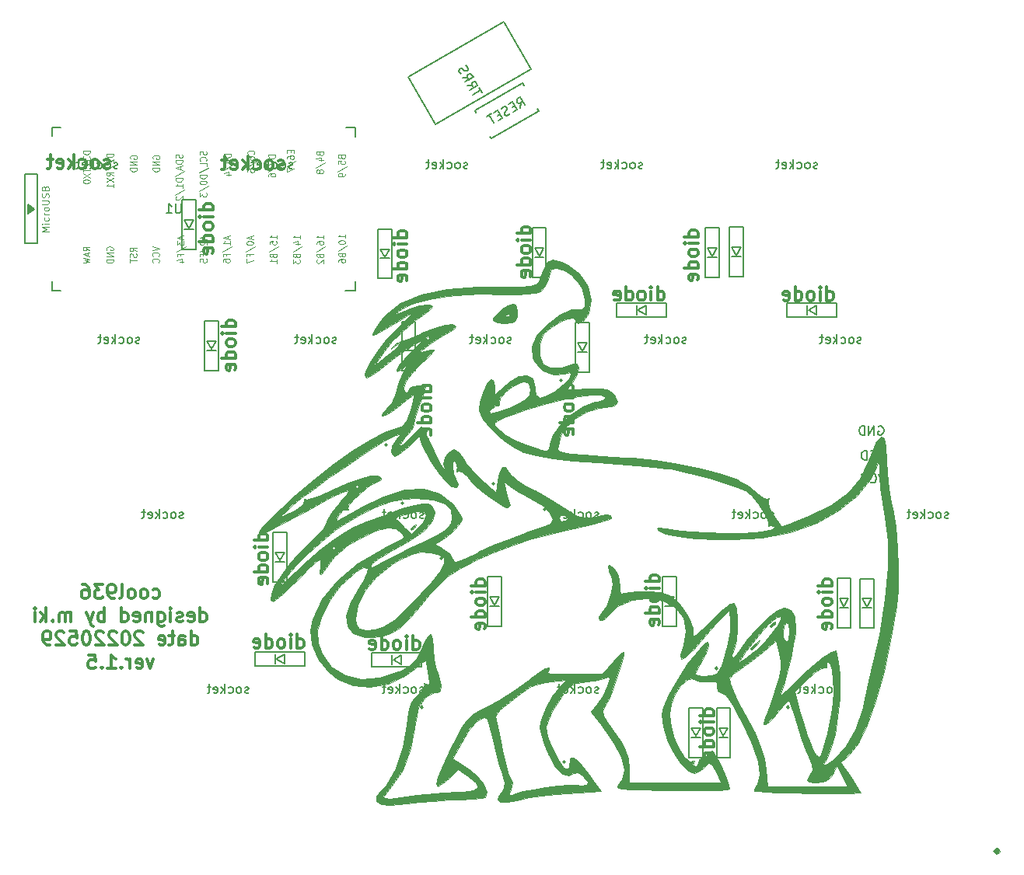
<source format=gbr>
G04 #@! TF.GenerationSoftware,KiCad,Pcbnew,(5.1.6-0-10_14)*
G04 #@! TF.CreationDate,2022-05-29T14:17:38+09:00*
G04 #@! TF.ProjectId,cool936,636f6f6c-3933-4362-9e6b-696361645f70,rev?*
G04 #@! TF.SameCoordinates,Original*
G04 #@! TF.FileFunction,Legend,Bot*
G04 #@! TF.FilePolarity,Positive*
%FSLAX46Y46*%
G04 Gerber Fmt 4.6, Leading zero omitted, Abs format (unit mm)*
G04 Created by KiCad (PCBNEW (5.1.6-0-10_14)) date 2022-05-29 14:17:38*
%MOMM*%
%LPD*%
G01*
G04 APERTURE LIST*
%ADD10C,0.300000*%
%ADD11C,0.010000*%
%ADD12C,0.150000*%
%ADD13C,0.120000*%
%ADD14C,0.125000*%
G04 APERTURE END LIST*
D10*
X69148571Y-40684285D02*
X67648571Y-40684285D01*
X69077142Y-40684285D02*
X69148571Y-40541428D01*
X69148571Y-40255714D01*
X69077142Y-40112857D01*
X69005714Y-40041428D01*
X68862857Y-39970000D01*
X68434285Y-39970000D01*
X68291428Y-40041428D01*
X68220000Y-40112857D01*
X68148571Y-40255714D01*
X68148571Y-40541428D01*
X68220000Y-40684285D01*
X69148571Y-41398571D02*
X68148571Y-41398571D01*
X67648571Y-41398571D02*
X67720000Y-41327142D01*
X67791428Y-41398571D01*
X67720000Y-41470000D01*
X67648571Y-41398571D01*
X67791428Y-41398571D01*
X69148571Y-42327142D02*
X69077142Y-42184285D01*
X69005714Y-42112857D01*
X68862857Y-42041428D01*
X68434285Y-42041428D01*
X68291428Y-42112857D01*
X68220000Y-42184285D01*
X68148571Y-42327142D01*
X68148571Y-42541428D01*
X68220000Y-42684285D01*
X68291428Y-42755714D01*
X68434285Y-42827142D01*
X68862857Y-42827142D01*
X69005714Y-42755714D01*
X69077142Y-42684285D01*
X69148571Y-42541428D01*
X69148571Y-42327142D01*
X69148571Y-44112857D02*
X67648571Y-44112857D01*
X69077142Y-44112857D02*
X69148571Y-43970000D01*
X69148571Y-43684285D01*
X69077142Y-43541428D01*
X69005714Y-43470000D01*
X68862857Y-43398571D01*
X68434285Y-43398571D01*
X68291428Y-43470000D01*
X68220000Y-43541428D01*
X68148571Y-43684285D01*
X68148571Y-43970000D01*
X68220000Y-44112857D01*
X69077142Y-45398571D02*
X69148571Y-45255714D01*
X69148571Y-44970000D01*
X69077142Y-44827142D01*
X68934285Y-44755714D01*
X68362857Y-44755714D01*
X68220000Y-44827142D01*
X68148571Y-44970000D01*
X68148571Y-45255714D01*
X68220000Y-45398571D01*
X68362857Y-45470000D01*
X68505714Y-45470000D01*
X68648571Y-44755714D01*
X41958571Y-12464285D02*
X40458571Y-12464285D01*
X41887142Y-12464285D02*
X41958571Y-12321428D01*
X41958571Y-12035714D01*
X41887142Y-11892857D01*
X41815714Y-11821428D01*
X41672857Y-11750000D01*
X41244285Y-11750000D01*
X41101428Y-11821428D01*
X41030000Y-11892857D01*
X40958571Y-12035714D01*
X40958571Y-12321428D01*
X41030000Y-12464285D01*
X41958571Y-13178571D02*
X40958571Y-13178571D01*
X40458571Y-13178571D02*
X40530000Y-13107142D01*
X40601428Y-13178571D01*
X40530000Y-13250000D01*
X40458571Y-13178571D01*
X40601428Y-13178571D01*
X41958571Y-14107142D02*
X41887142Y-13964285D01*
X41815714Y-13892857D01*
X41672857Y-13821428D01*
X41244285Y-13821428D01*
X41101428Y-13892857D01*
X41030000Y-13964285D01*
X40958571Y-14107142D01*
X40958571Y-14321428D01*
X41030000Y-14464285D01*
X41101428Y-14535714D01*
X41244285Y-14607142D01*
X41672857Y-14607142D01*
X41815714Y-14535714D01*
X41887142Y-14464285D01*
X41958571Y-14321428D01*
X41958571Y-14107142D01*
X41958571Y-15892857D02*
X40458571Y-15892857D01*
X41887142Y-15892857D02*
X41958571Y-15750000D01*
X41958571Y-15464285D01*
X41887142Y-15321428D01*
X41815714Y-15250000D01*
X41672857Y-15178571D01*
X41244285Y-15178571D01*
X41101428Y-15250000D01*
X41030000Y-15321428D01*
X40958571Y-15464285D01*
X40958571Y-15750000D01*
X41030000Y-15892857D01*
X41887142Y-17178571D02*
X41958571Y-17035714D01*
X41958571Y-16750000D01*
X41887142Y-16607142D01*
X41744285Y-16535714D01*
X41172857Y-16535714D01*
X41030000Y-16607142D01*
X40958571Y-16750000D01*
X40958571Y-17035714D01*
X41030000Y-17178571D01*
X41172857Y-17250000D01*
X41315714Y-17250000D01*
X41458571Y-16535714D01*
X87925714Y-9578571D02*
X87925714Y-8078571D01*
X87925714Y-9507142D02*
X88068571Y-9578571D01*
X88354285Y-9578571D01*
X88497142Y-9507142D01*
X88568571Y-9435714D01*
X88640000Y-9292857D01*
X88640000Y-8864285D01*
X88568571Y-8721428D01*
X88497142Y-8650000D01*
X88354285Y-8578571D01*
X88068571Y-8578571D01*
X87925714Y-8650000D01*
X87211428Y-9578571D02*
X87211428Y-8578571D01*
X87211428Y-8078571D02*
X87282857Y-8150000D01*
X87211428Y-8221428D01*
X87140000Y-8150000D01*
X87211428Y-8078571D01*
X87211428Y-8221428D01*
X86282857Y-9578571D02*
X86425714Y-9507142D01*
X86497142Y-9435714D01*
X86568571Y-9292857D01*
X86568571Y-8864285D01*
X86497142Y-8721428D01*
X86425714Y-8650000D01*
X86282857Y-8578571D01*
X86068571Y-8578571D01*
X85925714Y-8650000D01*
X85854285Y-8721428D01*
X85782857Y-8864285D01*
X85782857Y-9292857D01*
X85854285Y-9435714D01*
X85925714Y-9507142D01*
X86068571Y-9578571D01*
X86282857Y-9578571D01*
X84497142Y-9578571D02*
X84497142Y-8078571D01*
X84497142Y-9507142D02*
X84640000Y-9578571D01*
X84925714Y-9578571D01*
X85068571Y-9507142D01*
X85140000Y-9435714D01*
X85211428Y-9292857D01*
X85211428Y-8864285D01*
X85140000Y-8721428D01*
X85068571Y-8650000D01*
X84925714Y-8578571D01*
X84640000Y-8578571D01*
X84497142Y-8650000D01*
X83211428Y-9507142D02*
X83354285Y-9578571D01*
X83640000Y-9578571D01*
X83782857Y-9507142D01*
X83854285Y-9364285D01*
X83854285Y-8792857D01*
X83782857Y-8650000D01*
X83640000Y-8578571D01*
X83354285Y-8578571D01*
X83211428Y-8650000D01*
X83140000Y-8792857D01*
X83140000Y-8935714D01*
X83854285Y-9078571D01*
X45478571Y-35734285D02*
X43978571Y-35734285D01*
X45407142Y-35734285D02*
X45478571Y-35591428D01*
X45478571Y-35305714D01*
X45407142Y-35162857D01*
X45335714Y-35091428D01*
X45192857Y-35020000D01*
X44764285Y-35020000D01*
X44621428Y-35091428D01*
X44550000Y-35162857D01*
X44478571Y-35305714D01*
X44478571Y-35591428D01*
X44550000Y-35734285D01*
X45478571Y-36448571D02*
X44478571Y-36448571D01*
X43978571Y-36448571D02*
X44050000Y-36377142D01*
X44121428Y-36448571D01*
X44050000Y-36520000D01*
X43978571Y-36448571D01*
X44121428Y-36448571D01*
X45478571Y-37377142D02*
X45407142Y-37234285D01*
X45335714Y-37162857D01*
X45192857Y-37091428D01*
X44764285Y-37091428D01*
X44621428Y-37162857D01*
X44550000Y-37234285D01*
X44478571Y-37377142D01*
X44478571Y-37591428D01*
X44550000Y-37734285D01*
X44621428Y-37805714D01*
X44764285Y-37877142D01*
X45192857Y-37877142D01*
X45335714Y-37805714D01*
X45407142Y-37734285D01*
X45478571Y-37591428D01*
X45478571Y-37377142D01*
X45478571Y-39162857D02*
X43978571Y-39162857D01*
X45407142Y-39162857D02*
X45478571Y-39020000D01*
X45478571Y-38734285D01*
X45407142Y-38591428D01*
X45335714Y-38520000D01*
X45192857Y-38448571D01*
X44764285Y-38448571D01*
X44621428Y-38520000D01*
X44550000Y-38591428D01*
X44478571Y-38734285D01*
X44478571Y-39020000D01*
X44550000Y-39162857D01*
X45407142Y-40448571D02*
X45478571Y-40305714D01*
X45478571Y-40020000D01*
X45407142Y-39877142D01*
X45264285Y-39805714D01*
X44692857Y-39805714D01*
X44550000Y-39877142D01*
X44478571Y-40020000D01*
X44478571Y-40305714D01*
X44550000Y-40448571D01*
X44692857Y-40520000D01*
X44835714Y-40520000D01*
X44978571Y-39805714D01*
X48685714Y-47478571D02*
X48685714Y-45978571D01*
X48685714Y-47407142D02*
X48828571Y-47478571D01*
X49114285Y-47478571D01*
X49257142Y-47407142D01*
X49328571Y-47335714D01*
X49400000Y-47192857D01*
X49400000Y-46764285D01*
X49328571Y-46621428D01*
X49257142Y-46550000D01*
X49114285Y-46478571D01*
X48828571Y-46478571D01*
X48685714Y-46550000D01*
X47971428Y-47478571D02*
X47971428Y-46478571D01*
X47971428Y-45978571D02*
X48042857Y-46050000D01*
X47971428Y-46121428D01*
X47900000Y-46050000D01*
X47971428Y-45978571D01*
X47971428Y-46121428D01*
X47042857Y-47478571D02*
X47185714Y-47407142D01*
X47257142Y-47335714D01*
X47328571Y-47192857D01*
X47328571Y-46764285D01*
X47257142Y-46621428D01*
X47185714Y-46550000D01*
X47042857Y-46478571D01*
X46828571Y-46478571D01*
X46685714Y-46550000D01*
X46614285Y-46621428D01*
X46542857Y-46764285D01*
X46542857Y-47192857D01*
X46614285Y-47335714D01*
X46685714Y-47407142D01*
X46828571Y-47478571D01*
X47042857Y-47478571D01*
X45257142Y-47478571D02*
X45257142Y-45978571D01*
X45257142Y-47407142D02*
X45400000Y-47478571D01*
X45685714Y-47478571D01*
X45828571Y-47407142D01*
X45900000Y-47335714D01*
X45971428Y-47192857D01*
X45971428Y-46764285D01*
X45900000Y-46621428D01*
X45828571Y-46550000D01*
X45685714Y-46478571D01*
X45400000Y-46478571D01*
X45257142Y-46550000D01*
X43971428Y-47407142D02*
X44114285Y-47478571D01*
X44400000Y-47478571D01*
X44542857Y-47407142D01*
X44614285Y-47264285D01*
X44614285Y-46692857D01*
X44542857Y-46550000D01*
X44400000Y-46478571D01*
X44114285Y-46478571D01*
X43971428Y-46550000D01*
X43900000Y-46692857D01*
X43900000Y-46835714D01*
X44614285Y-46978571D01*
X63258571Y-19534285D02*
X61758571Y-19534285D01*
X63187142Y-19534285D02*
X63258571Y-19391428D01*
X63258571Y-19105714D01*
X63187142Y-18962857D01*
X63115714Y-18891428D01*
X62972857Y-18820000D01*
X62544285Y-18820000D01*
X62401428Y-18891428D01*
X62330000Y-18962857D01*
X62258571Y-19105714D01*
X62258571Y-19391428D01*
X62330000Y-19534285D01*
X63258571Y-20248571D02*
X62258571Y-20248571D01*
X61758571Y-20248571D02*
X61830000Y-20177142D01*
X61901428Y-20248571D01*
X61830000Y-20320000D01*
X61758571Y-20248571D01*
X61901428Y-20248571D01*
X63258571Y-21177142D02*
X63187142Y-21034285D01*
X63115714Y-20962857D01*
X62972857Y-20891428D01*
X62544285Y-20891428D01*
X62401428Y-20962857D01*
X62330000Y-21034285D01*
X62258571Y-21177142D01*
X62258571Y-21391428D01*
X62330000Y-21534285D01*
X62401428Y-21605714D01*
X62544285Y-21677142D01*
X62972857Y-21677142D01*
X63115714Y-21605714D01*
X63187142Y-21534285D01*
X63258571Y-21391428D01*
X63258571Y-21177142D01*
X63258571Y-22962857D02*
X61758571Y-22962857D01*
X63187142Y-22962857D02*
X63258571Y-22820000D01*
X63258571Y-22534285D01*
X63187142Y-22391428D01*
X63115714Y-22320000D01*
X62972857Y-22248571D01*
X62544285Y-22248571D01*
X62401428Y-22320000D01*
X62330000Y-22391428D01*
X62258571Y-22534285D01*
X62258571Y-22820000D01*
X62330000Y-22962857D01*
X63187142Y-24248571D02*
X63258571Y-24105714D01*
X63258571Y-23820000D01*
X63187142Y-23677142D01*
X63044285Y-23605714D01*
X62472857Y-23605714D01*
X62330000Y-23677142D01*
X62258571Y-23820000D01*
X62258571Y-24105714D01*
X62330000Y-24248571D01*
X62472857Y-24320000D01*
X62615714Y-24320000D01*
X62758571Y-23605714D01*
X60638571Y-2744285D02*
X59138571Y-2744285D01*
X60567142Y-2744285D02*
X60638571Y-2601428D01*
X60638571Y-2315714D01*
X60567142Y-2172857D01*
X60495714Y-2101428D01*
X60352857Y-2030000D01*
X59924285Y-2030000D01*
X59781428Y-2101428D01*
X59710000Y-2172857D01*
X59638571Y-2315714D01*
X59638571Y-2601428D01*
X59710000Y-2744285D01*
X60638571Y-3458571D02*
X59638571Y-3458571D01*
X59138571Y-3458571D02*
X59210000Y-3387142D01*
X59281428Y-3458571D01*
X59210000Y-3530000D01*
X59138571Y-3458571D01*
X59281428Y-3458571D01*
X60638571Y-4387142D02*
X60567142Y-4244285D01*
X60495714Y-4172857D01*
X60352857Y-4101428D01*
X59924285Y-4101428D01*
X59781428Y-4172857D01*
X59710000Y-4244285D01*
X59638571Y-4387142D01*
X59638571Y-4601428D01*
X59710000Y-4744285D01*
X59781428Y-4815714D01*
X59924285Y-4887142D01*
X60352857Y-4887142D01*
X60495714Y-4815714D01*
X60567142Y-4744285D01*
X60638571Y-4601428D01*
X60638571Y-4387142D01*
X60638571Y-6172857D02*
X59138571Y-6172857D01*
X60567142Y-6172857D02*
X60638571Y-6030000D01*
X60638571Y-5744285D01*
X60567142Y-5601428D01*
X60495714Y-5530000D01*
X60352857Y-5458571D01*
X59924285Y-5458571D01*
X59781428Y-5530000D01*
X59710000Y-5601428D01*
X59638571Y-5744285D01*
X59638571Y-6030000D01*
X59710000Y-6172857D01*
X60567142Y-7458571D02*
X60638571Y-7315714D01*
X60638571Y-7030000D01*
X60567142Y-6887142D01*
X60424285Y-6815714D01*
X59852857Y-6815714D01*
X59710000Y-6887142D01*
X59638571Y-7030000D01*
X59638571Y-7315714D01*
X59710000Y-7458571D01*
X59852857Y-7530000D01*
X59995714Y-7530000D01*
X60138571Y-6815714D01*
X39508571Y235714D02*
X38008571Y235714D01*
X39437142Y235714D02*
X39508571Y378571D01*
X39508571Y664285D01*
X39437142Y807142D01*
X39365714Y878571D01*
X39222857Y950000D01*
X38794285Y950000D01*
X38651428Y878571D01*
X38580000Y807142D01*
X38508571Y664285D01*
X38508571Y378571D01*
X38580000Y235714D01*
X39508571Y-478571D02*
X38508571Y-478571D01*
X38008571Y-478571D02*
X38080000Y-407142D01*
X38151428Y-478571D01*
X38080000Y-550000D01*
X38008571Y-478571D01*
X38151428Y-478571D01*
X39508571Y-1407142D02*
X39437142Y-1264285D01*
X39365714Y-1192857D01*
X39222857Y-1121428D01*
X38794285Y-1121428D01*
X38651428Y-1192857D01*
X38580000Y-1264285D01*
X38508571Y-1407142D01*
X38508571Y-1621428D01*
X38580000Y-1764285D01*
X38651428Y-1835714D01*
X38794285Y-1907142D01*
X39222857Y-1907142D01*
X39365714Y-1835714D01*
X39437142Y-1764285D01*
X39508571Y-1621428D01*
X39508571Y-1407142D01*
X39508571Y-3192857D02*
X38008571Y-3192857D01*
X39437142Y-3192857D02*
X39508571Y-3050000D01*
X39508571Y-2764285D01*
X39437142Y-2621428D01*
X39365714Y-2550000D01*
X39222857Y-2478571D01*
X38794285Y-2478571D01*
X38651428Y-2550000D01*
X38580000Y-2621428D01*
X38508571Y-2764285D01*
X38508571Y-3050000D01*
X38580000Y-3192857D01*
X39437142Y-4478571D02*
X39508571Y-4335714D01*
X39508571Y-4050000D01*
X39437142Y-3907142D01*
X39294285Y-3835714D01*
X38722857Y-3835714D01*
X38580000Y-3907142D01*
X38508571Y-4050000D01*
X38508571Y-4335714D01*
X38580000Y-4478571D01*
X38722857Y-4550000D01*
X38865714Y-4550000D01*
X39008571Y-3835714D01*
X28261428Y4852857D02*
X28118571Y4781428D01*
X27832857Y4781428D01*
X27689999Y4852857D01*
X27618571Y4995714D01*
X27618571Y5067142D01*
X27689999Y5210000D01*
X27832857Y5281428D01*
X28047142Y5281428D01*
X28189999Y5352857D01*
X28261428Y5495714D01*
X28261428Y5567142D01*
X28189999Y5710000D01*
X28047142Y5781428D01*
X27832857Y5781428D01*
X27689999Y5710000D01*
X26761428Y4781428D02*
X26904285Y4852857D01*
X26975714Y4924285D01*
X27047142Y5067142D01*
X27047142Y5495714D01*
X26975714Y5638571D01*
X26904285Y5710000D01*
X26761428Y5781428D01*
X26547142Y5781428D01*
X26404285Y5710000D01*
X26332857Y5638571D01*
X26261428Y5495714D01*
X26261428Y5067142D01*
X26332857Y4924285D01*
X26404285Y4852857D01*
X26547142Y4781428D01*
X26761428Y4781428D01*
X24975714Y4852857D02*
X25118571Y4781428D01*
X25404285Y4781428D01*
X25547142Y4852857D01*
X25618571Y4924285D01*
X25689999Y5067142D01*
X25689999Y5495714D01*
X25618571Y5638571D01*
X25547142Y5710000D01*
X25404285Y5781428D01*
X25118571Y5781428D01*
X24975714Y5710000D01*
X24332857Y4781428D02*
X24332857Y6281428D01*
X24189999Y5352857D02*
X23761428Y4781428D01*
X23761428Y5781428D02*
X24332857Y5210000D01*
X22547142Y4852857D02*
X22689999Y4781428D01*
X22975714Y4781428D01*
X23118571Y4852857D01*
X23189999Y4995714D01*
X23189999Y5567142D01*
X23118571Y5710000D01*
X22975714Y5781428D01*
X22689999Y5781428D01*
X22547142Y5710000D01*
X22475714Y5567142D01*
X22475714Y5424285D01*
X23189999Y5281428D01*
X22047142Y5781428D02*
X21475714Y5781428D01*
X21832857Y6281428D02*
X21832857Y4995714D01*
X21761428Y4852857D01*
X21618571Y4781428D01*
X21475714Y4781428D01*
X88078571Y-40234285D02*
X86578571Y-40234285D01*
X88007142Y-40234285D02*
X88078571Y-40091428D01*
X88078571Y-39805714D01*
X88007142Y-39662857D01*
X87935714Y-39591428D01*
X87792857Y-39520000D01*
X87364285Y-39520000D01*
X87221428Y-39591428D01*
X87150000Y-39662857D01*
X87078571Y-39805714D01*
X87078571Y-40091428D01*
X87150000Y-40234285D01*
X88078571Y-40948571D02*
X87078571Y-40948571D01*
X86578571Y-40948571D02*
X86650000Y-40877142D01*
X86721428Y-40948571D01*
X86650000Y-41020000D01*
X86578571Y-40948571D01*
X86721428Y-40948571D01*
X88078571Y-41877142D02*
X88007142Y-41734285D01*
X87935714Y-41662857D01*
X87792857Y-41591428D01*
X87364285Y-41591428D01*
X87221428Y-41662857D01*
X87150000Y-41734285D01*
X87078571Y-41877142D01*
X87078571Y-42091428D01*
X87150000Y-42234285D01*
X87221428Y-42305714D01*
X87364285Y-42377142D01*
X87792857Y-42377142D01*
X87935714Y-42305714D01*
X88007142Y-42234285D01*
X88078571Y-42091428D01*
X88078571Y-41877142D01*
X88078571Y-43662857D02*
X86578571Y-43662857D01*
X88007142Y-43662857D02*
X88078571Y-43520000D01*
X88078571Y-43234285D01*
X88007142Y-43091428D01*
X87935714Y-43020000D01*
X87792857Y-42948571D01*
X87364285Y-42948571D01*
X87221428Y-43020000D01*
X87150000Y-43091428D01*
X87078571Y-43234285D01*
X87078571Y-43520000D01*
X87150000Y-43662857D01*
X88007142Y-44948571D02*
X88078571Y-44805714D01*
X88078571Y-44520000D01*
X88007142Y-44377142D01*
X87864285Y-44305714D01*
X87292857Y-44305714D01*
X87150000Y-44377142D01*
X87078571Y-44520000D01*
X87078571Y-44805714D01*
X87150000Y-44948571D01*
X87292857Y-45020000D01*
X87435714Y-45020000D01*
X87578571Y-44305714D01*
X47221428Y4722857D02*
X47078571Y4651428D01*
X46792857Y4651428D01*
X46650000Y4722857D01*
X46578571Y4865714D01*
X46578571Y4937142D01*
X46650000Y5080000D01*
X46792857Y5151428D01*
X47007142Y5151428D01*
X47150000Y5222857D01*
X47221428Y5365714D01*
X47221428Y5437142D01*
X47150000Y5580000D01*
X47007142Y5651428D01*
X46792857Y5651428D01*
X46650000Y5580000D01*
X45721428Y4651428D02*
X45864285Y4722857D01*
X45935714Y4794285D01*
X46007142Y4937142D01*
X46007142Y5365714D01*
X45935714Y5508571D01*
X45864285Y5580000D01*
X45721428Y5651428D01*
X45507142Y5651428D01*
X45364285Y5580000D01*
X45292857Y5508571D01*
X45221428Y5365714D01*
X45221428Y4937142D01*
X45292857Y4794285D01*
X45364285Y4722857D01*
X45507142Y4651428D01*
X45721428Y4651428D01*
X43935714Y4722857D02*
X44078571Y4651428D01*
X44364285Y4651428D01*
X44507142Y4722857D01*
X44578571Y4794285D01*
X44650000Y4937142D01*
X44650000Y5365714D01*
X44578571Y5508571D01*
X44507142Y5580000D01*
X44364285Y5651428D01*
X44078571Y5651428D01*
X43935714Y5580000D01*
X43292857Y4651428D02*
X43292857Y6151428D01*
X43150000Y5222857D02*
X42721428Y4651428D01*
X42721428Y5651428D02*
X43292857Y5080000D01*
X41507142Y4722857D02*
X41650000Y4651428D01*
X41935714Y4651428D01*
X42078571Y4722857D01*
X42150000Y4865714D01*
X42150000Y5437142D01*
X42078571Y5580000D01*
X41935714Y5651428D01*
X41650000Y5651428D01*
X41507142Y5580000D01*
X41435714Y5437142D01*
X41435714Y5294285D01*
X42150000Y5151428D01*
X41007142Y5651428D02*
X40435714Y5651428D01*
X40792857Y6151428D02*
X40792857Y4865714D01*
X40721428Y4722857D01*
X40578571Y4651428D01*
X40435714Y4651428D01*
X106345714Y-9598571D02*
X106345714Y-8098571D01*
X106345714Y-9527142D02*
X106488571Y-9598571D01*
X106774285Y-9598571D01*
X106917142Y-9527142D01*
X106988571Y-9455714D01*
X107060000Y-9312857D01*
X107060000Y-8884285D01*
X106988571Y-8741428D01*
X106917142Y-8670000D01*
X106774285Y-8598571D01*
X106488571Y-8598571D01*
X106345714Y-8670000D01*
X105631428Y-9598571D02*
X105631428Y-8598571D01*
X105631428Y-8098571D02*
X105702857Y-8170000D01*
X105631428Y-8241428D01*
X105560000Y-8170000D01*
X105631428Y-8098571D01*
X105631428Y-8241428D01*
X104702857Y-9598571D02*
X104845714Y-9527142D01*
X104917142Y-9455714D01*
X104988571Y-9312857D01*
X104988571Y-8884285D01*
X104917142Y-8741428D01*
X104845714Y-8670000D01*
X104702857Y-8598571D01*
X104488571Y-8598571D01*
X104345714Y-8670000D01*
X104274285Y-8741428D01*
X104202857Y-8884285D01*
X104202857Y-9312857D01*
X104274285Y-9455714D01*
X104345714Y-9527142D01*
X104488571Y-9598571D01*
X104702857Y-9598571D01*
X102917142Y-9598571D02*
X102917142Y-8098571D01*
X102917142Y-9527142D02*
X103060000Y-9598571D01*
X103345714Y-9598571D01*
X103488571Y-9527142D01*
X103560000Y-9455714D01*
X103631428Y-9312857D01*
X103631428Y-8884285D01*
X103560000Y-8741428D01*
X103488571Y-8670000D01*
X103345714Y-8598571D01*
X103060000Y-8598571D01*
X102917142Y-8670000D01*
X101631428Y-9527142D02*
X101774285Y-9598571D01*
X102060000Y-9598571D01*
X102202857Y-9527142D01*
X102274285Y-9384285D01*
X102274285Y-8812857D01*
X102202857Y-8670000D01*
X102060000Y-8598571D01*
X101774285Y-8598571D01*
X101631428Y-8670000D01*
X101560000Y-8812857D01*
X101560000Y-8955714D01*
X102274285Y-9098571D01*
X74098571Y-2294285D02*
X72598571Y-2294285D01*
X74027142Y-2294285D02*
X74098571Y-2151428D01*
X74098571Y-1865714D01*
X74027142Y-1722857D01*
X73955714Y-1651428D01*
X73812857Y-1580000D01*
X73384285Y-1580000D01*
X73241428Y-1651428D01*
X73170000Y-1722857D01*
X73098571Y-1865714D01*
X73098571Y-2151428D01*
X73170000Y-2294285D01*
X74098571Y-3008571D02*
X73098571Y-3008571D01*
X72598571Y-3008571D02*
X72670000Y-2937142D01*
X72741428Y-3008571D01*
X72670000Y-3080000D01*
X72598571Y-3008571D01*
X72741428Y-3008571D01*
X74098571Y-3937142D02*
X74027142Y-3794285D01*
X73955714Y-3722857D01*
X73812857Y-3651428D01*
X73384285Y-3651428D01*
X73241428Y-3722857D01*
X73170000Y-3794285D01*
X73098571Y-3937142D01*
X73098571Y-4151428D01*
X73170000Y-4294285D01*
X73241428Y-4365714D01*
X73384285Y-4437142D01*
X73812857Y-4437142D01*
X73955714Y-4365714D01*
X74027142Y-4294285D01*
X74098571Y-4151428D01*
X74098571Y-3937142D01*
X74098571Y-5722857D02*
X72598571Y-5722857D01*
X74027142Y-5722857D02*
X74098571Y-5580000D01*
X74098571Y-5294285D01*
X74027142Y-5151428D01*
X73955714Y-5080000D01*
X73812857Y-5008571D01*
X73384285Y-5008571D01*
X73241428Y-5080000D01*
X73170000Y-5151428D01*
X73098571Y-5294285D01*
X73098571Y-5580000D01*
X73170000Y-5722857D01*
X74027142Y-7008571D02*
X74098571Y-6865714D01*
X74098571Y-6580000D01*
X74027142Y-6437142D01*
X73884285Y-6365714D01*
X73312857Y-6365714D01*
X73170000Y-6437142D01*
X73098571Y-6580000D01*
X73098571Y-6865714D01*
X73170000Y-7008571D01*
X73312857Y-7080000D01*
X73455714Y-7080000D01*
X73598571Y-6365714D01*
X92318571Y-2654285D02*
X90818571Y-2654285D01*
X92247142Y-2654285D02*
X92318571Y-2511428D01*
X92318571Y-2225714D01*
X92247142Y-2082857D01*
X92175714Y-2011428D01*
X92032857Y-1940000D01*
X91604285Y-1940000D01*
X91461428Y-2011428D01*
X91390000Y-2082857D01*
X91318571Y-2225714D01*
X91318571Y-2511428D01*
X91390000Y-2654285D01*
X92318571Y-3368571D02*
X91318571Y-3368571D01*
X90818571Y-3368571D02*
X90890000Y-3297142D01*
X90961428Y-3368571D01*
X90890000Y-3440000D01*
X90818571Y-3368571D01*
X90961428Y-3368571D01*
X92318571Y-4297142D02*
X92247142Y-4154285D01*
X92175714Y-4082857D01*
X92032857Y-4011428D01*
X91604285Y-4011428D01*
X91461428Y-4082857D01*
X91390000Y-4154285D01*
X91318571Y-4297142D01*
X91318571Y-4511428D01*
X91390000Y-4654285D01*
X91461428Y-4725714D01*
X91604285Y-4797142D01*
X92032857Y-4797142D01*
X92175714Y-4725714D01*
X92247142Y-4654285D01*
X92318571Y-4511428D01*
X92318571Y-4297142D01*
X92318571Y-6082857D02*
X90818571Y-6082857D01*
X92247142Y-6082857D02*
X92318571Y-5940000D01*
X92318571Y-5654285D01*
X92247142Y-5511428D01*
X92175714Y-5440000D01*
X92032857Y-5368571D01*
X91604285Y-5368571D01*
X91461428Y-5440000D01*
X91390000Y-5511428D01*
X91318571Y-5654285D01*
X91318571Y-5940000D01*
X91390000Y-6082857D01*
X92247142Y-7368571D02*
X92318571Y-7225714D01*
X92318571Y-6940000D01*
X92247142Y-6797142D01*
X92104285Y-6725714D01*
X91532857Y-6725714D01*
X91390000Y-6797142D01*
X91318571Y-6940000D01*
X91318571Y-7225714D01*
X91390000Y-7368571D01*
X91532857Y-7440000D01*
X91675714Y-7440000D01*
X91818571Y-6725714D01*
X61285714Y-47628571D02*
X61285714Y-46128571D01*
X61285714Y-47557142D02*
X61428571Y-47628571D01*
X61714285Y-47628571D01*
X61857142Y-47557142D01*
X61928571Y-47485714D01*
X62000000Y-47342857D01*
X62000000Y-46914285D01*
X61928571Y-46771428D01*
X61857142Y-46700000D01*
X61714285Y-46628571D01*
X61428571Y-46628571D01*
X61285714Y-46700000D01*
X60571428Y-47628571D02*
X60571428Y-46628571D01*
X60571428Y-46128571D02*
X60642857Y-46200000D01*
X60571428Y-46271428D01*
X60500000Y-46200000D01*
X60571428Y-46128571D01*
X60571428Y-46271428D01*
X59642857Y-47628571D02*
X59785714Y-47557142D01*
X59857142Y-47485714D01*
X59928571Y-47342857D01*
X59928571Y-46914285D01*
X59857142Y-46771428D01*
X59785714Y-46700000D01*
X59642857Y-46628571D01*
X59428571Y-46628571D01*
X59285714Y-46700000D01*
X59214285Y-46771428D01*
X59142857Y-46914285D01*
X59142857Y-47342857D01*
X59214285Y-47485714D01*
X59285714Y-47557142D01*
X59428571Y-47628571D01*
X59642857Y-47628571D01*
X57857142Y-47628571D02*
X57857142Y-46128571D01*
X57857142Y-47557142D02*
X58000000Y-47628571D01*
X58285714Y-47628571D01*
X58428571Y-47557142D01*
X58500000Y-47485714D01*
X58571428Y-47342857D01*
X58571428Y-46914285D01*
X58500000Y-46771428D01*
X58428571Y-46700000D01*
X58285714Y-46628571D01*
X58000000Y-46628571D01*
X57857142Y-46700000D01*
X56571428Y-47557142D02*
X56714285Y-47628571D01*
X57000000Y-47628571D01*
X57142857Y-47557142D01*
X57214285Y-47414285D01*
X57214285Y-46842857D01*
X57142857Y-46700000D01*
X57000000Y-46628571D01*
X56714285Y-46628571D01*
X56571428Y-46700000D01*
X56500000Y-46842857D01*
X56500000Y-46985714D01*
X57214285Y-47128571D01*
X32965714Y-41982142D02*
X33108571Y-42053571D01*
X33394285Y-42053571D01*
X33537142Y-41982142D01*
X33608571Y-41910714D01*
X33680000Y-41767857D01*
X33680000Y-41339285D01*
X33608571Y-41196428D01*
X33537142Y-41125000D01*
X33394285Y-41053571D01*
X33108571Y-41053571D01*
X32965714Y-41125000D01*
X32108571Y-42053571D02*
X32251428Y-41982142D01*
X32322857Y-41910714D01*
X32394285Y-41767857D01*
X32394285Y-41339285D01*
X32322857Y-41196428D01*
X32251428Y-41125000D01*
X32108571Y-41053571D01*
X31894285Y-41053571D01*
X31751428Y-41125000D01*
X31680000Y-41196428D01*
X31608571Y-41339285D01*
X31608571Y-41767857D01*
X31680000Y-41910714D01*
X31751428Y-41982142D01*
X31894285Y-42053571D01*
X32108571Y-42053571D01*
X30751428Y-42053571D02*
X30894285Y-41982142D01*
X30965714Y-41910714D01*
X31037142Y-41767857D01*
X31037142Y-41339285D01*
X30965714Y-41196428D01*
X30894285Y-41125000D01*
X30751428Y-41053571D01*
X30537142Y-41053571D01*
X30394285Y-41125000D01*
X30322857Y-41196428D01*
X30251428Y-41339285D01*
X30251428Y-41767857D01*
X30322857Y-41910714D01*
X30394285Y-41982142D01*
X30537142Y-42053571D01*
X30751428Y-42053571D01*
X29394285Y-42053571D02*
X29537142Y-41982142D01*
X29608571Y-41839285D01*
X29608571Y-40553571D01*
X28751428Y-42053571D02*
X28465714Y-42053571D01*
X28322857Y-41982142D01*
X28251428Y-41910714D01*
X28108571Y-41696428D01*
X28037142Y-41410714D01*
X28037142Y-40839285D01*
X28108571Y-40696428D01*
X28180000Y-40625000D01*
X28322857Y-40553571D01*
X28608571Y-40553571D01*
X28751428Y-40625000D01*
X28822857Y-40696428D01*
X28894285Y-40839285D01*
X28894285Y-41196428D01*
X28822857Y-41339285D01*
X28751428Y-41410714D01*
X28608571Y-41482142D01*
X28322857Y-41482142D01*
X28180000Y-41410714D01*
X28108571Y-41339285D01*
X28037142Y-41196428D01*
X27537142Y-40553571D02*
X26608571Y-40553571D01*
X27108571Y-41125000D01*
X26894285Y-41125000D01*
X26751428Y-41196428D01*
X26680000Y-41267857D01*
X26608571Y-41410714D01*
X26608571Y-41767857D01*
X26680000Y-41910714D01*
X26751428Y-41982142D01*
X26894285Y-42053571D01*
X27322857Y-42053571D01*
X27465714Y-41982142D01*
X27537142Y-41910714D01*
X25322857Y-40553571D02*
X25608571Y-40553571D01*
X25751428Y-40625000D01*
X25822857Y-40696428D01*
X25965714Y-40910714D01*
X26037142Y-41196428D01*
X26037142Y-41767857D01*
X25965714Y-41910714D01*
X25894285Y-41982142D01*
X25751428Y-42053571D01*
X25465714Y-42053571D01*
X25322857Y-41982142D01*
X25251428Y-41910714D01*
X25180000Y-41767857D01*
X25180000Y-41410714D01*
X25251428Y-41267857D01*
X25322857Y-41196428D01*
X25465714Y-41125000D01*
X25751428Y-41125000D01*
X25894285Y-41196428D01*
X25965714Y-41267857D01*
X26037142Y-41410714D01*
X38108571Y-44603571D02*
X38108571Y-43103571D01*
X38108571Y-44532142D02*
X38251428Y-44603571D01*
X38537142Y-44603571D01*
X38680000Y-44532142D01*
X38751428Y-44460714D01*
X38822857Y-44317857D01*
X38822857Y-43889285D01*
X38751428Y-43746428D01*
X38680000Y-43675000D01*
X38537142Y-43603571D01*
X38251428Y-43603571D01*
X38108571Y-43675000D01*
X36822857Y-44532142D02*
X36965714Y-44603571D01*
X37251428Y-44603571D01*
X37394285Y-44532142D01*
X37465714Y-44389285D01*
X37465714Y-43817857D01*
X37394285Y-43675000D01*
X37251428Y-43603571D01*
X36965714Y-43603571D01*
X36822857Y-43675000D01*
X36751428Y-43817857D01*
X36751428Y-43960714D01*
X37465714Y-44103571D01*
X36180000Y-44532142D02*
X36037142Y-44603571D01*
X35751428Y-44603571D01*
X35608571Y-44532142D01*
X35537142Y-44389285D01*
X35537142Y-44317857D01*
X35608571Y-44175000D01*
X35751428Y-44103571D01*
X35965714Y-44103571D01*
X36108571Y-44032142D01*
X36180000Y-43889285D01*
X36180000Y-43817857D01*
X36108571Y-43675000D01*
X35965714Y-43603571D01*
X35751428Y-43603571D01*
X35608571Y-43675000D01*
X34894285Y-44603571D02*
X34894285Y-43603571D01*
X34894285Y-43103571D02*
X34965714Y-43175000D01*
X34894285Y-43246428D01*
X34822857Y-43175000D01*
X34894285Y-43103571D01*
X34894285Y-43246428D01*
X33537142Y-43603571D02*
X33537142Y-44817857D01*
X33608571Y-44960714D01*
X33680000Y-45032142D01*
X33822857Y-45103571D01*
X34037142Y-45103571D01*
X34180000Y-45032142D01*
X33537142Y-44532142D02*
X33680000Y-44603571D01*
X33965714Y-44603571D01*
X34108571Y-44532142D01*
X34180000Y-44460714D01*
X34251428Y-44317857D01*
X34251428Y-43889285D01*
X34180000Y-43746428D01*
X34108571Y-43675000D01*
X33965714Y-43603571D01*
X33680000Y-43603571D01*
X33537142Y-43675000D01*
X32822857Y-43603571D02*
X32822857Y-44603571D01*
X32822857Y-43746428D02*
X32751428Y-43675000D01*
X32608571Y-43603571D01*
X32394285Y-43603571D01*
X32251428Y-43675000D01*
X32180000Y-43817857D01*
X32180000Y-44603571D01*
X30894285Y-44532142D02*
X31037142Y-44603571D01*
X31322857Y-44603571D01*
X31465714Y-44532142D01*
X31537142Y-44389285D01*
X31537142Y-43817857D01*
X31465714Y-43675000D01*
X31322857Y-43603571D01*
X31037142Y-43603571D01*
X30894285Y-43675000D01*
X30822857Y-43817857D01*
X30822857Y-43960714D01*
X31537142Y-44103571D01*
X29537142Y-44603571D02*
X29537142Y-43103571D01*
X29537142Y-44532142D02*
X29680000Y-44603571D01*
X29965714Y-44603571D01*
X30108571Y-44532142D01*
X30180000Y-44460714D01*
X30251428Y-44317857D01*
X30251428Y-43889285D01*
X30180000Y-43746428D01*
X30108571Y-43675000D01*
X29965714Y-43603571D01*
X29680000Y-43603571D01*
X29537142Y-43675000D01*
X27680000Y-44603571D02*
X27680000Y-43103571D01*
X27680000Y-43675000D02*
X27537142Y-43603571D01*
X27251428Y-43603571D01*
X27108571Y-43675000D01*
X27037142Y-43746428D01*
X26965714Y-43889285D01*
X26965714Y-44317857D01*
X27037142Y-44460714D01*
X27108571Y-44532142D01*
X27251428Y-44603571D01*
X27537142Y-44603571D01*
X27680000Y-44532142D01*
X26465714Y-43603571D02*
X26108571Y-44603571D01*
X25751428Y-43603571D02*
X26108571Y-44603571D01*
X26251428Y-44960714D01*
X26322857Y-45032142D01*
X26465714Y-45103571D01*
X24037142Y-44603571D02*
X24037142Y-43603571D01*
X24037142Y-43746428D02*
X23965714Y-43675000D01*
X23822857Y-43603571D01*
X23608571Y-43603571D01*
X23465714Y-43675000D01*
X23394285Y-43817857D01*
X23394285Y-44603571D01*
X23394285Y-43817857D02*
X23322857Y-43675000D01*
X23180000Y-43603571D01*
X22965714Y-43603571D01*
X22822857Y-43675000D01*
X22751428Y-43817857D01*
X22751428Y-44603571D01*
X22037142Y-44460714D02*
X21965714Y-44532142D01*
X22037142Y-44603571D01*
X22108571Y-44532142D01*
X22037142Y-44460714D01*
X22037142Y-44603571D01*
X21322857Y-44603571D02*
X21322857Y-43103571D01*
X21180000Y-44032142D02*
X20751428Y-44603571D01*
X20751428Y-43603571D02*
X21322857Y-44175000D01*
X20108571Y-44603571D02*
X20108571Y-43603571D01*
X20108571Y-43103571D02*
X20180000Y-43175000D01*
X20108571Y-43246428D01*
X20037142Y-43175000D01*
X20108571Y-43103571D01*
X20108571Y-43246428D01*
X37144285Y-47153571D02*
X37144285Y-45653571D01*
X37144285Y-47082142D02*
X37287142Y-47153571D01*
X37572857Y-47153571D01*
X37715714Y-47082142D01*
X37787142Y-47010714D01*
X37858571Y-46867857D01*
X37858571Y-46439285D01*
X37787142Y-46296428D01*
X37715714Y-46225000D01*
X37572857Y-46153571D01*
X37287142Y-46153571D01*
X37144285Y-46225000D01*
X35787142Y-47153571D02*
X35787142Y-46367857D01*
X35858571Y-46225000D01*
X36001428Y-46153571D01*
X36287142Y-46153571D01*
X36430000Y-46225000D01*
X35787142Y-47082142D02*
X35930000Y-47153571D01*
X36287142Y-47153571D01*
X36430000Y-47082142D01*
X36501428Y-46939285D01*
X36501428Y-46796428D01*
X36430000Y-46653571D01*
X36287142Y-46582142D01*
X35930000Y-46582142D01*
X35787142Y-46510714D01*
X35287142Y-46153571D02*
X34715714Y-46153571D01*
X35072857Y-45653571D02*
X35072857Y-46939285D01*
X35001428Y-47082142D01*
X34858571Y-47153571D01*
X34715714Y-47153571D01*
X33644285Y-47082142D02*
X33787142Y-47153571D01*
X34072857Y-47153571D01*
X34215714Y-47082142D01*
X34287142Y-46939285D01*
X34287142Y-46367857D01*
X34215714Y-46225000D01*
X34072857Y-46153571D01*
X33787142Y-46153571D01*
X33644285Y-46225000D01*
X33572857Y-46367857D01*
X33572857Y-46510714D01*
X34287142Y-46653571D01*
X31858571Y-45796428D02*
X31787142Y-45725000D01*
X31644285Y-45653571D01*
X31287142Y-45653571D01*
X31144285Y-45725000D01*
X31072857Y-45796428D01*
X31001428Y-45939285D01*
X31001428Y-46082142D01*
X31072857Y-46296428D01*
X31930000Y-47153571D01*
X31001428Y-47153571D01*
X30072857Y-45653571D02*
X29930000Y-45653571D01*
X29787142Y-45725000D01*
X29715714Y-45796428D01*
X29644285Y-45939285D01*
X29572857Y-46225000D01*
X29572857Y-46582142D01*
X29644285Y-46867857D01*
X29715714Y-47010714D01*
X29787142Y-47082142D01*
X29930000Y-47153571D01*
X30072857Y-47153571D01*
X30215714Y-47082142D01*
X30287142Y-47010714D01*
X30358571Y-46867857D01*
X30430000Y-46582142D01*
X30430000Y-46225000D01*
X30358571Y-45939285D01*
X30287142Y-45796428D01*
X30215714Y-45725000D01*
X30072857Y-45653571D01*
X29001428Y-45796428D02*
X28930000Y-45725000D01*
X28787142Y-45653571D01*
X28430000Y-45653571D01*
X28287142Y-45725000D01*
X28215714Y-45796428D01*
X28144285Y-45939285D01*
X28144285Y-46082142D01*
X28215714Y-46296428D01*
X29072857Y-47153571D01*
X28144285Y-47153571D01*
X27572857Y-45796428D02*
X27501428Y-45725000D01*
X27358571Y-45653571D01*
X27001428Y-45653571D01*
X26858571Y-45725000D01*
X26787142Y-45796428D01*
X26715714Y-45939285D01*
X26715714Y-46082142D01*
X26787142Y-46296428D01*
X27644285Y-47153571D01*
X26715714Y-47153571D01*
X25787142Y-45653571D02*
X25644285Y-45653571D01*
X25501428Y-45725000D01*
X25430000Y-45796428D01*
X25358571Y-45939285D01*
X25287142Y-46225000D01*
X25287142Y-46582142D01*
X25358571Y-46867857D01*
X25430000Y-47010714D01*
X25501428Y-47082142D01*
X25644285Y-47153571D01*
X25787142Y-47153571D01*
X25930000Y-47082142D01*
X26001428Y-47010714D01*
X26072857Y-46867857D01*
X26144285Y-46582142D01*
X26144285Y-46225000D01*
X26072857Y-45939285D01*
X26001428Y-45796428D01*
X25930000Y-45725000D01*
X25787142Y-45653571D01*
X23930000Y-45653571D02*
X24644285Y-45653571D01*
X24715714Y-46367857D01*
X24644285Y-46296428D01*
X24501428Y-46225000D01*
X24144285Y-46225000D01*
X24001428Y-46296428D01*
X23930000Y-46367857D01*
X23858571Y-46510714D01*
X23858571Y-46867857D01*
X23930000Y-47010714D01*
X24001428Y-47082142D01*
X24144285Y-47153571D01*
X24501428Y-47153571D01*
X24644285Y-47082142D01*
X24715714Y-47010714D01*
X23287142Y-45796428D02*
X23215714Y-45725000D01*
X23072857Y-45653571D01*
X22715714Y-45653571D01*
X22572857Y-45725000D01*
X22501428Y-45796428D01*
X22430000Y-45939285D01*
X22430000Y-46082142D01*
X22501428Y-46296428D01*
X23358571Y-47153571D01*
X22430000Y-47153571D01*
X21715714Y-47153571D02*
X21430000Y-47153571D01*
X21287142Y-47082142D01*
X21215714Y-47010714D01*
X21072857Y-46796428D01*
X21001428Y-46510714D01*
X21001428Y-45939285D01*
X21072857Y-45796428D01*
X21144285Y-45725000D01*
X21287142Y-45653571D01*
X21572857Y-45653571D01*
X21715714Y-45725000D01*
X21787142Y-45796428D01*
X21858571Y-45939285D01*
X21858571Y-46296428D01*
X21787142Y-46439285D01*
X21715714Y-46510714D01*
X21572857Y-46582142D01*
X21287142Y-46582142D01*
X21144285Y-46510714D01*
X21072857Y-46439285D01*
X21001428Y-46296428D01*
X33037142Y-48703571D02*
X32680000Y-49703571D01*
X32322857Y-48703571D01*
X31180000Y-49632142D02*
X31322857Y-49703571D01*
X31608571Y-49703571D01*
X31751428Y-49632142D01*
X31822857Y-49489285D01*
X31822857Y-48917857D01*
X31751428Y-48775000D01*
X31608571Y-48703571D01*
X31322857Y-48703571D01*
X31180000Y-48775000D01*
X31108571Y-48917857D01*
X31108571Y-49060714D01*
X31822857Y-49203571D01*
X30465714Y-49703571D02*
X30465714Y-48703571D01*
X30465714Y-48989285D02*
X30394285Y-48846428D01*
X30322857Y-48775000D01*
X30180000Y-48703571D01*
X30037142Y-48703571D01*
X29537142Y-49560714D02*
X29465714Y-49632142D01*
X29537142Y-49703571D01*
X29608571Y-49632142D01*
X29537142Y-49560714D01*
X29537142Y-49703571D01*
X28037142Y-49703571D02*
X28894285Y-49703571D01*
X28465714Y-49703571D02*
X28465714Y-48203571D01*
X28608571Y-48417857D01*
X28751428Y-48560714D01*
X28894285Y-48632142D01*
X27394285Y-49560714D02*
X27322857Y-49632142D01*
X27394285Y-49703571D01*
X27465714Y-49632142D01*
X27394285Y-49560714D01*
X27394285Y-49703571D01*
X25965714Y-48203571D02*
X26680000Y-48203571D01*
X26751428Y-48917857D01*
X26680000Y-48846428D01*
X26537142Y-48775000D01*
X26180000Y-48775000D01*
X26037142Y-48846428D01*
X25965714Y-48917857D01*
X25894285Y-49060714D01*
X25894285Y-49417857D01*
X25965714Y-49560714D01*
X26037142Y-49632142D01*
X26180000Y-49703571D01*
X26537142Y-49703571D01*
X26680000Y-49632142D01*
X26751428Y-49560714D01*
X106898571Y-40684285D02*
X105398571Y-40684285D01*
X106827142Y-40684285D02*
X106898571Y-40541428D01*
X106898571Y-40255714D01*
X106827142Y-40112857D01*
X106755714Y-40041428D01*
X106612857Y-39970000D01*
X106184285Y-39970000D01*
X106041428Y-40041428D01*
X105970000Y-40112857D01*
X105898571Y-40255714D01*
X105898571Y-40541428D01*
X105970000Y-40684285D01*
X106898571Y-41398571D02*
X105898571Y-41398571D01*
X105398571Y-41398571D02*
X105470000Y-41327142D01*
X105541428Y-41398571D01*
X105470000Y-41470000D01*
X105398571Y-41398571D01*
X105541428Y-41398571D01*
X106898571Y-42327142D02*
X106827142Y-42184285D01*
X106755714Y-42112857D01*
X106612857Y-42041428D01*
X106184285Y-42041428D01*
X106041428Y-42112857D01*
X105970000Y-42184285D01*
X105898571Y-42327142D01*
X105898571Y-42541428D01*
X105970000Y-42684285D01*
X106041428Y-42755714D01*
X106184285Y-42827142D01*
X106612857Y-42827142D01*
X106755714Y-42755714D01*
X106827142Y-42684285D01*
X106898571Y-42541428D01*
X106898571Y-42327142D01*
X106898571Y-44112857D02*
X105398571Y-44112857D01*
X106827142Y-44112857D02*
X106898571Y-43970000D01*
X106898571Y-43684285D01*
X106827142Y-43541428D01*
X106755714Y-43470000D01*
X106612857Y-43398571D01*
X106184285Y-43398571D01*
X106041428Y-43470000D01*
X105970000Y-43541428D01*
X105898571Y-43684285D01*
X105898571Y-43970000D01*
X105970000Y-44112857D01*
X106827142Y-45398571D02*
X106898571Y-45255714D01*
X106898571Y-44970000D01*
X106827142Y-44827142D01*
X106684285Y-44755714D01*
X106112857Y-44755714D01*
X105970000Y-44827142D01*
X105898571Y-44970000D01*
X105898571Y-45255714D01*
X105970000Y-45398571D01*
X106112857Y-45470000D01*
X106255714Y-45470000D01*
X106398571Y-44755714D01*
X78758571Y-19494285D02*
X77258571Y-19494285D01*
X78687142Y-19494285D02*
X78758571Y-19351428D01*
X78758571Y-19065714D01*
X78687142Y-18922857D01*
X78615714Y-18851428D01*
X78472857Y-18780000D01*
X78044285Y-18780000D01*
X77901428Y-18851428D01*
X77830000Y-18922857D01*
X77758571Y-19065714D01*
X77758571Y-19351428D01*
X77830000Y-19494285D01*
X78758571Y-20208571D02*
X77758571Y-20208571D01*
X77258571Y-20208571D02*
X77330000Y-20137142D01*
X77401428Y-20208571D01*
X77330000Y-20280000D01*
X77258571Y-20208571D01*
X77401428Y-20208571D01*
X78758571Y-21137142D02*
X78687142Y-20994285D01*
X78615714Y-20922857D01*
X78472857Y-20851428D01*
X78044285Y-20851428D01*
X77901428Y-20922857D01*
X77830000Y-20994285D01*
X77758571Y-21137142D01*
X77758571Y-21351428D01*
X77830000Y-21494285D01*
X77901428Y-21565714D01*
X78044285Y-21637142D01*
X78472857Y-21637142D01*
X78615714Y-21565714D01*
X78687142Y-21494285D01*
X78758571Y-21351428D01*
X78758571Y-21137142D01*
X78758571Y-22922857D02*
X77258571Y-22922857D01*
X78687142Y-22922857D02*
X78758571Y-22780000D01*
X78758571Y-22494285D01*
X78687142Y-22351428D01*
X78615714Y-22280000D01*
X78472857Y-22208571D01*
X78044285Y-22208571D01*
X77901428Y-22280000D01*
X77830000Y-22351428D01*
X77758571Y-22494285D01*
X77758571Y-22780000D01*
X77830000Y-22922857D01*
X78687142Y-24208571D02*
X78758571Y-24065714D01*
X78758571Y-23780000D01*
X78687142Y-23637142D01*
X78544285Y-23565714D01*
X77972857Y-23565714D01*
X77830000Y-23637142D01*
X77758571Y-23780000D01*
X77758571Y-24065714D01*
X77830000Y-24208571D01*
X77972857Y-24280000D01*
X78115714Y-24280000D01*
X78258571Y-23565714D01*
X94028571Y-54804285D02*
X92528571Y-54804285D01*
X93957142Y-54804285D02*
X94028571Y-54661428D01*
X94028571Y-54375714D01*
X93957142Y-54232857D01*
X93885714Y-54161428D01*
X93742857Y-54090000D01*
X93314285Y-54090000D01*
X93171428Y-54161428D01*
X93100000Y-54232857D01*
X93028571Y-54375714D01*
X93028571Y-54661428D01*
X93100000Y-54804285D01*
X94028571Y-55518571D02*
X93028571Y-55518571D01*
X92528571Y-55518571D02*
X92600000Y-55447142D01*
X92671428Y-55518571D01*
X92600000Y-55590000D01*
X92528571Y-55518571D01*
X92671428Y-55518571D01*
X94028571Y-56447142D02*
X93957142Y-56304285D01*
X93885714Y-56232857D01*
X93742857Y-56161428D01*
X93314285Y-56161428D01*
X93171428Y-56232857D01*
X93100000Y-56304285D01*
X93028571Y-56447142D01*
X93028571Y-56661428D01*
X93100000Y-56804285D01*
X93171428Y-56875714D01*
X93314285Y-56947142D01*
X93742857Y-56947142D01*
X93885714Y-56875714D01*
X93957142Y-56804285D01*
X94028571Y-56661428D01*
X94028571Y-56447142D01*
X94028571Y-58232857D02*
X92528571Y-58232857D01*
X93957142Y-58232857D02*
X94028571Y-58090000D01*
X94028571Y-57804285D01*
X93957142Y-57661428D01*
X93885714Y-57590000D01*
X93742857Y-57518571D01*
X93314285Y-57518571D01*
X93171428Y-57590000D01*
X93100000Y-57661428D01*
X93028571Y-57804285D01*
X93028571Y-58090000D01*
X93100000Y-58232857D01*
X93957142Y-59518571D02*
X94028571Y-59375714D01*
X94028571Y-59090000D01*
X93957142Y-58947142D01*
X93814285Y-58875714D01*
X93242857Y-58875714D01*
X93100000Y-58947142D01*
X93028571Y-59090000D01*
X93028571Y-59375714D01*
X93100000Y-59518571D01*
X93242857Y-59590000D01*
X93385714Y-59590000D01*
X93528571Y-58875714D01*
D11*
G36*
X124483584Y-69487344D02*
G01*
X124473333Y-69571666D01*
X124741788Y-69914193D01*
X124826111Y-69924444D01*
X125168637Y-69655989D01*
X125178889Y-69571666D01*
X124910434Y-69229140D01*
X124826111Y-69218889D01*
X124483584Y-69487344D01*
G37*
X124483584Y-69487344D02*
X124473333Y-69571666D01*
X124741788Y-69914193D01*
X124826111Y-69924444D01*
X125168637Y-69655989D01*
X125178889Y-69571666D01*
X124910434Y-69229140D01*
X124826111Y-69218889D01*
X124483584Y-69487344D01*
G36*
X75960007Y-5434857D02*
G01*
X75496662Y-6246497D01*
X75276717Y-6865154D01*
X75030668Y-7503112D01*
X74690187Y-7853439D01*
X74058249Y-8012488D01*
X72937831Y-8076613D01*
X72789371Y-8081579D01*
X71215369Y-8119696D01*
X69422975Y-8143455D01*
X68329454Y-8147725D01*
X65025607Y-8342639D01*
X62218555Y-8929985D01*
X59941547Y-9897871D01*
X58227835Y-11234401D01*
X57635630Y-11972967D01*
X57133657Y-12776159D01*
X56887043Y-13301813D01*
X56887202Y-13392017D01*
X57224614Y-13282948D01*
X57983949Y-12873018D01*
X58977579Y-12265543D01*
X60002639Y-11626465D01*
X60777326Y-11174455D01*
X61124894Y-11010555D01*
X60986210Y-11224842D01*
X60442013Y-11784634D01*
X59673595Y-12509861D01*
X58496800Y-13716464D01*
X57436041Y-15033793D01*
X56604687Y-16297641D01*
X56116107Y-17343798D01*
X56034444Y-17780969D01*
X56158168Y-18004354D01*
X56582122Y-17858462D01*
X57385479Y-17301847D01*
X58239305Y-16626714D01*
X59438008Y-15692316D01*
X60571251Y-14874004D01*
X61418148Y-14330322D01*
X61502500Y-14284514D01*
X62029786Y-14031701D01*
X62129636Y-14078948D01*
X61771351Y-14489493D01*
X61061527Y-15192921D01*
X60313267Y-15991472D01*
X59781029Y-16683045D01*
X59519522Y-17161887D01*
X59583460Y-17322243D01*
X60027552Y-17058360D01*
X60145903Y-16962779D01*
X60507865Y-16694957D01*
X60520910Y-16851007D01*
X60192315Y-17529270D01*
X60188391Y-17536944D01*
X59710350Y-18686867D01*
X59400387Y-19741367D01*
X59004284Y-20709164D01*
X58409044Y-21408947D01*
X57935326Y-21871832D01*
X57898853Y-22164779D01*
X58273149Y-22087573D01*
X59000634Y-21646238D01*
X59700829Y-21114560D01*
X60571058Y-20420317D01*
X61199772Y-19953881D01*
X61412474Y-19830000D01*
X61396726Y-20131386D01*
X61201080Y-20904687D01*
X61000325Y-21564935D01*
X60588627Y-22644398D01*
X60144256Y-23221265D01*
X59511890Y-23487755D01*
X59432986Y-23504601D01*
X58209979Y-23939904D01*
X56596359Y-24792735D01*
X54703776Y-25985103D01*
X52643882Y-27439018D01*
X50528327Y-29076487D01*
X48468762Y-30819520D01*
X46950416Y-32224026D01*
X45725986Y-33424711D01*
X44891780Y-34296830D01*
X44477429Y-34837194D01*
X44512565Y-35042614D01*
X45026816Y-34909901D01*
X46049815Y-34435864D01*
X47611193Y-33617316D01*
X49740578Y-32451067D01*
X50919166Y-31796859D01*
X52100134Y-31171346D01*
X53197021Y-30641781D01*
X53686705Y-30434017D01*
X54207570Y-30255199D01*
X54361517Y-30307383D01*
X54116311Y-30682652D01*
X53439717Y-31473088D01*
X53245732Y-31693714D01*
X52479934Y-32650582D01*
X51956097Y-33471280D01*
X51800938Y-33902584D01*
X51548438Y-34411008D01*
X50888774Y-35183802D01*
X50027979Y-35996968D01*
X48900042Y-37081301D01*
X47848722Y-38291568D01*
X46941679Y-39518449D01*
X46246574Y-40652623D01*
X45831068Y-41584772D01*
X45762821Y-42205575D01*
X46060176Y-42407778D01*
X46403440Y-42174132D01*
X47122844Y-41544506D01*
X48099700Y-40625864D01*
X48824508Y-39916471D01*
X49960930Y-38793969D01*
X50683426Y-38120561D01*
X51078624Y-37848095D01*
X51233152Y-37928419D01*
X51233637Y-38313378D01*
X51204445Y-38593555D01*
X51148110Y-39331534D01*
X51249697Y-39454499D01*
X51526919Y-39097323D01*
X52766098Y-37500640D01*
X53812787Y-36586944D01*
X52859444Y-36586944D01*
X52683055Y-36763333D01*
X52506666Y-36586944D01*
X52683055Y-36410555D01*
X52859444Y-36586944D01*
X53812787Y-36586944D01*
X54107980Y-36329259D01*
X55752147Y-35372693D01*
X57404320Y-34639169D01*
X58605470Y-34338846D01*
X59451566Y-34459270D01*
X59922075Y-34831581D01*
X60172431Y-35138059D01*
X60224328Y-35365470D01*
X59972768Y-35612928D01*
X59312752Y-35979551D01*
X58139279Y-36564453D01*
X58027603Y-36619903D01*
X55255265Y-38257557D01*
X53029516Y-40125341D01*
X51394891Y-42172953D01*
X50395928Y-44350087D01*
X50140965Y-45527807D01*
X50257939Y-47064932D01*
X50921412Y-48644541D01*
X52018061Y-50059231D01*
X53075773Y-50899128D01*
X54723485Y-51534583D01*
X56628570Y-51668590D01*
X58584870Y-51331628D01*
X60386226Y-50554178D01*
X61569385Y-49643392D01*
X62242417Y-49053124D01*
X62664456Y-48842204D01*
X62737222Y-48925347D01*
X62803051Y-49567902D01*
X62962098Y-50499336D01*
X62968679Y-50532423D01*
X63069534Y-51289431D01*
X62922872Y-51486571D01*
X62737783Y-51403958D01*
X62439543Y-51311548D01*
X62508143Y-51494745D01*
X62416544Y-51934254D01*
X61880366Y-52496779D01*
X61816391Y-52544708D01*
X61319657Y-52993482D01*
X61001615Y-53580829D01*
X60793193Y-54499391D01*
X60635340Y-55838724D01*
X60194124Y-58336259D01*
X59418790Y-60577568D01*
X58378139Y-62383196D01*
X57917271Y-62928416D01*
X57331742Y-63680613D01*
X57270445Y-64197678D01*
X57767124Y-64490572D01*
X58855522Y-64570261D01*
X60569382Y-64447707D01*
X62031666Y-64265218D01*
X63452707Y-64116874D01*
X65160461Y-64005560D01*
X66470787Y-63962111D01*
X67729441Y-63920609D01*
X68686336Y-63844304D01*
X69146102Y-63749178D01*
X69154309Y-63742542D01*
X69325042Y-63125348D01*
X68983980Y-62283971D01*
X68219055Y-61365895D01*
X67302173Y-60635977D01*
X65610100Y-59517500D01*
X66710215Y-57515077D01*
X67408207Y-56407680D01*
X68117511Y-55540751D01*
X68604844Y-55150649D01*
X69009037Y-55007105D01*
X69288363Y-55104815D01*
X69513659Y-55566190D01*
X69755763Y-56513639D01*
X69967781Y-57505849D01*
X70305683Y-58970712D01*
X70667019Y-60301590D01*
X70979030Y-61232843D01*
X71006300Y-61297386D01*
X71288213Y-62137042D01*
X71186700Y-62726721D01*
X70987364Y-63040507D01*
X70602356Y-63676957D01*
X70498333Y-63994648D01*
X70798238Y-64225264D01*
X71546424Y-64260756D01*
X72515600Y-64109495D01*
X73209395Y-63894809D01*
X73971330Y-63713006D01*
X75239971Y-63527874D01*
X76817057Y-63364943D01*
X78003682Y-63277448D01*
X81804865Y-63045278D01*
X81024093Y-62007417D01*
X80302943Y-62007417D01*
X80228366Y-62384566D01*
X79521914Y-62455993D01*
X79126735Y-62405682D01*
X78333394Y-62384362D01*
X77143347Y-62471841D01*
X75758930Y-62638448D01*
X74382474Y-62854514D01*
X73216312Y-63090368D01*
X72462780Y-63316342D01*
X72314449Y-63404624D01*
X71901550Y-63602717D01*
X71770740Y-63289785D01*
X71921513Y-62846338D01*
X72126624Y-62094411D01*
X71894389Y-61616026D01*
X71627835Y-61035084D01*
X71317239Y-59977034D01*
X71026439Y-58662029D01*
X71005841Y-58551771D01*
X70743786Y-57188142D01*
X70500616Y-56024124D01*
X70326775Y-55300541D01*
X70320075Y-55277800D01*
X70272683Y-54940407D01*
X70401837Y-54591008D01*
X70791243Y-54148328D01*
X71524606Y-53531091D01*
X72685629Y-52658020D01*
X73997171Y-51707385D01*
X74670987Y-51432012D01*
X75729676Y-51200021D01*
X76254217Y-51130738D01*
X77953157Y-50955873D01*
X77261511Y-51708908D01*
X76468873Y-52764220D01*
X75756218Y-54036618D01*
X75252519Y-55264971D01*
X75084444Y-56116773D01*
X75226281Y-56879903D01*
X75594552Y-58006195D01*
X76010126Y-59022523D01*
X76784427Y-60428477D01*
X77556262Y-61233241D01*
X78280795Y-61401616D01*
X78713473Y-61144860D01*
X79197063Y-60993037D01*
X79736294Y-61340882D01*
X80302943Y-62007417D01*
X81024093Y-62007417D01*
X80401944Y-61180412D01*
X79467684Y-60014960D01*
X78845247Y-59432351D01*
X78495273Y-59403478D01*
X78391736Y-59693889D01*
X78305605Y-60382936D01*
X78303541Y-60399444D01*
X78109991Y-60712431D01*
X77734853Y-60499456D01*
X77254047Y-59891441D01*
X76743492Y-59019312D01*
X76279105Y-58013991D01*
X75936805Y-57006403D01*
X75792511Y-56127471D01*
X75791792Y-56067858D01*
X75978338Y-55376458D01*
X76463603Y-54342653D01*
X77083283Y-53285913D01*
X77808864Y-52211402D01*
X78371318Y-51596584D01*
X78969099Y-51295294D01*
X79800660Y-51161365D01*
X79991906Y-51143625D01*
X81114465Y-50997182D01*
X82010938Y-50800440D01*
X82222198Y-50725186D01*
X82603767Y-50613321D01*
X82662781Y-50871835D01*
X82437914Y-51632752D01*
X81948012Y-52702081D01*
X81334912Y-53596944D01*
X80627561Y-54379165D01*
X81648364Y-55654324D01*
X83057041Y-57620588D01*
X83940174Y-59326799D01*
X84282893Y-60729302D01*
X84070330Y-61784444D01*
X83839213Y-62086898D01*
X83574627Y-62540777D01*
X83614060Y-62696652D01*
X84030736Y-62781841D01*
X85003338Y-62853760D01*
X86389900Y-62911119D01*
X88048460Y-62952626D01*
X89837051Y-62976989D01*
X91613710Y-62982917D01*
X93236473Y-62969117D01*
X94563374Y-62934299D01*
X95452451Y-62877171D01*
X95760094Y-62807161D01*
X95687959Y-62408439D01*
X95385029Y-61600058D01*
X94947941Y-60597339D01*
X94473334Y-59615600D01*
X94057844Y-58870161D01*
X93889157Y-58638494D01*
X93618090Y-58752655D01*
X93380747Y-59086886D01*
X92959434Y-59502645D01*
X92692911Y-59498698D01*
X92441365Y-59551299D01*
X92450009Y-59711764D01*
X92264681Y-60189272D01*
X92056867Y-60312919D01*
X91742520Y-60302275D01*
X91848843Y-60004239D01*
X91953526Y-59715591D01*
X91842212Y-59779022D01*
X91376947Y-59818738D01*
X90822813Y-59316460D01*
X90253854Y-58416685D01*
X89744116Y-57263910D01*
X89367643Y-56002631D01*
X89198481Y-54777345D01*
X89195555Y-54614145D01*
X89368723Y-53543323D01*
X89814530Y-52473634D01*
X90422429Y-51558259D01*
X91081873Y-50950377D01*
X91682317Y-50803167D01*
X91874551Y-50901966D01*
X92554543Y-51144272D01*
X93451829Y-51148605D01*
X94192752Y-51100706D01*
X94417374Y-51324845D01*
X94370032Y-51637257D01*
X94429107Y-52174409D01*
X94811512Y-52285555D01*
X95288623Y-52587955D01*
X95962116Y-53509414D01*
X96846961Y-55071328D01*
X97094941Y-55548750D01*
X98185940Y-57901113D01*
X98835009Y-59826693D01*
X99034291Y-61292550D01*
X98775925Y-62265745D01*
X98716281Y-62344872D01*
X98410169Y-62846842D01*
X98409664Y-63028368D01*
X98795883Y-63091389D01*
X99731906Y-63150787D01*
X101075918Y-63204200D01*
X102686101Y-63249262D01*
X104420637Y-63283609D01*
X106137708Y-63304877D01*
X107695498Y-63310701D01*
X108952189Y-63298717D01*
X109765964Y-63266560D01*
X110003503Y-63221666D01*
X109817813Y-62854899D01*
X109606644Y-62516111D01*
X108616452Y-62516111D01*
X99866258Y-62516111D01*
X99707911Y-60664028D01*
X99524006Y-59481318D01*
X99137926Y-58203022D01*
X98495778Y-56697545D01*
X97543668Y-54833294D01*
X96683339Y-53278756D01*
X96125875Y-52175613D01*
X95786323Y-51270054D01*
X95735230Y-50790643D01*
X96145743Y-50298319D01*
X96907735Y-49726925D01*
X97028571Y-49653364D01*
X97979662Y-49005027D01*
X99068796Y-48143894D01*
X99467124Y-47796812D01*
X100797567Y-46594837D01*
X101190643Y-48054609D01*
X101363858Y-48886659D01*
X101363673Y-49672920D01*
X101161198Y-50637013D01*
X100727540Y-52002560D01*
X100652108Y-52222885D01*
X100194221Y-53545594D01*
X99811959Y-54634342D01*
X99573166Y-55296320D01*
X99543906Y-55372361D01*
X99472266Y-55810249D01*
X99743172Y-55777997D01*
X100247948Y-55347872D01*
X100877919Y-54592144D01*
X101022853Y-54388886D01*
X101630750Y-53624546D01*
X102098850Y-53237470D01*
X102249783Y-53242359D01*
X102456985Y-53704809D01*
X102766325Y-54645079D01*
X103098167Y-55813333D01*
X103521031Y-57222078D01*
X103998652Y-58542890D01*
X104348017Y-59327355D01*
X104739090Y-60187401D01*
X104766390Y-60765114D01*
X104483289Y-61320549D01*
X104196548Y-61831954D01*
X104341262Y-62046279D01*
X105043164Y-62092395D01*
X105236703Y-62092778D01*
X106207764Y-61965553D01*
X106795093Y-61481624D01*
X106974580Y-61179567D01*
X107453059Y-60266357D01*
X108034755Y-61391234D01*
X108616452Y-62516111D01*
X109606644Y-62516111D01*
X109348053Y-62101242D01*
X108934200Y-61477264D01*
X107871795Y-59909251D01*
X108744127Y-59100379D01*
X109761809Y-57797015D01*
X110745405Y-55821036D01*
X111684416Y-53204987D01*
X112568346Y-49981413D01*
X113386698Y-46182861D01*
X113957441Y-42936944D01*
X114118213Y-41176101D01*
X114139423Y-38973979D01*
X114127907Y-38712509D01*
X113038313Y-38712509D01*
X112711172Y-42101947D01*
X112043329Y-46004974D01*
X111403511Y-48934167D01*
X110991038Y-50711225D01*
X110549462Y-52639125D01*
X110180658Y-54272538D01*
X109488372Y-56359602D01*
X108451042Y-58181355D01*
X107179806Y-59566015D01*
X106425495Y-60076729D01*
X105962245Y-60295892D01*
X105950671Y-60133480D01*
X106291072Y-59588690D01*
X106784941Y-58480678D01*
X107210972Y-56871459D01*
X107537916Y-54964432D01*
X107734524Y-52962997D01*
X107749632Y-52146622D01*
X107042401Y-52146622D01*
X106991258Y-53460212D01*
X106835931Y-54649501D01*
X106832722Y-54665682D01*
X106386069Y-56777091D01*
X106017153Y-58231577D01*
X105713430Y-59071971D01*
X105463313Y-59341111D01*
X105159085Y-59048108D01*
X104746020Y-58316027D01*
X104611113Y-58018194D01*
X104207864Y-56943206D01*
X103753773Y-55537970D01*
X103447110Y-54470443D01*
X102849705Y-52245608D01*
X104215409Y-50847000D01*
X105046214Y-50106158D01*
X105743484Y-49675410D01*
X106049712Y-49628211D01*
X106355495Y-49619618D01*
X106317846Y-49483669D01*
X106352635Y-49032955D01*
X106435763Y-48962537D01*
X106686042Y-49116688D01*
X106878263Y-49809196D01*
X107000892Y-50874395D01*
X107042401Y-52146622D01*
X107749632Y-52146622D01*
X107769548Y-51070554D01*
X107721458Y-50278271D01*
X107583378Y-49033006D01*
X107441145Y-48117919D01*
X107322575Y-47706883D01*
X107308879Y-47699444D01*
X106798674Y-47923088D01*
X105937958Y-48510362D01*
X104884727Y-49335786D01*
X103796974Y-50273875D01*
X102832692Y-51199148D01*
X102621749Y-51422082D01*
X101890572Y-52166497D01*
X101433615Y-52533882D01*
X101344263Y-52450073D01*
X101352079Y-52430397D01*
X101671532Y-51476879D01*
X102039165Y-50105806D01*
X102401921Y-48553574D01*
X102706746Y-47056580D01*
X102900582Y-45851221D01*
X102908115Y-45759167D01*
X102248333Y-45759167D01*
X102165977Y-46572950D01*
X101947473Y-46838672D01*
X101895555Y-46817500D01*
X101619978Y-46329991D01*
X101542778Y-45759167D01*
X101675942Y-45020450D01*
X101895555Y-44700833D01*
X102134547Y-44851094D01*
X102245316Y-45573191D01*
X102248333Y-45759167D01*
X102908115Y-45759167D01*
X102941840Y-45347047D01*
X102839190Y-44061692D01*
X102824016Y-44033172D01*
X101330266Y-44033172D01*
X101303402Y-44368503D01*
X100967695Y-44994543D01*
X100403751Y-45793564D01*
X99692178Y-46647838D01*
X98913585Y-47439635D01*
X98377225Y-47889651D01*
X97492275Y-48543189D01*
X96867964Y-48983294D01*
X96674130Y-49099843D01*
X96796967Y-48853216D01*
X97228964Y-48214527D01*
X97536050Y-47787639D01*
X98844842Y-46115959D01*
X100003942Y-44864832D01*
X100922868Y-44131323D01*
X100967676Y-44106279D01*
X101330266Y-44033172D01*
X102824016Y-44033172D01*
X102460346Y-43349654D01*
X101750842Y-43114443D01*
X101681031Y-43113333D01*
X100910311Y-43391650D01*
X99891614Y-44146701D01*
X98753658Y-45258642D01*
X97625161Y-46607624D01*
X97031922Y-47442032D01*
X96391593Y-48315204D01*
X96042400Y-48593122D01*
X96009752Y-48272348D01*
X96241241Y-47549016D01*
X96464036Y-46614594D01*
X96577176Y-45425365D01*
X96581656Y-44209162D01*
X96478470Y-43193820D01*
X96268614Y-42607171D01*
X96219481Y-42564618D01*
X95816291Y-42692947D01*
X95069526Y-43242782D01*
X94109436Y-44112850D01*
X93695915Y-44526758D01*
X92780104Y-45431918D01*
X92113025Y-46019863D01*
X91788463Y-46211718D01*
X91783762Y-46134906D01*
X91794611Y-45259012D01*
X91370847Y-44132899D01*
X90610991Y-42968494D01*
X90007428Y-42313814D01*
X89177542Y-41686090D01*
X88226490Y-41367432D01*
X87053563Y-41255480D01*
X85826645Y-41256995D01*
X84794969Y-41351429D01*
X84405285Y-41442234D01*
X83896362Y-41548967D01*
X83763764Y-41223370D01*
X83816964Y-40723429D01*
X83649457Y-39522945D01*
X83239110Y-38866751D01*
X82727830Y-38410633D01*
X82508112Y-38521989D01*
X82625989Y-39106836D01*
X82867213Y-39626023D01*
X83015883Y-40511964D01*
X82814155Y-41684975D01*
X82333266Y-42866412D01*
X81862377Y-43556468D01*
X81540352Y-44131082D01*
X81583043Y-44437858D01*
X81974124Y-44422417D01*
X82257038Y-44162826D01*
X83566536Y-42889651D01*
X85138795Y-42217429D01*
X86685492Y-42067687D01*
X88522380Y-42333533D01*
X89892074Y-43059557D01*
X90740531Y-44177926D01*
X91013706Y-45620804D01*
X90724306Y-47137113D01*
X90430583Y-48206763D01*
X90495975Y-48669367D01*
X90912909Y-48520664D01*
X91673814Y-47756392D01*
X91723103Y-47699201D01*
X92580679Y-46721258D01*
X93628648Y-45556425D01*
X94251587Y-44877222D01*
X95721944Y-43289722D01*
X95832070Y-44623306D01*
X95795907Y-45665419D01*
X95586075Y-46956987D01*
X95259735Y-48278870D01*
X94874050Y-49411926D01*
X94486178Y-50137016D01*
X94363950Y-50251681D01*
X93765694Y-50445123D01*
X92977014Y-50509442D01*
X92295968Y-50443950D01*
X92020102Y-50257083D01*
X92199936Y-49812040D01*
X92638350Y-49064408D01*
X92723333Y-48934167D01*
X93199138Y-48021552D01*
X93414678Y-47223484D01*
X93415869Y-47170278D01*
X93354564Y-46786290D01*
X93107315Y-46871170D01*
X92557646Y-47470429D01*
X92513081Y-47523055D01*
X91199325Y-49202278D01*
X90043550Y-50914050D01*
X89126782Y-52517603D01*
X88530053Y-53872174D01*
X88333337Y-54784209D01*
X88508598Y-56049345D01*
X88978638Y-57450530D01*
X89649838Y-58822196D01*
X90428578Y-59998776D01*
X91221240Y-60814702D01*
X91907390Y-61105000D01*
X92489609Y-60873854D01*
X93031869Y-60443686D01*
X93482802Y-60050044D01*
X93783505Y-60106716D01*
X94128487Y-60697450D01*
X94260884Y-60972852D01*
X94828585Y-62163333D01*
X84785833Y-62161149D01*
X84780073Y-60486547D01*
X84705500Y-59471783D01*
X84425268Y-58566457D01*
X83842744Y-57529488D01*
X83243104Y-56652153D01*
X82470784Y-55541543D01*
X82058179Y-54830468D01*
X81952333Y-54346176D01*
X82100288Y-53915916D01*
X82303993Y-53588706D01*
X82668123Y-52860686D01*
X83121251Y-51726275D01*
X83583421Y-50418515D01*
X83974676Y-49170449D01*
X84215059Y-48215119D01*
X84253971Y-47905251D01*
X84053766Y-47955720D01*
X83537806Y-48435796D01*
X83110139Y-48906703D01*
X81963611Y-50231514D01*
X78720832Y-50296598D01*
X77364677Y-50299753D01*
X76378098Y-50254895D01*
X75891489Y-50170701D01*
X75888393Y-50108078D01*
X76124635Y-49745683D01*
X76063603Y-49619344D01*
X75696397Y-49708453D01*
X74941592Y-50159463D01*
X73951095Y-50879588D01*
X73780764Y-51013686D01*
X72332558Y-52060471D01*
X70666695Y-53112143D01*
X69440000Y-53787273D01*
X68410314Y-54318153D01*
X67677319Y-54791638D01*
X67107218Y-55359085D01*
X66566218Y-56171851D01*
X65920521Y-57381291D01*
X65466079Y-58282778D01*
X64538567Y-60205831D01*
X63982201Y-61545813D01*
X63795918Y-62319041D01*
X63978654Y-62541834D01*
X64529346Y-62230509D01*
X65250422Y-61592246D01*
X66214729Y-60668382D01*
X67298197Y-61439880D01*
X68145834Y-62151404D01*
X68355935Y-62649180D01*
X67911997Y-62957926D01*
X66797518Y-63102358D01*
X66176805Y-63119494D01*
X64542061Y-63192622D01*
X62721627Y-63355649D01*
X61678889Y-63490061D01*
X59930449Y-63750077D01*
X58802186Y-63880420D01*
X58216327Y-63854722D01*
X58095096Y-63646618D01*
X58360721Y-63229740D01*
X58935426Y-62577720D01*
X58947704Y-62564131D01*
X60167327Y-60746836D01*
X61024616Y-58381212D01*
X61507706Y-55667061D01*
X61897211Y-53949318D01*
X62599191Y-52826530D01*
X63596191Y-52323385D01*
X63890471Y-52297292D01*
X64270072Y-52110719D01*
X64327273Y-51516255D01*
X64057705Y-50431356D01*
X63743899Y-49528562D01*
X63542991Y-48627285D01*
X63444733Y-47487097D01*
X63442778Y-47323701D01*
X63383163Y-46448706D01*
X63234523Y-45968473D01*
X63178194Y-45936878D01*
X62903989Y-46234767D01*
X62496339Y-46993743D01*
X62244718Y-47564482D01*
X61721199Y-48611405D01*
X61055474Y-49315031D01*
X59999275Y-49923148D01*
X59775273Y-50029158D01*
X57660755Y-50725105D01*
X55663024Y-50842196D01*
X53878854Y-50414569D01*
X52405020Y-49476367D01*
X51338295Y-48061728D01*
X50908636Y-46901141D01*
X50881850Y-45518739D01*
X51351297Y-43904828D01*
X52229234Y-42223855D01*
X53427919Y-40640268D01*
X54859610Y-39318513D01*
X55014934Y-39205133D01*
X55893386Y-38701174D01*
X56332842Y-38720884D01*
X56320287Y-39225478D01*
X55842704Y-40176177D01*
X55511102Y-40683512D01*
X54482536Y-42461724D01*
X54025433Y-43944247D01*
X54132786Y-45095065D01*
X54797587Y-45878160D01*
X56012827Y-46257513D01*
X56601688Y-46288333D01*
X57829491Y-46204455D01*
X58856408Y-45889628D01*
X59834390Y-45249060D01*
X60915392Y-44187959D01*
X61998071Y-42921976D01*
X63075037Y-41668787D01*
X64141582Y-40526666D01*
X65019937Y-39682809D01*
X65267516Y-39479191D01*
X66410891Y-38765001D01*
X67481297Y-38225008D01*
X64667027Y-38225008D01*
X64224005Y-39068212D01*
X63295786Y-40260154D01*
X62145346Y-41564160D01*
X60556546Y-43237093D01*
X59264350Y-44397080D01*
X58165450Y-45112448D01*
X57156539Y-45451525D01*
X56210833Y-45489239D01*
X55455470Y-45325148D01*
X55129459Y-44839053D01*
X55043629Y-44282325D01*
X55228559Y-42757892D01*
X56003460Y-41181109D01*
X57275183Y-39676146D01*
X58950581Y-38367172D01*
X59873893Y-37843383D01*
X61162293Y-37261626D01*
X62150568Y-37018849D01*
X63118117Y-37051589D01*
X63262591Y-37073692D01*
X64168552Y-37299161D01*
X64642621Y-37659129D01*
X64667027Y-38225008D01*
X67481297Y-38225008D01*
X68042574Y-37941858D01*
X69971088Y-37089753D01*
X72004957Y-36288681D01*
X73952704Y-35618636D01*
X75588837Y-35167236D01*
X78060416Y-34609200D01*
X79923745Y-34183638D01*
X81258557Y-33866534D01*
X82144584Y-33633872D01*
X82661559Y-33461636D01*
X82804613Y-33376285D01*
X78124925Y-33376285D01*
X77856135Y-33621125D01*
X77380897Y-33658007D01*
X77245000Y-33433873D01*
X76489436Y-33433873D01*
X76266016Y-33907301D01*
X75801168Y-34128742D01*
X74856049Y-34480778D01*
X73626134Y-34891079D01*
X73496944Y-34931920D01*
X71905186Y-35498511D01*
X70082732Y-36244847D01*
X68417709Y-37011758D01*
X68381666Y-37029713D01*
X67085577Y-37661015D01*
X66285163Y-37991502D01*
X65853450Y-38052192D01*
X65663461Y-37874105D01*
X65619310Y-37704531D01*
X65237989Y-37132647D01*
X64466251Y-36608907D01*
X64384588Y-36571811D01*
X63763831Y-36253960D01*
X63638433Y-36081037D01*
X63695085Y-36071586D01*
X64262878Y-35824850D01*
X65046457Y-35237200D01*
X65837722Y-34499734D01*
X66428571Y-33803554D01*
X66617778Y-33387675D01*
X66611850Y-33373003D01*
X65500889Y-33373003D01*
X65395388Y-33865005D01*
X65143531Y-34287358D01*
X64641740Y-34713231D01*
X63786440Y-35215792D01*
X62474055Y-35868209D01*
X60973333Y-36571357D01*
X59631116Y-37218380D01*
X58458182Y-37828399D01*
X57668628Y-38289025D01*
X57567368Y-38359351D01*
X56885859Y-38689955D01*
X56583752Y-38559811D01*
X56761190Y-38235575D01*
X57446144Y-37724609D01*
X58501839Y-37127752D01*
X58578606Y-37089099D01*
X60859311Y-35831183D01*
X62471819Y-34674353D01*
X63408284Y-33625928D01*
X63575076Y-33009987D01*
X62700703Y-33009987D01*
X62346867Y-33739657D01*
X61970172Y-34182957D01*
X61412482Y-34747240D01*
X61109516Y-34998613D01*
X61104263Y-34999444D01*
X60816044Y-34777337D01*
X60239760Y-34233207D01*
X60144904Y-34138945D01*
X59284405Y-33278445D01*
X60357900Y-32904222D01*
X61669711Y-32563314D01*
X62462815Y-32608221D01*
X62700703Y-33009987D01*
X63575076Y-33009987D01*
X63660854Y-32693225D01*
X63593498Y-32413930D01*
X63350864Y-31994967D01*
X62957570Y-31753134D01*
X62337533Y-31704792D01*
X61414672Y-31866306D01*
X60112905Y-32254038D01*
X58356153Y-32884352D01*
X56068332Y-33773610D01*
X54669929Y-34333164D01*
X53788531Y-34822165D01*
X52572874Y-35670740D01*
X51193277Y-36745303D01*
X49820062Y-37912270D01*
X48623550Y-39038053D01*
X48466321Y-39198759D01*
X47518074Y-40151804D01*
X47028726Y-40569816D01*
X46997617Y-40453125D01*
X47424088Y-39802059D01*
X47516316Y-39673750D01*
X48510603Y-38491523D01*
X49872193Y-37117945D01*
X51382413Y-35754651D01*
X52822590Y-34603281D01*
X53565000Y-34096272D01*
X55689942Y-32842468D01*
X57427372Y-31977631D01*
X58935223Y-31443178D01*
X60371427Y-31180531D01*
X61570908Y-31126733D01*
X63462579Y-31270409D01*
X64728265Y-31697178D01*
X65394744Y-32422344D01*
X65500889Y-33373003D01*
X66611850Y-33373003D01*
X66399301Y-32846986D01*
X65849124Y-32049953D01*
X65562984Y-31705985D01*
X64170121Y-30626622D01*
X62431498Y-30139621D01*
X60382762Y-30243764D01*
X58059561Y-30937836D01*
X55810547Y-32038983D01*
X54587422Y-32728310D01*
X53618413Y-33259928D01*
X53049545Y-33554376D01*
X52963206Y-33588333D01*
X53003841Y-33327137D01*
X53217510Y-32872897D01*
X53655349Y-32408949D01*
X53989985Y-32398237D01*
X54214672Y-32420537D01*
X54144543Y-32258733D01*
X54273519Y-31870491D01*
X54808291Y-31237968D01*
X55573891Y-30517528D01*
X56371884Y-29884166D01*
X55328889Y-29884166D01*
X55152500Y-30060555D01*
X54976111Y-29884166D01*
X55152500Y-29707778D01*
X55328889Y-29884166D01*
X56371884Y-29884166D01*
X56395351Y-29865541D01*
X57097702Y-29438373D01*
X57393694Y-29355000D01*
X57776440Y-29085023D01*
X57798333Y-28955772D01*
X57504441Y-28683740D01*
X56704575Y-28702956D01*
X55521450Y-28984422D01*
X54077781Y-29499140D01*
X52531658Y-30200319D01*
X51299755Y-30769218D01*
X50290069Y-31144870D01*
X49677853Y-31264784D01*
X49602650Y-31244726D01*
X49389591Y-31231900D01*
X49466008Y-31403633D01*
X49330905Y-31794862D01*
X48627741Y-32315460D01*
X48197599Y-32545640D01*
X46685833Y-33293889D01*
X48273333Y-31855526D01*
X49194033Y-31090690D01*
X50498012Y-30098278D01*
X52053996Y-28968670D01*
X53730710Y-27792248D01*
X55396880Y-26659392D01*
X56921231Y-25660483D01*
X58172488Y-24885902D01*
X59019376Y-24426030D01*
X59135216Y-24377270D01*
X59760387Y-24162849D01*
X59805716Y-24283372D01*
X59457143Y-24690092D01*
X58994615Y-25429143D01*
X58875412Y-26109424D01*
X59121251Y-26503953D01*
X59280844Y-26532778D01*
X59775538Y-26304136D01*
X60519121Y-25728973D01*
X60833367Y-25439142D01*
X61961712Y-24345507D01*
X62212919Y-25174559D01*
X62601731Y-26067744D01*
X63240652Y-27171910D01*
X63995044Y-28291029D01*
X64730266Y-29229072D01*
X65311681Y-29790012D01*
X65425235Y-29851537D01*
X66056441Y-29960153D01*
X66168190Y-29595521D01*
X65940804Y-29055628D01*
X65688215Y-28388547D01*
X65565383Y-27698815D01*
X65577298Y-27183442D01*
X65728951Y-27039438D01*
X65894347Y-27221490D01*
X66070763Y-27837520D01*
X66010826Y-28069747D01*
X66036790Y-28237356D01*
X66194994Y-28163543D01*
X66640061Y-28249848D01*
X67163776Y-28802025D01*
X67167137Y-28807141D01*
X67738146Y-29458107D01*
X68633408Y-30258652D01*
X69665279Y-31065965D01*
X70646115Y-31737237D01*
X71388271Y-32129657D01*
X71595226Y-32177222D01*
X71823656Y-31918080D01*
X71769294Y-31615282D01*
X71520997Y-30843594D01*
X71325949Y-30115976D01*
X71194975Y-29473119D01*
X71353610Y-29427663D01*
X71842622Y-29837980D01*
X72595951Y-30368791D01*
X73688268Y-30988448D01*
X74330980Y-31305345D01*
X75467212Y-31983888D01*
X76217026Y-32734177D01*
X76489436Y-33433873D01*
X77245000Y-33433873D01*
X77171536Y-33312710D01*
X77317281Y-33001792D01*
X77738513Y-32981245D01*
X77920859Y-33067938D01*
X78124925Y-33376285D01*
X82804613Y-33376285D01*
X82889215Y-33325809D01*
X82907283Y-33202375D01*
X82795497Y-33067318D01*
X82740632Y-33013039D01*
X82289390Y-32951791D01*
X81436544Y-33071540D01*
X81135220Y-33141540D01*
X80371416Y-33294173D01*
X79730535Y-33255446D01*
X78999368Y-32962958D01*
X77964707Y-32354310D01*
X77549828Y-32092201D01*
X76156248Y-31239399D01*
X74710981Y-30407139D01*
X73649660Y-29839153D01*
X72645734Y-29227715D01*
X71926968Y-28592302D01*
X71724391Y-28269367D01*
X71388655Y-27715975D01*
X71006013Y-27784952D01*
X70668044Y-28406836D01*
X70498333Y-29199304D01*
X70321944Y-30575955D01*
X68799801Y-29198239D01*
X67852991Y-28248676D01*
X67070057Y-27302585D01*
X66762269Y-26823873D01*
X66256858Y-26127545D01*
X65750910Y-25827480D01*
X65739186Y-25827222D01*
X65191027Y-26113015D01*
X64752665Y-26752304D01*
X64619362Y-27417954D01*
X64682006Y-27598402D01*
X64741683Y-27921962D01*
X64679785Y-27943889D01*
X64436125Y-27648760D01*
X63995334Y-26871102D01*
X63448231Y-25772505D01*
X63390991Y-25650833D01*
X62848894Y-24530358D01*
X62419838Y-23713532D01*
X62188833Y-23361265D01*
X62179551Y-23357778D01*
X61879210Y-23590441D01*
X61259619Y-24186680D01*
X60777764Y-24680694D01*
X60144078Y-25287559D01*
X59836500Y-25461186D01*
X59871811Y-25269041D01*
X60407141Y-24463099D01*
X60777684Y-24079318D01*
X61246767Y-23430349D01*
X61341595Y-23049999D01*
X61502049Y-22248760D01*
X61918089Y-20985693D01*
X62533265Y-19431772D01*
X62546483Y-19400617D01*
X62612013Y-18982675D01*
X62207733Y-18854193D01*
X61746556Y-18871450D01*
X61053714Y-18992530D01*
X60832616Y-19179971D01*
X60837070Y-19188262D01*
X60739369Y-19560330D01*
X60626310Y-19650054D01*
X60349956Y-19539693D01*
X60267777Y-19075047D01*
X60555061Y-18323534D01*
X61374464Y-17281573D01*
X62119861Y-16529900D01*
X63049734Y-15638468D01*
X63505517Y-15139187D01*
X63532548Y-14946707D01*
X63176163Y-14975680D01*
X62913611Y-15035621D01*
X61855277Y-15289897D01*
X63090000Y-14354502D01*
X64055328Y-13689016D01*
X64112480Y-13656389D01*
X63090000Y-13656389D01*
X62913611Y-13832778D01*
X62737222Y-13656389D01*
X62913611Y-13480000D01*
X63090000Y-13656389D01*
X64112480Y-13656389D01*
X64932748Y-13188114D01*
X65118472Y-13105507D01*
X65730464Y-12721543D01*
X65912222Y-12402368D01*
X65618305Y-12182416D01*
X64824889Y-12247856D01*
X63664477Y-12570421D01*
X62269570Y-13121840D01*
X62031666Y-13230257D01*
X61021184Y-13666383D01*
X60242787Y-13943842D01*
X60016739Y-13992331D01*
X59437713Y-14254769D01*
X59134794Y-14525414D01*
X58867685Y-14850764D01*
X59092106Y-14719963D01*
X59297639Y-14566318D01*
X59850247Y-14189359D01*
X59961284Y-14205024D01*
X59703205Y-14522631D01*
X59148467Y-15051497D01*
X58427602Y-15655217D01*
X56940204Y-16831389D01*
X58120406Y-15114075D01*
X59023146Y-14026692D01*
X60257157Y-12824197D01*
X61555907Y-11766230D01*
X61560806Y-11762687D01*
X62663018Y-10950013D01*
X63251192Y-10451855D01*
X63391865Y-10181805D01*
X63151578Y-10053460D01*
X62906606Y-10015080D01*
X62027448Y-10105989D01*
X60931956Y-10470579D01*
X60575276Y-10640098D01*
X59792044Y-11001962D01*
X59388887Y-11094093D01*
X59382652Y-11015703D01*
X60079381Y-10435580D01*
X61341867Y-9904991D01*
X63030540Y-9455565D01*
X65005829Y-9118931D01*
X67128163Y-8926720D01*
X68734444Y-8896396D01*
X70971820Y-8926886D01*
X72610113Y-8933395D01*
X73755692Y-8903988D01*
X74514926Y-8826731D01*
X74994184Y-8689689D01*
X75299836Y-8480928D01*
X75538251Y-8188514D01*
X75580699Y-8128267D01*
X76006074Y-7302658D01*
X76142778Y-6698727D01*
X76374280Y-6189093D01*
X76962261Y-6090240D01*
X77746929Y-6332036D01*
X78568495Y-6844350D01*
X79267168Y-7557053D01*
X79632308Y-8230257D01*
X79972405Y-9483056D01*
X79984700Y-10288666D01*
X79673988Y-10568979D01*
X79491103Y-10529028D01*
X78527362Y-10526332D01*
X77278353Y-11118718D01*
X75844576Y-12237939D01*
X74708370Y-13483078D01*
X74215983Y-14633368D01*
X74334328Y-15792974D01*
X74554209Y-16300156D01*
X75412354Y-17269916D01*
X76631688Y-17670517D01*
X77748771Y-17563826D01*
X78369749Y-17456634D01*
X78441854Y-17687899D01*
X78255422Y-18073626D01*
X77643695Y-18791233D01*
X76700569Y-19505950D01*
X75710872Y-20028648D01*
X75081034Y-20181459D01*
X74676217Y-19901116D01*
X74586916Y-19280013D01*
X74026111Y-19280013D01*
X73957213Y-19875072D01*
X73655242Y-20322003D01*
X72977282Y-20746260D01*
X71780417Y-21273299D01*
X71733259Y-21292726D01*
X70429597Y-21777628D01*
X69725095Y-21910127D01*
X69608112Y-21690993D01*
X69789554Y-21421384D01*
X70284651Y-21071163D01*
X70534264Y-21086929D01*
X70705616Y-21007431D01*
X70651247Y-20777979D01*
X70778394Y-20246306D01*
X71334330Y-19572628D01*
X72117979Y-18932866D01*
X72928267Y-18502945D01*
X73347622Y-18418889D01*
X73888424Y-18646244D01*
X74026111Y-19280013D01*
X74586916Y-19280013D01*
X74551867Y-19036250D01*
X74331738Y-18119838D01*
X73722424Y-17730839D01*
X72811044Y-17876144D01*
X71684716Y-18562642D01*
X71415383Y-18788167D01*
X70145555Y-19903090D01*
X70145555Y-18984600D01*
X70038129Y-18240685D01*
X69749375Y-18142220D01*
X69329577Y-18668201D01*
X68949138Y-19484361D01*
X68538565Y-20671680D01*
X68466933Y-21570445D01*
X68791944Y-22390660D01*
X69571302Y-23342330D01*
X70179866Y-23963425D01*
X71178277Y-24873948D01*
X72192949Y-25581023D01*
X73339514Y-26118244D01*
X74733605Y-26519205D01*
X76490854Y-26817500D01*
X78726895Y-27046724D01*
X81434444Y-27233169D01*
X83579984Y-27376855D01*
X85654350Y-27543783D01*
X87477955Y-27717535D01*
X88871209Y-27881691D01*
X89371944Y-27958868D01*
X90642612Y-28226405D01*
X92181486Y-28609421D01*
X93808414Y-29055767D01*
X95343247Y-29513289D01*
X96605836Y-29929838D01*
X97416030Y-30253262D01*
X97544563Y-30324743D01*
X98176937Y-30894374D01*
X98875778Y-31741225D01*
X99499049Y-32659173D01*
X99904716Y-33442091D01*
X99972218Y-33847785D01*
X99973536Y-34164966D01*
X100111331Y-34130068D01*
X100563308Y-34171652D01*
X100643285Y-34265495D01*
X100483383Y-34515311D01*
X99740519Y-34708048D01*
X98535099Y-34842152D01*
X96987526Y-34916073D01*
X95218207Y-34928258D01*
X93347546Y-34877155D01*
X91495949Y-34761214D01*
X89783820Y-34578881D01*
X88772947Y-34418481D01*
X88032746Y-34317140D01*
X87870502Y-34434887D01*
X88047959Y-34669504D01*
X88760149Y-35030579D01*
X90113636Y-35317467D01*
X92047316Y-35522616D01*
X94500083Y-35638474D01*
X96074722Y-35661524D01*
X99316133Y-35453606D01*
X102381021Y-34830203D01*
X105179152Y-33836908D01*
X107620290Y-32519313D01*
X109614198Y-30923011D01*
X111070643Y-29093596D01*
X111698275Y-27767500D01*
X111909192Y-27223337D01*
X112024462Y-27174780D01*
X112077442Y-27695326D01*
X112098549Y-28649444D01*
X112192305Y-30012399D01*
X112410105Y-31686799D01*
X112690062Y-33235555D01*
X113029645Y-35776949D01*
X113038313Y-38712509D01*
X114127907Y-38712509D01*
X114033903Y-36578200D01*
X113814488Y-34236387D01*
X113494011Y-32196163D01*
X113372362Y-31648055D01*
X113096939Y-30133026D01*
X112904997Y-28347335D01*
X112844233Y-26973750D01*
X112766875Y-25438040D01*
X112558220Y-24593165D01*
X112225664Y-24438171D01*
X111776604Y-24972103D01*
X111218434Y-26194007D01*
X110842692Y-27232052D01*
X109978010Y-29050294D01*
X108677887Y-30574109D01*
X106853174Y-31884175D01*
X104414722Y-33061169D01*
X104390630Y-33071030D01*
X103082227Y-33595144D01*
X102055394Y-33986095D01*
X101457781Y-34188679D01*
X101365971Y-34201927D01*
X101152586Y-33886815D01*
X100685294Y-33206761D01*
X100524282Y-32973380D01*
X100078936Y-32148793D01*
X99953410Y-31520609D01*
X99987477Y-31419567D01*
X100032314Y-31171310D01*
X99884675Y-31229898D01*
X99433230Y-31146761D01*
X98788913Y-30655965D01*
X98683641Y-30548046D01*
X97738479Y-29765775D01*
X96648983Y-29147808D01*
X96644910Y-29146098D01*
X94902105Y-28543749D01*
X92669990Y-27960408D01*
X90164399Y-27439215D01*
X87601163Y-27023307D01*
X85196117Y-26755824D01*
X84433055Y-26705325D01*
X81846103Y-26560300D01*
X79893534Y-26422323D01*
X78504370Y-26281932D01*
X77607633Y-26129658D01*
X77132345Y-25956039D01*
X77007527Y-25751608D01*
X77015118Y-25716124D01*
X77181708Y-25076906D01*
X77358347Y-24313607D01*
X77864282Y-23403154D01*
X78857988Y-22512811D01*
X80130650Y-21774841D01*
X81473454Y-21321511D01*
X82209067Y-21241111D01*
X83205558Y-21092631D01*
X83559526Y-20663293D01*
X83311172Y-20094905D01*
X82262081Y-20094905D01*
X82100821Y-20369783D01*
X81403505Y-20611990D01*
X81130160Y-20663271D01*
X79853105Y-21116176D01*
X78532558Y-21978741D01*
X77365042Y-23077515D01*
X76547081Y-24239045D01*
X76299321Y-24926992D01*
X76118246Y-25684523D01*
X75810766Y-25948006D01*
X75141030Y-25845902D01*
X74787605Y-25750378D01*
X73545377Y-25327507D01*
X72310426Y-24791244D01*
X72262222Y-24766927D01*
X71279211Y-24172946D01*
X70493792Y-23543890D01*
X70420686Y-23467388D01*
X70188828Y-23167925D01*
X70181024Y-22920243D01*
X70492897Y-22665323D01*
X71220071Y-22344146D01*
X72458169Y-21897694D01*
X73595686Y-21507773D01*
X75580943Y-20892873D01*
X77516169Y-20403368D01*
X79276923Y-20059544D01*
X80738764Y-19881689D01*
X81777250Y-19890090D01*
X82262081Y-20094905D01*
X83311172Y-20094905D01*
X83259763Y-19977250D01*
X82953908Y-19635972D01*
X82455921Y-19301344D01*
X81713162Y-19161958D01*
X80525958Y-19188090D01*
X80138463Y-19216828D01*
X77920222Y-19394887D01*
X78619000Y-18506535D01*
X79137205Y-17650634D01*
X79325923Y-16922346D01*
X79178565Y-16484482D01*
X78700416Y-16494625D01*
X77412665Y-16873150D01*
X76272018Y-16890650D01*
X75497789Y-16546966D01*
X75452466Y-16496979D01*
X75071911Y-15570912D01*
X75068307Y-14412340D01*
X75426134Y-13375080D01*
X75599612Y-13142691D01*
X76349429Y-12489184D01*
X77248269Y-11936788D01*
X78099055Y-11576840D01*
X78704711Y-11500677D01*
X78868012Y-11627917D01*
X79248517Y-12051060D01*
X79770355Y-11894150D01*
X80281639Y-11218869D01*
X80373676Y-11016435D01*
X80645040Y-9513703D01*
X80297862Y-8025477D01*
X79407345Y-6694811D01*
X78048691Y-5664761D01*
X77408248Y-5375445D01*
X76550077Y-5177442D01*
X75960007Y-5434857D01*
G37*
X75960007Y-5434857D02*
X75496662Y-6246497D01*
X75276717Y-6865154D01*
X75030668Y-7503112D01*
X74690187Y-7853439D01*
X74058249Y-8012488D01*
X72937831Y-8076613D01*
X72789371Y-8081579D01*
X71215369Y-8119696D01*
X69422975Y-8143455D01*
X68329454Y-8147725D01*
X65025607Y-8342639D01*
X62218555Y-8929985D01*
X59941547Y-9897871D01*
X58227835Y-11234401D01*
X57635630Y-11972967D01*
X57133657Y-12776159D01*
X56887043Y-13301813D01*
X56887202Y-13392017D01*
X57224614Y-13282948D01*
X57983949Y-12873018D01*
X58977579Y-12265543D01*
X60002639Y-11626465D01*
X60777326Y-11174455D01*
X61124894Y-11010555D01*
X60986210Y-11224842D01*
X60442013Y-11784634D01*
X59673595Y-12509861D01*
X58496800Y-13716464D01*
X57436041Y-15033793D01*
X56604687Y-16297641D01*
X56116107Y-17343798D01*
X56034444Y-17780969D01*
X56158168Y-18004354D01*
X56582122Y-17858462D01*
X57385479Y-17301847D01*
X58239305Y-16626714D01*
X59438008Y-15692316D01*
X60571251Y-14874004D01*
X61418148Y-14330322D01*
X61502500Y-14284514D01*
X62029786Y-14031701D01*
X62129636Y-14078948D01*
X61771351Y-14489493D01*
X61061527Y-15192921D01*
X60313267Y-15991472D01*
X59781029Y-16683045D01*
X59519522Y-17161887D01*
X59583460Y-17322243D01*
X60027552Y-17058360D01*
X60145903Y-16962779D01*
X60507865Y-16694957D01*
X60520910Y-16851007D01*
X60192315Y-17529270D01*
X60188391Y-17536944D01*
X59710350Y-18686867D01*
X59400387Y-19741367D01*
X59004284Y-20709164D01*
X58409044Y-21408947D01*
X57935326Y-21871832D01*
X57898853Y-22164779D01*
X58273149Y-22087573D01*
X59000634Y-21646238D01*
X59700829Y-21114560D01*
X60571058Y-20420317D01*
X61199772Y-19953881D01*
X61412474Y-19830000D01*
X61396726Y-20131386D01*
X61201080Y-20904687D01*
X61000325Y-21564935D01*
X60588627Y-22644398D01*
X60144256Y-23221265D01*
X59511890Y-23487755D01*
X59432986Y-23504601D01*
X58209979Y-23939904D01*
X56596359Y-24792735D01*
X54703776Y-25985103D01*
X52643882Y-27439018D01*
X50528327Y-29076487D01*
X48468762Y-30819520D01*
X46950416Y-32224026D01*
X45725986Y-33424711D01*
X44891780Y-34296830D01*
X44477429Y-34837194D01*
X44512565Y-35042614D01*
X45026816Y-34909901D01*
X46049815Y-34435864D01*
X47611193Y-33617316D01*
X49740578Y-32451067D01*
X50919166Y-31796859D01*
X52100134Y-31171346D01*
X53197021Y-30641781D01*
X53686705Y-30434017D01*
X54207570Y-30255199D01*
X54361517Y-30307383D01*
X54116311Y-30682652D01*
X53439717Y-31473088D01*
X53245732Y-31693714D01*
X52479934Y-32650582D01*
X51956097Y-33471280D01*
X51800938Y-33902584D01*
X51548438Y-34411008D01*
X50888774Y-35183802D01*
X50027979Y-35996968D01*
X48900042Y-37081301D01*
X47848722Y-38291568D01*
X46941679Y-39518449D01*
X46246574Y-40652623D01*
X45831068Y-41584772D01*
X45762821Y-42205575D01*
X46060176Y-42407778D01*
X46403440Y-42174132D01*
X47122844Y-41544506D01*
X48099700Y-40625864D01*
X48824508Y-39916471D01*
X49960930Y-38793969D01*
X50683426Y-38120561D01*
X51078624Y-37848095D01*
X51233152Y-37928419D01*
X51233637Y-38313378D01*
X51204445Y-38593555D01*
X51148110Y-39331534D01*
X51249697Y-39454499D01*
X51526919Y-39097323D01*
X52766098Y-37500640D01*
X53812787Y-36586944D01*
X52859444Y-36586944D01*
X52683055Y-36763333D01*
X52506666Y-36586944D01*
X52683055Y-36410555D01*
X52859444Y-36586944D01*
X53812787Y-36586944D01*
X54107980Y-36329259D01*
X55752147Y-35372693D01*
X57404320Y-34639169D01*
X58605470Y-34338846D01*
X59451566Y-34459270D01*
X59922075Y-34831581D01*
X60172431Y-35138059D01*
X60224328Y-35365470D01*
X59972768Y-35612928D01*
X59312752Y-35979551D01*
X58139279Y-36564453D01*
X58027603Y-36619903D01*
X55255265Y-38257557D01*
X53029516Y-40125341D01*
X51394891Y-42172953D01*
X50395928Y-44350087D01*
X50140965Y-45527807D01*
X50257939Y-47064932D01*
X50921412Y-48644541D01*
X52018061Y-50059231D01*
X53075773Y-50899128D01*
X54723485Y-51534583D01*
X56628570Y-51668590D01*
X58584870Y-51331628D01*
X60386226Y-50554178D01*
X61569385Y-49643392D01*
X62242417Y-49053124D01*
X62664456Y-48842204D01*
X62737222Y-48925347D01*
X62803051Y-49567902D01*
X62962098Y-50499336D01*
X62968679Y-50532423D01*
X63069534Y-51289431D01*
X62922872Y-51486571D01*
X62737783Y-51403958D01*
X62439543Y-51311548D01*
X62508143Y-51494745D01*
X62416544Y-51934254D01*
X61880366Y-52496779D01*
X61816391Y-52544708D01*
X61319657Y-52993482D01*
X61001615Y-53580829D01*
X60793193Y-54499391D01*
X60635340Y-55838724D01*
X60194124Y-58336259D01*
X59418790Y-60577568D01*
X58378139Y-62383196D01*
X57917271Y-62928416D01*
X57331742Y-63680613D01*
X57270445Y-64197678D01*
X57767124Y-64490572D01*
X58855522Y-64570261D01*
X60569382Y-64447707D01*
X62031666Y-64265218D01*
X63452707Y-64116874D01*
X65160461Y-64005560D01*
X66470787Y-63962111D01*
X67729441Y-63920609D01*
X68686336Y-63844304D01*
X69146102Y-63749178D01*
X69154309Y-63742542D01*
X69325042Y-63125348D01*
X68983980Y-62283971D01*
X68219055Y-61365895D01*
X67302173Y-60635977D01*
X65610100Y-59517500D01*
X66710215Y-57515077D01*
X67408207Y-56407680D01*
X68117511Y-55540751D01*
X68604844Y-55150649D01*
X69009037Y-55007105D01*
X69288363Y-55104815D01*
X69513659Y-55566190D01*
X69755763Y-56513639D01*
X69967781Y-57505849D01*
X70305683Y-58970712D01*
X70667019Y-60301590D01*
X70979030Y-61232843D01*
X71006300Y-61297386D01*
X71288213Y-62137042D01*
X71186700Y-62726721D01*
X70987364Y-63040507D01*
X70602356Y-63676957D01*
X70498333Y-63994648D01*
X70798238Y-64225264D01*
X71546424Y-64260756D01*
X72515600Y-64109495D01*
X73209395Y-63894809D01*
X73971330Y-63713006D01*
X75239971Y-63527874D01*
X76817057Y-63364943D01*
X78003682Y-63277448D01*
X81804865Y-63045278D01*
X81024093Y-62007417D01*
X80302943Y-62007417D01*
X80228366Y-62384566D01*
X79521914Y-62455993D01*
X79126735Y-62405682D01*
X78333394Y-62384362D01*
X77143347Y-62471841D01*
X75758930Y-62638448D01*
X74382474Y-62854514D01*
X73216312Y-63090368D01*
X72462780Y-63316342D01*
X72314449Y-63404624D01*
X71901550Y-63602717D01*
X71770740Y-63289785D01*
X71921513Y-62846338D01*
X72126624Y-62094411D01*
X71894389Y-61616026D01*
X71627835Y-61035084D01*
X71317239Y-59977034D01*
X71026439Y-58662029D01*
X71005841Y-58551771D01*
X70743786Y-57188142D01*
X70500616Y-56024124D01*
X70326775Y-55300541D01*
X70320075Y-55277800D01*
X70272683Y-54940407D01*
X70401837Y-54591008D01*
X70791243Y-54148328D01*
X71524606Y-53531091D01*
X72685629Y-52658020D01*
X73997171Y-51707385D01*
X74670987Y-51432012D01*
X75729676Y-51200021D01*
X76254217Y-51130738D01*
X77953157Y-50955873D01*
X77261511Y-51708908D01*
X76468873Y-52764220D01*
X75756218Y-54036618D01*
X75252519Y-55264971D01*
X75084444Y-56116773D01*
X75226281Y-56879903D01*
X75594552Y-58006195D01*
X76010126Y-59022523D01*
X76784427Y-60428477D01*
X77556262Y-61233241D01*
X78280795Y-61401616D01*
X78713473Y-61144860D01*
X79197063Y-60993037D01*
X79736294Y-61340882D01*
X80302943Y-62007417D01*
X81024093Y-62007417D01*
X80401944Y-61180412D01*
X79467684Y-60014960D01*
X78845247Y-59432351D01*
X78495273Y-59403478D01*
X78391736Y-59693889D01*
X78305605Y-60382936D01*
X78303541Y-60399444D01*
X78109991Y-60712431D01*
X77734853Y-60499456D01*
X77254047Y-59891441D01*
X76743492Y-59019312D01*
X76279105Y-58013991D01*
X75936805Y-57006403D01*
X75792511Y-56127471D01*
X75791792Y-56067858D01*
X75978338Y-55376458D01*
X76463603Y-54342653D01*
X77083283Y-53285913D01*
X77808864Y-52211402D01*
X78371318Y-51596584D01*
X78969099Y-51295294D01*
X79800660Y-51161365D01*
X79991906Y-51143625D01*
X81114465Y-50997182D01*
X82010938Y-50800440D01*
X82222198Y-50725186D01*
X82603767Y-50613321D01*
X82662781Y-50871835D01*
X82437914Y-51632752D01*
X81948012Y-52702081D01*
X81334912Y-53596944D01*
X80627561Y-54379165D01*
X81648364Y-55654324D01*
X83057041Y-57620588D01*
X83940174Y-59326799D01*
X84282893Y-60729302D01*
X84070330Y-61784444D01*
X83839213Y-62086898D01*
X83574627Y-62540777D01*
X83614060Y-62696652D01*
X84030736Y-62781841D01*
X85003338Y-62853760D01*
X86389900Y-62911119D01*
X88048460Y-62952626D01*
X89837051Y-62976989D01*
X91613710Y-62982917D01*
X93236473Y-62969117D01*
X94563374Y-62934299D01*
X95452451Y-62877171D01*
X95760094Y-62807161D01*
X95687959Y-62408439D01*
X95385029Y-61600058D01*
X94947941Y-60597339D01*
X94473334Y-59615600D01*
X94057844Y-58870161D01*
X93889157Y-58638494D01*
X93618090Y-58752655D01*
X93380747Y-59086886D01*
X92959434Y-59502645D01*
X92692911Y-59498698D01*
X92441365Y-59551299D01*
X92450009Y-59711764D01*
X92264681Y-60189272D01*
X92056867Y-60312919D01*
X91742520Y-60302275D01*
X91848843Y-60004239D01*
X91953526Y-59715591D01*
X91842212Y-59779022D01*
X91376947Y-59818738D01*
X90822813Y-59316460D01*
X90253854Y-58416685D01*
X89744116Y-57263910D01*
X89367643Y-56002631D01*
X89198481Y-54777345D01*
X89195555Y-54614145D01*
X89368723Y-53543323D01*
X89814530Y-52473634D01*
X90422429Y-51558259D01*
X91081873Y-50950377D01*
X91682317Y-50803167D01*
X91874551Y-50901966D01*
X92554543Y-51144272D01*
X93451829Y-51148605D01*
X94192752Y-51100706D01*
X94417374Y-51324845D01*
X94370032Y-51637257D01*
X94429107Y-52174409D01*
X94811512Y-52285555D01*
X95288623Y-52587955D01*
X95962116Y-53509414D01*
X96846961Y-55071328D01*
X97094941Y-55548750D01*
X98185940Y-57901113D01*
X98835009Y-59826693D01*
X99034291Y-61292550D01*
X98775925Y-62265745D01*
X98716281Y-62344872D01*
X98410169Y-62846842D01*
X98409664Y-63028368D01*
X98795883Y-63091389D01*
X99731906Y-63150787D01*
X101075918Y-63204200D01*
X102686101Y-63249262D01*
X104420637Y-63283609D01*
X106137708Y-63304877D01*
X107695498Y-63310701D01*
X108952189Y-63298717D01*
X109765964Y-63266560D01*
X110003503Y-63221666D01*
X109817813Y-62854899D01*
X109606644Y-62516111D01*
X108616452Y-62516111D01*
X99866258Y-62516111D01*
X99707911Y-60664028D01*
X99524006Y-59481318D01*
X99137926Y-58203022D01*
X98495778Y-56697545D01*
X97543668Y-54833294D01*
X96683339Y-53278756D01*
X96125875Y-52175613D01*
X95786323Y-51270054D01*
X95735230Y-50790643D01*
X96145743Y-50298319D01*
X96907735Y-49726925D01*
X97028571Y-49653364D01*
X97979662Y-49005027D01*
X99068796Y-48143894D01*
X99467124Y-47796812D01*
X100797567Y-46594837D01*
X101190643Y-48054609D01*
X101363858Y-48886659D01*
X101363673Y-49672920D01*
X101161198Y-50637013D01*
X100727540Y-52002560D01*
X100652108Y-52222885D01*
X100194221Y-53545594D01*
X99811959Y-54634342D01*
X99573166Y-55296320D01*
X99543906Y-55372361D01*
X99472266Y-55810249D01*
X99743172Y-55777997D01*
X100247948Y-55347872D01*
X100877919Y-54592144D01*
X101022853Y-54388886D01*
X101630750Y-53624546D01*
X102098850Y-53237470D01*
X102249783Y-53242359D01*
X102456985Y-53704809D01*
X102766325Y-54645079D01*
X103098167Y-55813333D01*
X103521031Y-57222078D01*
X103998652Y-58542890D01*
X104348017Y-59327355D01*
X104739090Y-60187401D01*
X104766390Y-60765114D01*
X104483289Y-61320549D01*
X104196548Y-61831954D01*
X104341262Y-62046279D01*
X105043164Y-62092395D01*
X105236703Y-62092778D01*
X106207764Y-61965553D01*
X106795093Y-61481624D01*
X106974580Y-61179567D01*
X107453059Y-60266357D01*
X108034755Y-61391234D01*
X108616452Y-62516111D01*
X109606644Y-62516111D01*
X109348053Y-62101242D01*
X108934200Y-61477264D01*
X107871795Y-59909251D01*
X108744127Y-59100379D01*
X109761809Y-57797015D01*
X110745405Y-55821036D01*
X111684416Y-53204987D01*
X112568346Y-49981413D01*
X113386698Y-46182861D01*
X113957441Y-42936944D01*
X114118213Y-41176101D01*
X114139423Y-38973979D01*
X114127907Y-38712509D01*
X113038313Y-38712509D01*
X112711172Y-42101947D01*
X112043329Y-46004974D01*
X111403511Y-48934167D01*
X110991038Y-50711225D01*
X110549462Y-52639125D01*
X110180658Y-54272538D01*
X109488372Y-56359602D01*
X108451042Y-58181355D01*
X107179806Y-59566015D01*
X106425495Y-60076729D01*
X105962245Y-60295892D01*
X105950671Y-60133480D01*
X106291072Y-59588690D01*
X106784941Y-58480678D01*
X107210972Y-56871459D01*
X107537916Y-54964432D01*
X107734524Y-52962997D01*
X107749632Y-52146622D01*
X107042401Y-52146622D01*
X106991258Y-53460212D01*
X106835931Y-54649501D01*
X106832722Y-54665682D01*
X106386069Y-56777091D01*
X106017153Y-58231577D01*
X105713430Y-59071971D01*
X105463313Y-59341111D01*
X105159085Y-59048108D01*
X104746020Y-58316027D01*
X104611113Y-58018194D01*
X104207864Y-56943206D01*
X103753773Y-55537970D01*
X103447110Y-54470443D01*
X102849705Y-52245608D01*
X104215409Y-50847000D01*
X105046214Y-50106158D01*
X105743484Y-49675410D01*
X106049712Y-49628211D01*
X106355495Y-49619618D01*
X106317846Y-49483669D01*
X106352635Y-49032955D01*
X106435763Y-48962537D01*
X106686042Y-49116688D01*
X106878263Y-49809196D01*
X107000892Y-50874395D01*
X107042401Y-52146622D01*
X107749632Y-52146622D01*
X107769548Y-51070554D01*
X107721458Y-50278271D01*
X107583378Y-49033006D01*
X107441145Y-48117919D01*
X107322575Y-47706883D01*
X107308879Y-47699444D01*
X106798674Y-47923088D01*
X105937958Y-48510362D01*
X104884727Y-49335786D01*
X103796974Y-50273875D01*
X102832692Y-51199148D01*
X102621749Y-51422082D01*
X101890572Y-52166497D01*
X101433615Y-52533882D01*
X101344263Y-52450073D01*
X101352079Y-52430397D01*
X101671532Y-51476879D01*
X102039165Y-50105806D01*
X102401921Y-48553574D01*
X102706746Y-47056580D01*
X102900582Y-45851221D01*
X102908115Y-45759167D01*
X102248333Y-45759167D01*
X102165977Y-46572950D01*
X101947473Y-46838672D01*
X101895555Y-46817500D01*
X101619978Y-46329991D01*
X101542778Y-45759167D01*
X101675942Y-45020450D01*
X101895555Y-44700833D01*
X102134547Y-44851094D01*
X102245316Y-45573191D01*
X102248333Y-45759167D01*
X102908115Y-45759167D01*
X102941840Y-45347047D01*
X102839190Y-44061692D01*
X102824016Y-44033172D01*
X101330266Y-44033172D01*
X101303402Y-44368503D01*
X100967695Y-44994543D01*
X100403751Y-45793564D01*
X99692178Y-46647838D01*
X98913585Y-47439635D01*
X98377225Y-47889651D01*
X97492275Y-48543189D01*
X96867964Y-48983294D01*
X96674130Y-49099843D01*
X96796967Y-48853216D01*
X97228964Y-48214527D01*
X97536050Y-47787639D01*
X98844842Y-46115959D01*
X100003942Y-44864832D01*
X100922868Y-44131323D01*
X100967676Y-44106279D01*
X101330266Y-44033172D01*
X102824016Y-44033172D01*
X102460346Y-43349654D01*
X101750842Y-43114443D01*
X101681031Y-43113333D01*
X100910311Y-43391650D01*
X99891614Y-44146701D01*
X98753658Y-45258642D01*
X97625161Y-46607624D01*
X97031922Y-47442032D01*
X96391593Y-48315204D01*
X96042400Y-48593122D01*
X96009752Y-48272348D01*
X96241241Y-47549016D01*
X96464036Y-46614594D01*
X96577176Y-45425365D01*
X96581656Y-44209162D01*
X96478470Y-43193820D01*
X96268614Y-42607171D01*
X96219481Y-42564618D01*
X95816291Y-42692947D01*
X95069526Y-43242782D01*
X94109436Y-44112850D01*
X93695915Y-44526758D01*
X92780104Y-45431918D01*
X92113025Y-46019863D01*
X91788463Y-46211718D01*
X91783762Y-46134906D01*
X91794611Y-45259012D01*
X91370847Y-44132899D01*
X90610991Y-42968494D01*
X90007428Y-42313814D01*
X89177542Y-41686090D01*
X88226490Y-41367432D01*
X87053563Y-41255480D01*
X85826645Y-41256995D01*
X84794969Y-41351429D01*
X84405285Y-41442234D01*
X83896362Y-41548967D01*
X83763764Y-41223370D01*
X83816964Y-40723429D01*
X83649457Y-39522945D01*
X83239110Y-38866751D01*
X82727830Y-38410633D01*
X82508112Y-38521989D01*
X82625989Y-39106836D01*
X82867213Y-39626023D01*
X83015883Y-40511964D01*
X82814155Y-41684975D01*
X82333266Y-42866412D01*
X81862377Y-43556468D01*
X81540352Y-44131082D01*
X81583043Y-44437858D01*
X81974124Y-44422417D01*
X82257038Y-44162826D01*
X83566536Y-42889651D01*
X85138795Y-42217429D01*
X86685492Y-42067687D01*
X88522380Y-42333533D01*
X89892074Y-43059557D01*
X90740531Y-44177926D01*
X91013706Y-45620804D01*
X90724306Y-47137113D01*
X90430583Y-48206763D01*
X90495975Y-48669367D01*
X90912909Y-48520664D01*
X91673814Y-47756392D01*
X91723103Y-47699201D01*
X92580679Y-46721258D01*
X93628648Y-45556425D01*
X94251587Y-44877222D01*
X95721944Y-43289722D01*
X95832070Y-44623306D01*
X95795907Y-45665419D01*
X95586075Y-46956987D01*
X95259735Y-48278870D01*
X94874050Y-49411926D01*
X94486178Y-50137016D01*
X94363950Y-50251681D01*
X93765694Y-50445123D01*
X92977014Y-50509442D01*
X92295968Y-50443950D01*
X92020102Y-50257083D01*
X92199936Y-49812040D01*
X92638350Y-49064408D01*
X92723333Y-48934167D01*
X93199138Y-48021552D01*
X93414678Y-47223484D01*
X93415869Y-47170278D01*
X93354564Y-46786290D01*
X93107315Y-46871170D01*
X92557646Y-47470429D01*
X92513081Y-47523055D01*
X91199325Y-49202278D01*
X90043550Y-50914050D01*
X89126782Y-52517603D01*
X88530053Y-53872174D01*
X88333337Y-54784209D01*
X88508598Y-56049345D01*
X88978638Y-57450530D01*
X89649838Y-58822196D01*
X90428578Y-59998776D01*
X91221240Y-60814702D01*
X91907390Y-61105000D01*
X92489609Y-60873854D01*
X93031869Y-60443686D01*
X93482802Y-60050044D01*
X93783505Y-60106716D01*
X94128487Y-60697450D01*
X94260884Y-60972852D01*
X94828585Y-62163333D01*
X84785833Y-62161149D01*
X84780073Y-60486547D01*
X84705500Y-59471783D01*
X84425268Y-58566457D01*
X83842744Y-57529488D01*
X83243104Y-56652153D01*
X82470784Y-55541543D01*
X82058179Y-54830468D01*
X81952333Y-54346176D01*
X82100288Y-53915916D01*
X82303993Y-53588706D01*
X82668123Y-52860686D01*
X83121251Y-51726275D01*
X83583421Y-50418515D01*
X83974676Y-49170449D01*
X84215059Y-48215119D01*
X84253971Y-47905251D01*
X84053766Y-47955720D01*
X83537806Y-48435796D01*
X83110139Y-48906703D01*
X81963611Y-50231514D01*
X78720832Y-50296598D01*
X77364677Y-50299753D01*
X76378098Y-50254895D01*
X75891489Y-50170701D01*
X75888393Y-50108078D01*
X76124635Y-49745683D01*
X76063603Y-49619344D01*
X75696397Y-49708453D01*
X74941592Y-50159463D01*
X73951095Y-50879588D01*
X73780764Y-51013686D01*
X72332558Y-52060471D01*
X70666695Y-53112143D01*
X69440000Y-53787273D01*
X68410314Y-54318153D01*
X67677319Y-54791638D01*
X67107218Y-55359085D01*
X66566218Y-56171851D01*
X65920521Y-57381291D01*
X65466079Y-58282778D01*
X64538567Y-60205831D01*
X63982201Y-61545813D01*
X63795918Y-62319041D01*
X63978654Y-62541834D01*
X64529346Y-62230509D01*
X65250422Y-61592246D01*
X66214729Y-60668382D01*
X67298197Y-61439880D01*
X68145834Y-62151404D01*
X68355935Y-62649180D01*
X67911997Y-62957926D01*
X66797518Y-63102358D01*
X66176805Y-63119494D01*
X64542061Y-63192622D01*
X62721627Y-63355649D01*
X61678889Y-63490061D01*
X59930449Y-63750077D01*
X58802186Y-63880420D01*
X58216327Y-63854722D01*
X58095096Y-63646618D01*
X58360721Y-63229740D01*
X58935426Y-62577720D01*
X58947704Y-62564131D01*
X60167327Y-60746836D01*
X61024616Y-58381212D01*
X61507706Y-55667061D01*
X61897211Y-53949318D01*
X62599191Y-52826530D01*
X63596191Y-52323385D01*
X63890471Y-52297292D01*
X64270072Y-52110719D01*
X64327273Y-51516255D01*
X64057705Y-50431356D01*
X63743899Y-49528562D01*
X63542991Y-48627285D01*
X63444733Y-47487097D01*
X63442778Y-47323701D01*
X63383163Y-46448706D01*
X63234523Y-45968473D01*
X63178194Y-45936878D01*
X62903989Y-46234767D01*
X62496339Y-46993743D01*
X62244718Y-47564482D01*
X61721199Y-48611405D01*
X61055474Y-49315031D01*
X59999275Y-49923148D01*
X59775273Y-50029158D01*
X57660755Y-50725105D01*
X55663024Y-50842196D01*
X53878854Y-50414569D01*
X52405020Y-49476367D01*
X51338295Y-48061728D01*
X50908636Y-46901141D01*
X50881850Y-45518739D01*
X51351297Y-43904828D01*
X52229234Y-42223855D01*
X53427919Y-40640268D01*
X54859610Y-39318513D01*
X55014934Y-39205133D01*
X55893386Y-38701174D01*
X56332842Y-38720884D01*
X56320287Y-39225478D01*
X55842704Y-40176177D01*
X55511102Y-40683512D01*
X54482536Y-42461724D01*
X54025433Y-43944247D01*
X54132786Y-45095065D01*
X54797587Y-45878160D01*
X56012827Y-46257513D01*
X56601688Y-46288333D01*
X57829491Y-46204455D01*
X58856408Y-45889628D01*
X59834390Y-45249060D01*
X60915392Y-44187959D01*
X61998071Y-42921976D01*
X63075037Y-41668787D01*
X64141582Y-40526666D01*
X65019937Y-39682809D01*
X65267516Y-39479191D01*
X66410891Y-38765001D01*
X67481297Y-38225008D01*
X64667027Y-38225008D01*
X64224005Y-39068212D01*
X63295786Y-40260154D01*
X62145346Y-41564160D01*
X60556546Y-43237093D01*
X59264350Y-44397080D01*
X58165450Y-45112448D01*
X57156539Y-45451525D01*
X56210833Y-45489239D01*
X55455470Y-45325148D01*
X55129459Y-44839053D01*
X55043629Y-44282325D01*
X55228559Y-42757892D01*
X56003460Y-41181109D01*
X57275183Y-39676146D01*
X58950581Y-38367172D01*
X59873893Y-37843383D01*
X61162293Y-37261626D01*
X62150568Y-37018849D01*
X63118117Y-37051589D01*
X63262591Y-37073692D01*
X64168552Y-37299161D01*
X64642621Y-37659129D01*
X64667027Y-38225008D01*
X67481297Y-38225008D01*
X68042574Y-37941858D01*
X69971088Y-37089753D01*
X72004957Y-36288681D01*
X73952704Y-35618636D01*
X75588837Y-35167236D01*
X78060416Y-34609200D01*
X79923745Y-34183638D01*
X81258557Y-33866534D01*
X82144584Y-33633872D01*
X82661559Y-33461636D01*
X82804613Y-33376285D01*
X78124925Y-33376285D01*
X77856135Y-33621125D01*
X77380897Y-33658007D01*
X77245000Y-33433873D01*
X76489436Y-33433873D01*
X76266016Y-33907301D01*
X75801168Y-34128742D01*
X74856049Y-34480778D01*
X73626134Y-34891079D01*
X73496944Y-34931920D01*
X71905186Y-35498511D01*
X70082732Y-36244847D01*
X68417709Y-37011758D01*
X68381666Y-37029713D01*
X67085577Y-37661015D01*
X66285163Y-37991502D01*
X65853450Y-38052192D01*
X65663461Y-37874105D01*
X65619310Y-37704531D01*
X65237989Y-37132647D01*
X64466251Y-36608907D01*
X64384588Y-36571811D01*
X63763831Y-36253960D01*
X63638433Y-36081037D01*
X63695085Y-36071586D01*
X64262878Y-35824850D01*
X65046457Y-35237200D01*
X65837722Y-34499734D01*
X66428571Y-33803554D01*
X66617778Y-33387675D01*
X66611850Y-33373003D01*
X65500889Y-33373003D01*
X65395388Y-33865005D01*
X65143531Y-34287358D01*
X64641740Y-34713231D01*
X63786440Y-35215792D01*
X62474055Y-35868209D01*
X60973333Y-36571357D01*
X59631116Y-37218380D01*
X58458182Y-37828399D01*
X57668628Y-38289025D01*
X57567368Y-38359351D01*
X56885859Y-38689955D01*
X56583752Y-38559811D01*
X56761190Y-38235575D01*
X57446144Y-37724609D01*
X58501839Y-37127752D01*
X58578606Y-37089099D01*
X60859311Y-35831183D01*
X62471819Y-34674353D01*
X63408284Y-33625928D01*
X63575076Y-33009987D01*
X62700703Y-33009987D01*
X62346867Y-33739657D01*
X61970172Y-34182957D01*
X61412482Y-34747240D01*
X61109516Y-34998613D01*
X61104263Y-34999444D01*
X60816044Y-34777337D01*
X60239760Y-34233207D01*
X60144904Y-34138945D01*
X59284405Y-33278445D01*
X60357900Y-32904222D01*
X61669711Y-32563314D01*
X62462815Y-32608221D01*
X62700703Y-33009987D01*
X63575076Y-33009987D01*
X63660854Y-32693225D01*
X63593498Y-32413930D01*
X63350864Y-31994967D01*
X62957570Y-31753134D01*
X62337533Y-31704792D01*
X61414672Y-31866306D01*
X60112905Y-32254038D01*
X58356153Y-32884352D01*
X56068332Y-33773610D01*
X54669929Y-34333164D01*
X53788531Y-34822165D01*
X52572874Y-35670740D01*
X51193277Y-36745303D01*
X49820062Y-37912270D01*
X48623550Y-39038053D01*
X48466321Y-39198759D01*
X47518074Y-40151804D01*
X47028726Y-40569816D01*
X46997617Y-40453125D01*
X47424088Y-39802059D01*
X47516316Y-39673750D01*
X48510603Y-38491523D01*
X49872193Y-37117945D01*
X51382413Y-35754651D01*
X52822590Y-34603281D01*
X53565000Y-34096272D01*
X55689942Y-32842468D01*
X57427372Y-31977631D01*
X58935223Y-31443178D01*
X60371427Y-31180531D01*
X61570908Y-31126733D01*
X63462579Y-31270409D01*
X64728265Y-31697178D01*
X65394744Y-32422344D01*
X65500889Y-33373003D01*
X66611850Y-33373003D01*
X66399301Y-32846986D01*
X65849124Y-32049953D01*
X65562984Y-31705985D01*
X64170121Y-30626622D01*
X62431498Y-30139621D01*
X60382762Y-30243764D01*
X58059561Y-30937836D01*
X55810547Y-32038983D01*
X54587422Y-32728310D01*
X53618413Y-33259928D01*
X53049545Y-33554376D01*
X52963206Y-33588333D01*
X53003841Y-33327137D01*
X53217510Y-32872897D01*
X53655349Y-32408949D01*
X53989985Y-32398237D01*
X54214672Y-32420537D01*
X54144543Y-32258733D01*
X54273519Y-31870491D01*
X54808291Y-31237968D01*
X55573891Y-30517528D01*
X56371884Y-29884166D01*
X55328889Y-29884166D01*
X55152500Y-30060555D01*
X54976111Y-29884166D01*
X55152500Y-29707778D01*
X55328889Y-29884166D01*
X56371884Y-29884166D01*
X56395351Y-29865541D01*
X57097702Y-29438373D01*
X57393694Y-29355000D01*
X57776440Y-29085023D01*
X57798333Y-28955772D01*
X57504441Y-28683740D01*
X56704575Y-28702956D01*
X55521450Y-28984422D01*
X54077781Y-29499140D01*
X52531658Y-30200319D01*
X51299755Y-30769218D01*
X50290069Y-31144870D01*
X49677853Y-31264784D01*
X49602650Y-31244726D01*
X49389591Y-31231900D01*
X49466008Y-31403633D01*
X49330905Y-31794862D01*
X48627741Y-32315460D01*
X48197599Y-32545640D01*
X46685833Y-33293889D01*
X48273333Y-31855526D01*
X49194033Y-31090690D01*
X50498012Y-30098278D01*
X52053996Y-28968670D01*
X53730710Y-27792248D01*
X55396880Y-26659392D01*
X56921231Y-25660483D01*
X58172488Y-24885902D01*
X59019376Y-24426030D01*
X59135216Y-24377270D01*
X59760387Y-24162849D01*
X59805716Y-24283372D01*
X59457143Y-24690092D01*
X58994615Y-25429143D01*
X58875412Y-26109424D01*
X59121251Y-26503953D01*
X59280844Y-26532778D01*
X59775538Y-26304136D01*
X60519121Y-25728973D01*
X60833367Y-25439142D01*
X61961712Y-24345507D01*
X62212919Y-25174559D01*
X62601731Y-26067744D01*
X63240652Y-27171910D01*
X63995044Y-28291029D01*
X64730266Y-29229072D01*
X65311681Y-29790012D01*
X65425235Y-29851537D01*
X66056441Y-29960153D01*
X66168190Y-29595521D01*
X65940804Y-29055628D01*
X65688215Y-28388547D01*
X65565383Y-27698815D01*
X65577298Y-27183442D01*
X65728951Y-27039438D01*
X65894347Y-27221490D01*
X66070763Y-27837520D01*
X66010826Y-28069747D01*
X66036790Y-28237356D01*
X66194994Y-28163543D01*
X66640061Y-28249848D01*
X67163776Y-28802025D01*
X67167137Y-28807141D01*
X67738146Y-29458107D01*
X68633408Y-30258652D01*
X69665279Y-31065965D01*
X70646115Y-31737237D01*
X71388271Y-32129657D01*
X71595226Y-32177222D01*
X71823656Y-31918080D01*
X71769294Y-31615282D01*
X71520997Y-30843594D01*
X71325949Y-30115976D01*
X71194975Y-29473119D01*
X71353610Y-29427663D01*
X71842622Y-29837980D01*
X72595951Y-30368791D01*
X73688268Y-30988448D01*
X74330980Y-31305345D01*
X75467212Y-31983888D01*
X76217026Y-32734177D01*
X76489436Y-33433873D01*
X77245000Y-33433873D01*
X77171536Y-33312710D01*
X77317281Y-33001792D01*
X77738513Y-32981245D01*
X77920859Y-33067938D01*
X78124925Y-33376285D01*
X82804613Y-33376285D01*
X82889215Y-33325809D01*
X82907283Y-33202375D01*
X82795497Y-33067318D01*
X82740632Y-33013039D01*
X82289390Y-32951791D01*
X81436544Y-33071540D01*
X81135220Y-33141540D01*
X80371416Y-33294173D01*
X79730535Y-33255446D01*
X78999368Y-32962958D01*
X77964707Y-32354310D01*
X77549828Y-32092201D01*
X76156248Y-31239399D01*
X74710981Y-30407139D01*
X73649660Y-29839153D01*
X72645734Y-29227715D01*
X71926968Y-28592302D01*
X71724391Y-28269367D01*
X71388655Y-27715975D01*
X71006013Y-27784952D01*
X70668044Y-28406836D01*
X70498333Y-29199304D01*
X70321944Y-30575955D01*
X68799801Y-29198239D01*
X67852991Y-28248676D01*
X67070057Y-27302585D01*
X66762269Y-26823873D01*
X66256858Y-26127545D01*
X65750910Y-25827480D01*
X65739186Y-25827222D01*
X65191027Y-26113015D01*
X64752665Y-26752304D01*
X64619362Y-27417954D01*
X64682006Y-27598402D01*
X64741683Y-27921962D01*
X64679785Y-27943889D01*
X64436125Y-27648760D01*
X63995334Y-26871102D01*
X63448231Y-25772505D01*
X63390991Y-25650833D01*
X62848894Y-24530358D01*
X62419838Y-23713532D01*
X62188833Y-23361265D01*
X62179551Y-23357778D01*
X61879210Y-23590441D01*
X61259619Y-24186680D01*
X60777764Y-24680694D01*
X60144078Y-25287559D01*
X59836500Y-25461186D01*
X59871811Y-25269041D01*
X60407141Y-24463099D01*
X60777684Y-24079318D01*
X61246767Y-23430349D01*
X61341595Y-23049999D01*
X61502049Y-22248760D01*
X61918089Y-20985693D01*
X62533265Y-19431772D01*
X62546483Y-19400617D01*
X62612013Y-18982675D01*
X62207733Y-18854193D01*
X61746556Y-18871450D01*
X61053714Y-18992530D01*
X60832616Y-19179971D01*
X60837070Y-19188262D01*
X60739369Y-19560330D01*
X60626310Y-19650054D01*
X60349956Y-19539693D01*
X60267777Y-19075047D01*
X60555061Y-18323534D01*
X61374464Y-17281573D01*
X62119861Y-16529900D01*
X63049734Y-15638468D01*
X63505517Y-15139187D01*
X63532548Y-14946707D01*
X63176163Y-14975680D01*
X62913611Y-15035621D01*
X61855277Y-15289897D01*
X63090000Y-14354502D01*
X64055328Y-13689016D01*
X64112480Y-13656389D01*
X63090000Y-13656389D01*
X62913611Y-13832778D01*
X62737222Y-13656389D01*
X62913611Y-13480000D01*
X63090000Y-13656389D01*
X64112480Y-13656389D01*
X64932748Y-13188114D01*
X65118472Y-13105507D01*
X65730464Y-12721543D01*
X65912222Y-12402368D01*
X65618305Y-12182416D01*
X64824889Y-12247856D01*
X63664477Y-12570421D01*
X62269570Y-13121840D01*
X62031666Y-13230257D01*
X61021184Y-13666383D01*
X60242787Y-13943842D01*
X60016739Y-13992331D01*
X59437713Y-14254769D01*
X59134794Y-14525414D01*
X58867685Y-14850764D01*
X59092106Y-14719963D01*
X59297639Y-14566318D01*
X59850247Y-14189359D01*
X59961284Y-14205024D01*
X59703205Y-14522631D01*
X59148467Y-15051497D01*
X58427602Y-15655217D01*
X56940204Y-16831389D01*
X58120406Y-15114075D01*
X59023146Y-14026692D01*
X60257157Y-12824197D01*
X61555907Y-11766230D01*
X61560806Y-11762687D01*
X62663018Y-10950013D01*
X63251192Y-10451855D01*
X63391865Y-10181805D01*
X63151578Y-10053460D01*
X62906606Y-10015080D01*
X62027448Y-10105989D01*
X60931956Y-10470579D01*
X60575276Y-10640098D01*
X59792044Y-11001962D01*
X59388887Y-11094093D01*
X59382652Y-11015703D01*
X60079381Y-10435580D01*
X61341867Y-9904991D01*
X63030540Y-9455565D01*
X65005829Y-9118931D01*
X67128163Y-8926720D01*
X68734444Y-8896396D01*
X70971820Y-8926886D01*
X72610113Y-8933395D01*
X73755692Y-8903988D01*
X74514926Y-8826731D01*
X74994184Y-8689689D01*
X75299836Y-8480928D01*
X75538251Y-8188514D01*
X75580699Y-8128267D01*
X76006074Y-7302658D01*
X76142778Y-6698727D01*
X76374280Y-6189093D01*
X76962261Y-6090240D01*
X77746929Y-6332036D01*
X78568495Y-6844350D01*
X79267168Y-7557053D01*
X79632308Y-8230257D01*
X79972405Y-9483056D01*
X79984700Y-10288666D01*
X79673988Y-10568979D01*
X79491103Y-10529028D01*
X78527362Y-10526332D01*
X77278353Y-11118718D01*
X75844576Y-12237939D01*
X74708370Y-13483078D01*
X74215983Y-14633368D01*
X74334328Y-15792974D01*
X74554209Y-16300156D01*
X75412354Y-17269916D01*
X76631688Y-17670517D01*
X77748771Y-17563826D01*
X78369749Y-17456634D01*
X78441854Y-17687899D01*
X78255422Y-18073626D01*
X77643695Y-18791233D01*
X76700569Y-19505950D01*
X75710872Y-20028648D01*
X75081034Y-20181459D01*
X74676217Y-19901116D01*
X74586916Y-19280013D01*
X74026111Y-19280013D01*
X73957213Y-19875072D01*
X73655242Y-20322003D01*
X72977282Y-20746260D01*
X71780417Y-21273299D01*
X71733259Y-21292726D01*
X70429597Y-21777628D01*
X69725095Y-21910127D01*
X69608112Y-21690993D01*
X69789554Y-21421384D01*
X70284651Y-21071163D01*
X70534264Y-21086929D01*
X70705616Y-21007431D01*
X70651247Y-20777979D01*
X70778394Y-20246306D01*
X71334330Y-19572628D01*
X72117979Y-18932866D01*
X72928267Y-18502945D01*
X73347622Y-18418889D01*
X73888424Y-18646244D01*
X74026111Y-19280013D01*
X74586916Y-19280013D01*
X74551867Y-19036250D01*
X74331738Y-18119838D01*
X73722424Y-17730839D01*
X72811044Y-17876144D01*
X71684716Y-18562642D01*
X71415383Y-18788167D01*
X70145555Y-19903090D01*
X70145555Y-18984600D01*
X70038129Y-18240685D01*
X69749375Y-18142220D01*
X69329577Y-18668201D01*
X68949138Y-19484361D01*
X68538565Y-20671680D01*
X68466933Y-21570445D01*
X68791944Y-22390660D01*
X69571302Y-23342330D01*
X70179866Y-23963425D01*
X71178277Y-24873948D01*
X72192949Y-25581023D01*
X73339514Y-26118244D01*
X74733605Y-26519205D01*
X76490854Y-26817500D01*
X78726895Y-27046724D01*
X81434444Y-27233169D01*
X83579984Y-27376855D01*
X85654350Y-27543783D01*
X87477955Y-27717535D01*
X88871209Y-27881691D01*
X89371944Y-27958868D01*
X90642612Y-28226405D01*
X92181486Y-28609421D01*
X93808414Y-29055767D01*
X95343247Y-29513289D01*
X96605836Y-29929838D01*
X97416030Y-30253262D01*
X97544563Y-30324743D01*
X98176937Y-30894374D01*
X98875778Y-31741225D01*
X99499049Y-32659173D01*
X99904716Y-33442091D01*
X99972218Y-33847785D01*
X99973536Y-34164966D01*
X100111331Y-34130068D01*
X100563308Y-34171652D01*
X100643285Y-34265495D01*
X100483383Y-34515311D01*
X99740519Y-34708048D01*
X98535099Y-34842152D01*
X96987526Y-34916073D01*
X95218207Y-34928258D01*
X93347546Y-34877155D01*
X91495949Y-34761214D01*
X89783820Y-34578881D01*
X88772947Y-34418481D01*
X88032746Y-34317140D01*
X87870502Y-34434887D01*
X88047959Y-34669504D01*
X88760149Y-35030579D01*
X90113636Y-35317467D01*
X92047316Y-35522616D01*
X94500083Y-35638474D01*
X96074722Y-35661524D01*
X99316133Y-35453606D01*
X102381021Y-34830203D01*
X105179152Y-33836908D01*
X107620290Y-32519313D01*
X109614198Y-30923011D01*
X111070643Y-29093596D01*
X111698275Y-27767500D01*
X111909192Y-27223337D01*
X112024462Y-27174780D01*
X112077442Y-27695326D01*
X112098549Y-28649444D01*
X112192305Y-30012399D01*
X112410105Y-31686799D01*
X112690062Y-33235555D01*
X113029645Y-35776949D01*
X113038313Y-38712509D01*
X114127907Y-38712509D01*
X114033903Y-36578200D01*
X113814488Y-34236387D01*
X113494011Y-32196163D01*
X113372362Y-31648055D01*
X113096939Y-30133026D01*
X112904997Y-28347335D01*
X112844233Y-26973750D01*
X112766875Y-25438040D01*
X112558220Y-24593165D01*
X112225664Y-24438171D01*
X111776604Y-24972103D01*
X111218434Y-26194007D01*
X110842692Y-27232052D01*
X109978010Y-29050294D01*
X108677887Y-30574109D01*
X106853174Y-31884175D01*
X104414722Y-33061169D01*
X104390630Y-33071030D01*
X103082227Y-33595144D01*
X102055394Y-33986095D01*
X101457781Y-34188679D01*
X101365971Y-34201927D01*
X101152586Y-33886815D01*
X100685294Y-33206761D01*
X100524282Y-32973380D01*
X100078936Y-32148793D01*
X99953410Y-31520609D01*
X99987477Y-31419567D01*
X100032314Y-31171310D01*
X99884675Y-31229898D01*
X99433230Y-31146761D01*
X98788913Y-30655965D01*
X98683641Y-30548046D01*
X97738479Y-29765775D01*
X96648983Y-29147808D01*
X96644910Y-29146098D01*
X94902105Y-28543749D01*
X92669990Y-27960408D01*
X90164399Y-27439215D01*
X87601163Y-27023307D01*
X85196117Y-26755824D01*
X84433055Y-26705325D01*
X81846103Y-26560300D01*
X79893534Y-26422323D01*
X78504370Y-26281932D01*
X77607633Y-26129658D01*
X77132345Y-25956039D01*
X77007527Y-25751608D01*
X77015118Y-25716124D01*
X77181708Y-25076906D01*
X77358347Y-24313607D01*
X77864282Y-23403154D01*
X78857988Y-22512811D01*
X80130650Y-21774841D01*
X81473454Y-21321511D01*
X82209067Y-21241111D01*
X83205558Y-21092631D01*
X83559526Y-20663293D01*
X83311172Y-20094905D01*
X82262081Y-20094905D01*
X82100821Y-20369783D01*
X81403505Y-20611990D01*
X81130160Y-20663271D01*
X79853105Y-21116176D01*
X78532558Y-21978741D01*
X77365042Y-23077515D01*
X76547081Y-24239045D01*
X76299321Y-24926992D01*
X76118246Y-25684523D01*
X75810766Y-25948006D01*
X75141030Y-25845902D01*
X74787605Y-25750378D01*
X73545377Y-25327507D01*
X72310426Y-24791244D01*
X72262222Y-24766927D01*
X71279211Y-24172946D01*
X70493792Y-23543890D01*
X70420686Y-23467388D01*
X70188828Y-23167925D01*
X70181024Y-22920243D01*
X70492897Y-22665323D01*
X71220071Y-22344146D01*
X72458169Y-21897694D01*
X73595686Y-21507773D01*
X75580943Y-20892873D01*
X77516169Y-20403368D01*
X79276923Y-20059544D01*
X80738764Y-19881689D01*
X81777250Y-19890090D01*
X82262081Y-20094905D01*
X83311172Y-20094905D01*
X83259763Y-19977250D01*
X82953908Y-19635972D01*
X82455921Y-19301344D01*
X81713162Y-19161958D01*
X80525958Y-19188090D01*
X80138463Y-19216828D01*
X77920222Y-19394887D01*
X78619000Y-18506535D01*
X79137205Y-17650634D01*
X79325923Y-16922346D01*
X79178565Y-16484482D01*
X78700416Y-16494625D01*
X77412665Y-16873150D01*
X76272018Y-16890650D01*
X75497789Y-16546966D01*
X75452466Y-16496979D01*
X75071911Y-15570912D01*
X75068307Y-14412340D01*
X75426134Y-13375080D01*
X75599612Y-13142691D01*
X76349429Y-12489184D01*
X77248269Y-11936788D01*
X78099055Y-11576840D01*
X78704711Y-11500677D01*
X78868012Y-11627917D01*
X79248517Y-12051060D01*
X79770355Y-11894150D01*
X80281639Y-11218869D01*
X80373676Y-11016435D01*
X80645040Y-9513703D01*
X80297862Y-8025477D01*
X79407345Y-6694811D01*
X78048691Y-5664761D01*
X77408248Y-5375445D01*
X76550077Y-5177442D01*
X75960007Y-5434857D01*
G36*
X77553889Y-59870278D02*
G01*
X77730278Y-60046666D01*
X77906666Y-59870278D01*
X77730278Y-59693889D01*
X77553889Y-59870278D01*
G37*
X77553889Y-59870278D02*
X77730278Y-60046666D01*
X77906666Y-59870278D01*
X77730278Y-59693889D01*
X77553889Y-59870278D01*
G36*
X62031666Y-53873055D02*
G01*
X62208055Y-54049444D01*
X62384444Y-53873055D01*
X62208055Y-53696667D01*
X62031666Y-53873055D01*
G37*
X62031666Y-53873055D02*
X62208055Y-54049444D01*
X62384444Y-53873055D01*
X62208055Y-53696667D01*
X62031666Y-53873055D01*
G36*
X94134444Y-49639722D02*
G01*
X94310833Y-49816111D01*
X94487222Y-49639722D01*
X94310833Y-49463333D01*
X94134444Y-49639722D01*
G37*
X94134444Y-49639722D02*
X94310833Y-49816111D01*
X94487222Y-49639722D01*
X94310833Y-49463333D01*
X94134444Y-49639722D01*
G36*
X69792778Y-29531389D02*
G01*
X69969166Y-29707778D01*
X70145555Y-29531389D01*
X69969166Y-29355000D01*
X69792778Y-29531389D01*
G37*
X69792778Y-29531389D02*
X69969166Y-29707778D01*
X70145555Y-29531389D01*
X69969166Y-29355000D01*
X69792778Y-29531389D01*
G36*
X77201111Y-18242500D02*
G01*
X77377500Y-18418889D01*
X77553889Y-18242500D01*
X77377500Y-18066111D01*
X77201111Y-18242500D01*
G37*
X77201111Y-18242500D02*
X77377500Y-18418889D01*
X77553889Y-18242500D01*
X77377500Y-18066111D01*
X77201111Y-18242500D01*
G36*
X71647220Y-10144247D02*
G01*
X70931177Y-10602900D01*
X70300919Y-11152050D01*
X69977011Y-11615565D01*
X69985838Y-11743087D01*
X70459666Y-11977215D01*
X71265979Y-12063719D01*
X72044547Y-11988965D01*
X72379815Y-11833704D01*
X72588950Y-11311005D01*
X72589368Y-11128148D01*
X71791852Y-11128148D01*
X71743426Y-11337874D01*
X71556666Y-11363333D01*
X71266290Y-11234257D01*
X71321481Y-11128148D01*
X71740146Y-11085927D01*
X71791852Y-11128148D01*
X72589368Y-11128148D01*
X72590553Y-10609824D01*
X72411549Y-10064909D01*
X72228486Y-9952222D01*
X71647220Y-10144247D01*
G37*
X71647220Y-10144247D02*
X70931177Y-10602900D01*
X70300919Y-11152050D01*
X69977011Y-11615565D01*
X69985838Y-11743087D01*
X70459666Y-11977215D01*
X71265979Y-12063719D01*
X72044547Y-11988965D01*
X72379815Y-11833704D01*
X72588950Y-11311005D01*
X72589368Y-11128148D01*
X71791852Y-11128148D01*
X71743426Y-11337874D01*
X71556666Y-11363333D01*
X71266290Y-11234257D01*
X71321481Y-11128148D01*
X71740146Y-11085927D01*
X71791852Y-11128148D01*
X72589368Y-11128148D01*
X72590553Y-10609824D01*
X72411549Y-10064909D01*
X72228486Y-9952222D01*
X71647220Y-10144247D01*
G36*
X101895555Y-53873055D02*
G01*
X102071944Y-54049444D01*
X102248333Y-53873055D01*
X102071944Y-53696667D01*
X101895555Y-53873055D01*
G37*
X101895555Y-53873055D02*
X102071944Y-54049444D01*
X102248333Y-53873055D01*
X102071944Y-53696667D01*
X101895555Y-53873055D01*
G36*
X98887969Y-46751821D02*
G01*
X98632361Y-46948890D01*
X98143778Y-47384075D01*
X98015000Y-47566251D01*
X98186603Y-47671847D01*
X98655576Y-47218667D01*
X98765554Y-47082083D01*
X99070653Y-46664220D01*
X98887969Y-46751821D01*
G37*
X98887969Y-46751821D02*
X98632361Y-46948890D01*
X98143778Y-47384075D01*
X98015000Y-47566251D01*
X98186603Y-47671847D01*
X98655576Y-47218667D01*
X98765554Y-47082083D01*
X99070653Y-46664220D01*
X98887969Y-46751821D01*
G36*
X100538951Y-44667146D02*
G01*
X100160229Y-45022356D01*
X100237918Y-45226566D01*
X100287235Y-45230000D01*
X100585621Y-44979429D01*
X100694520Y-44822715D01*
X100736100Y-44581311D01*
X100538951Y-44667146D01*
G37*
X100538951Y-44667146D02*
X100160229Y-45022356D01*
X100237918Y-45226566D01*
X100287235Y-45230000D01*
X100585621Y-44979429D01*
X100694520Y-44822715D01*
X100736100Y-44581311D01*
X100538951Y-44667146D01*
G36*
X64148333Y-37645278D02*
G01*
X64324722Y-37821667D01*
X64501111Y-37645278D01*
X64324722Y-37468889D01*
X64148333Y-37645278D01*
G37*
X64148333Y-37645278D02*
X64324722Y-37821667D01*
X64501111Y-37645278D01*
X64324722Y-37468889D01*
X64148333Y-37645278D01*
G36*
X59915000Y-31648055D02*
G01*
X60091389Y-31824444D01*
X60267777Y-31648055D01*
X60091389Y-31471666D01*
X59915000Y-31648055D01*
G37*
X59915000Y-31648055D02*
X60091389Y-31824444D01*
X60267777Y-31648055D01*
X60091389Y-31471666D01*
X59915000Y-31648055D01*
G36*
X75437222Y-32353611D02*
G01*
X75613611Y-32530000D01*
X75790000Y-32353611D01*
X75613611Y-32177222D01*
X75437222Y-32353611D01*
G37*
X75437222Y-32353611D02*
X75613611Y-32530000D01*
X75790000Y-32353611D01*
X75613611Y-32177222D01*
X75437222Y-32353611D01*
G36*
X58151111Y-25298055D02*
G01*
X58327500Y-25474444D01*
X58503889Y-25298055D01*
X58327500Y-25121667D01*
X58151111Y-25298055D01*
G37*
X58151111Y-25298055D02*
X58327500Y-25474444D01*
X58503889Y-25298055D01*
X58327500Y-25121667D01*
X58151111Y-25298055D01*
G36*
X61380618Y-34083813D02*
G01*
X61001895Y-34439022D01*
X61079585Y-34643232D01*
X61128902Y-34646666D01*
X61427287Y-34396096D01*
X61536187Y-34239382D01*
X61577766Y-33997978D01*
X61380618Y-34083813D01*
G37*
X61380618Y-34083813D02*
X61001895Y-34439022D01*
X61079585Y-34643232D01*
X61128902Y-34646666D01*
X61427287Y-34396096D01*
X61536187Y-34239382D01*
X61577766Y-33997978D01*
X61380618Y-34083813D01*
D12*
X70910000Y-39680000D02*
X69410000Y-39680000D01*
X70910000Y-45080000D02*
X70910000Y-39680000D01*
X69410000Y-45080000D02*
X70910000Y-45080000D01*
X69410000Y-39680000D02*
X69410000Y-45080000D01*
X69660000Y-42880000D02*
X70660000Y-42880000D01*
X70660000Y-41880000D02*
X70160000Y-42780000D01*
X69660000Y-41880000D02*
X70660000Y-41880000D01*
X70160000Y-42780000D02*
X69660000Y-41880000D01*
X58950000Y-1810000D02*
X57450000Y-1810000D01*
X58950000Y-7210000D02*
X58950000Y-1810000D01*
X57450000Y-7210000D02*
X58950000Y-7210000D01*
X57450000Y-1810000D02*
X57450000Y-7210000D01*
X57700000Y-5010000D02*
X58700000Y-5010000D01*
X58700000Y-4010000D02*
X58200000Y-4910000D01*
X57700000Y-4010000D02*
X58700000Y-4010000D01*
X58200000Y-4910000D02*
X57700000Y-4010000D01*
X55000000Y9280000D02*
X55000000Y8270000D01*
X55000000Y-8520000D02*
X55000000Y-7520000D01*
X54000000Y9280000D02*
X55000000Y9280000D01*
X53950000Y-8520000D02*
X55000000Y-8520000D01*
X21950000Y9280000D02*
X21950000Y8330000D01*
X21950000Y-8520000D02*
X21950000Y-7520000D01*
X21950000Y9280000D02*
X22950000Y9280000D01*
X21950000Y-8520000D02*
X22950000Y-8520000D01*
X19050000Y-3370000D02*
X20350000Y-3370000D01*
X20350000Y-3370000D02*
X20350000Y4130000D01*
X20350000Y4130000D02*
X19050000Y4130000D01*
X19050000Y4130000D02*
X19050000Y-3370000D01*
X19400000Y-120000D02*
X19400000Y880000D01*
X19400000Y880000D02*
X20050000Y380000D01*
X20050000Y380000D02*
X19400000Y-120000D01*
X19550000Y30000D02*
X19550000Y730000D01*
X19700000Y130000D02*
X19700000Y630000D01*
X19850000Y230000D02*
X19850000Y530000D01*
X74150000Y15591924D02*
X71150000Y20788076D01*
X71150000Y20788076D02*
X60757695Y14788076D01*
X60757695Y14788076D02*
X63757695Y9591924D01*
X63757695Y9591924D02*
X74150000Y15591924D01*
X37630000Y1360000D02*
X36130000Y1360000D01*
X37630000Y-4040000D02*
X37630000Y1360000D01*
X36130000Y-4040000D02*
X37630000Y-4040000D01*
X36130000Y1360000D02*
X36130000Y-4040000D01*
X36380000Y-1840000D02*
X37380000Y-1840000D01*
X37380000Y-840000D02*
X36880000Y-1740000D01*
X36380000Y-840000D02*
X37380000Y-840000D01*
X36880000Y-1740000D02*
X36380000Y-840000D01*
X80470000Y-12030000D02*
X78970000Y-12030000D01*
X80470000Y-17430000D02*
X80470000Y-12030000D01*
X78970000Y-17430000D02*
X80470000Y-17430000D01*
X78970000Y-12030000D02*
X78970000Y-17430000D01*
X79220000Y-15230000D02*
X80220000Y-15230000D01*
X80220000Y-14230000D02*
X79720000Y-15130000D01*
X79220000Y-14230000D02*
X80220000Y-14230000D01*
X79720000Y-15130000D02*
X79220000Y-14230000D01*
X62230000Y-49480000D02*
X62230000Y-47980000D01*
X56830000Y-49480000D02*
X62230000Y-49480000D01*
X56830000Y-47980000D02*
X56830000Y-49480000D01*
X62230000Y-47980000D02*
X56830000Y-47980000D01*
X59030000Y-48230000D02*
X59030000Y-49230000D01*
X60030000Y-49230000D02*
X59130000Y-48730000D01*
X60030000Y-48230000D02*
X60030000Y-49230000D01*
X59130000Y-48730000D02*
X60030000Y-48230000D01*
X97230000Y-1610000D02*
X95730000Y-1610000D01*
X97230000Y-7010000D02*
X97230000Y-1610000D01*
X95730000Y-7010000D02*
X97230000Y-7010000D01*
X95730000Y-1610000D02*
X95730000Y-7010000D01*
X95980000Y-4810000D02*
X96980000Y-4810000D01*
X96980000Y-3810000D02*
X96480000Y-4710000D01*
X95980000Y-3810000D02*
X96980000Y-3810000D01*
X96480000Y-4710000D02*
X95980000Y-3810000D01*
X75790000Y-1670000D02*
X74290000Y-1670000D01*
X75790000Y-7070000D02*
X75790000Y-1670000D01*
X74290000Y-7070000D02*
X75790000Y-7070000D01*
X74290000Y-1670000D02*
X74290000Y-7070000D01*
X74540000Y-4870000D02*
X75540000Y-4870000D01*
X75540000Y-3870000D02*
X75040000Y-4770000D01*
X74540000Y-3870000D02*
X75540000Y-3870000D01*
X75040000Y-4770000D02*
X74540000Y-3870000D01*
X104340000Y-10620000D02*
X105240000Y-10120000D01*
X105240000Y-10120000D02*
X105240000Y-11120000D01*
X105240000Y-11120000D02*
X104340000Y-10620000D01*
X104240000Y-10120000D02*
X104240000Y-11120000D01*
X107440000Y-9870000D02*
X102040000Y-9870000D01*
X102040000Y-9870000D02*
X102040000Y-11370000D01*
X102040000Y-11370000D02*
X107440000Y-11370000D01*
X107440000Y-11370000D02*
X107440000Y-9870000D01*
X47540000Y-34840000D02*
X46040000Y-34840000D01*
X47540000Y-40240000D02*
X47540000Y-34840000D01*
X46040000Y-40240000D02*
X47540000Y-40240000D01*
X46040000Y-34840000D02*
X46040000Y-40240000D01*
X46290000Y-38040000D02*
X47290000Y-38040000D01*
X47290000Y-37040000D02*
X46790000Y-37940000D01*
X46290000Y-37040000D02*
X47290000Y-37040000D01*
X46790000Y-37940000D02*
X46290000Y-37040000D01*
X95850000Y-53980000D02*
X94350000Y-53980000D01*
X95850000Y-59380000D02*
X95850000Y-53980000D01*
X94350000Y-59380000D02*
X95850000Y-59380000D01*
X94350000Y-53980000D02*
X94350000Y-59380000D01*
X94600000Y-57180000D02*
X95600000Y-57180000D01*
X95600000Y-56180000D02*
X95100000Y-57080000D01*
X94600000Y-56180000D02*
X95600000Y-56180000D01*
X95100000Y-57080000D02*
X94600000Y-56180000D01*
X92840000Y-53980000D02*
X91340000Y-53980000D01*
X92840000Y-59380000D02*
X92840000Y-53980000D01*
X91340000Y-59380000D02*
X92840000Y-59380000D01*
X91340000Y-53980000D02*
X91340000Y-59380000D01*
X91590000Y-57180000D02*
X92590000Y-57180000D01*
X92590000Y-56180000D02*
X92090000Y-57080000D01*
X91590000Y-56180000D02*
X92590000Y-56180000D01*
X92090000Y-57080000D02*
X91590000Y-56180000D01*
X89980000Y-39720000D02*
X88480000Y-39720000D01*
X89980000Y-45120000D02*
X89980000Y-39720000D01*
X88480000Y-45120000D02*
X89980000Y-45120000D01*
X88480000Y-39720000D02*
X88480000Y-45120000D01*
X88730000Y-42920000D02*
X89730000Y-42920000D01*
X89730000Y-41920000D02*
X89230000Y-42820000D01*
X88730000Y-41920000D02*
X89730000Y-41920000D01*
X89230000Y-42820000D02*
X88730000Y-41920000D01*
X108970000Y-39870000D02*
X107470000Y-39870000D01*
X108970000Y-45270000D02*
X108970000Y-39870000D01*
X107470000Y-45270000D02*
X108970000Y-45270000D01*
X107470000Y-39870000D02*
X107470000Y-45270000D01*
X107720000Y-43070000D02*
X108720000Y-43070000D01*
X108720000Y-42070000D02*
X108220000Y-42970000D01*
X107720000Y-42070000D02*
X108720000Y-42070000D01*
X108220000Y-42970000D02*
X107720000Y-42070000D01*
X110750000Y-43000000D02*
X110250000Y-42100000D01*
X110250000Y-42100000D02*
X111250000Y-42100000D01*
X111250000Y-42100000D02*
X110750000Y-43000000D01*
X110250000Y-43100000D02*
X111250000Y-43100000D01*
X110000000Y-39900000D02*
X110000000Y-45300000D01*
X110000000Y-45300000D02*
X111500000Y-45300000D01*
X111500000Y-45300000D02*
X111500000Y-39900000D01*
X111500000Y-39900000D02*
X110000000Y-39900000D01*
X88850000Y-11370000D02*
X88850000Y-9870000D01*
X83450000Y-11370000D02*
X88850000Y-11370000D01*
X83450000Y-9870000D02*
X83450000Y-11370000D01*
X88850000Y-9870000D02*
X83450000Y-9870000D01*
X85650000Y-10120000D02*
X85650000Y-11120000D01*
X86650000Y-11120000D02*
X85750000Y-10620000D01*
X86650000Y-10120000D02*
X86650000Y-11120000D01*
X85750000Y-10620000D02*
X86650000Y-10120000D01*
X94650000Y-1700000D02*
X93150000Y-1700000D01*
X94650000Y-7100000D02*
X94650000Y-1700000D01*
X93150000Y-7100000D02*
X94650000Y-7100000D01*
X93150000Y-1700000D02*
X93150000Y-7100000D01*
X93400000Y-4900000D02*
X94400000Y-4900000D01*
X94400000Y-3900000D02*
X93900000Y-4800000D01*
X93400000Y-3900000D02*
X94400000Y-3900000D01*
X93900000Y-4800000D02*
X93400000Y-3900000D01*
X49480000Y-49410000D02*
X49480000Y-47910000D01*
X44080000Y-49410000D02*
X49480000Y-49410000D01*
X44080000Y-47910000D02*
X44080000Y-49410000D01*
X49480000Y-47910000D02*
X44080000Y-47910000D01*
X46280000Y-48160000D02*
X46280000Y-49160000D01*
X47280000Y-49160000D02*
X46380000Y-48660000D01*
X47280000Y-48160000D02*
X47280000Y-49160000D01*
X46380000Y-48660000D02*
X47280000Y-48160000D01*
X40100000Y-11820000D02*
X38600000Y-11820000D01*
X40100000Y-17220000D02*
X40100000Y-11820000D01*
X38600000Y-17220000D02*
X40100000Y-17220000D01*
X38600000Y-11820000D02*
X38600000Y-17220000D01*
X38850000Y-15020000D02*
X39850000Y-15020000D01*
X39850000Y-14020000D02*
X39350000Y-14920000D01*
X38850000Y-14020000D02*
X39850000Y-14020000D01*
X39350000Y-14920000D02*
X38850000Y-14020000D01*
X68036924Y11075544D02*
X68161924Y10859038D01*
X73233076Y14075544D02*
X68036924Y11075544D01*
X73233076Y14075544D02*
X73358076Y13859038D01*
X74983076Y11044456D02*
X74858076Y11260962D01*
X69786924Y8044456D02*
X69661924Y8260962D01*
X74983076Y11044456D02*
X69786924Y8044456D01*
X61560000Y-11880000D02*
X60060000Y-11880000D01*
X61560000Y-17280000D02*
X61560000Y-11880000D01*
X60060000Y-17280000D02*
X61560000Y-17280000D01*
X60060000Y-11880000D02*
X60060000Y-17280000D01*
X60310000Y-15080000D02*
X61310000Y-15080000D01*
X61310000Y-14080000D02*
X60810000Y-14980000D01*
X60310000Y-14080000D02*
X61310000Y-14080000D01*
X60810000Y-14980000D02*
X60310000Y-14080000D01*
X36011904Y927619D02*
X36011904Y118095D01*
X35964285Y22857D01*
X35916666Y-24761D01*
X35821428Y-72380D01*
X35630952Y-72380D01*
X35535714Y-24761D01*
X35488095Y22857D01*
X35440476Y118095D01*
X35440476Y927619D01*
X34440476Y-72380D02*
X35011904Y-72380D01*
X34726190Y-72380D02*
X34726190Y927619D01*
X34821428Y784761D01*
X34916666Y689523D01*
X35011904Y641904D01*
D13*
X21639285Y-2116428D02*
X20889285Y-2116428D01*
X21425000Y-1866428D01*
X20889285Y-1616428D01*
X21639285Y-1616428D01*
X21639285Y-1259285D02*
X21139285Y-1259285D01*
X20889285Y-1259285D02*
X20925000Y-1295000D01*
X20960714Y-1259285D01*
X20925000Y-1223571D01*
X20889285Y-1259285D01*
X20960714Y-1259285D01*
X21603571Y-580714D02*
X21639285Y-652142D01*
X21639285Y-795000D01*
X21603571Y-866428D01*
X21567857Y-902142D01*
X21496428Y-937857D01*
X21282142Y-937857D01*
X21210714Y-902142D01*
X21175000Y-866428D01*
X21139285Y-795000D01*
X21139285Y-652142D01*
X21175000Y-580714D01*
X21639285Y-259285D02*
X21139285Y-259285D01*
X21282142Y-259285D02*
X21210714Y-223571D01*
X21175000Y-187857D01*
X21139285Y-116428D01*
X21139285Y-45000D01*
X21639285Y312142D02*
X21603571Y240714D01*
X21567857Y205000D01*
X21496428Y169285D01*
X21282142Y169285D01*
X21210714Y205000D01*
X21175000Y240714D01*
X21139285Y312142D01*
X21139285Y419285D01*
X21175000Y490714D01*
X21210714Y526428D01*
X21282142Y562142D01*
X21496428Y562142D01*
X21567857Y526428D01*
X21603571Y490714D01*
X21639285Y419285D01*
X21639285Y312142D01*
X20889285Y883571D02*
X21496428Y883571D01*
X21567857Y919285D01*
X21603571Y955000D01*
X21639285Y1026428D01*
X21639285Y1169285D01*
X21603571Y1240714D01*
X21567857Y1276428D01*
X21496428Y1312142D01*
X20889285Y1312142D01*
X21603571Y1633571D02*
X21639285Y1740714D01*
X21639285Y1919285D01*
X21603571Y1990714D01*
X21567857Y2026428D01*
X21496428Y2062142D01*
X21425000Y2062142D01*
X21353571Y2026428D01*
X21317857Y1990714D01*
X21282142Y1919285D01*
X21246428Y1776428D01*
X21210714Y1705000D01*
X21175000Y1669285D01*
X21103571Y1633571D01*
X21032142Y1633571D01*
X20960714Y1669285D01*
X20925000Y1705000D01*
X20889285Y1776428D01*
X20889285Y1955000D01*
X20925000Y2062142D01*
X21246428Y2633571D02*
X21282142Y2740714D01*
X21317857Y2776428D01*
X21389285Y2812142D01*
X21496428Y2812142D01*
X21567857Y2776428D01*
X21603571Y2740714D01*
X21639285Y2669285D01*
X21639285Y2383571D01*
X20889285Y2383571D01*
X20889285Y2633571D01*
X20925000Y2705000D01*
X20960714Y2740714D01*
X21032142Y2776428D01*
X21103571Y2776428D01*
X21175000Y2740714D01*
X21210714Y2705000D01*
X21246428Y2633571D01*
X21246428Y2383571D01*
D14*
X51118428Y6401190D02*
X51154142Y6305476D01*
X51189857Y6273571D01*
X51261285Y6241666D01*
X51368428Y6241666D01*
X51439857Y6273571D01*
X51475571Y6305476D01*
X51511285Y6369285D01*
X51511285Y6624523D01*
X50761285Y6624523D01*
X50761285Y6401190D01*
X50797000Y6337380D01*
X50832714Y6305476D01*
X50904142Y6273571D01*
X50975571Y6273571D01*
X51047000Y6305476D01*
X51082714Y6337380D01*
X51118428Y6401190D01*
X51118428Y6624523D01*
X51011285Y5667380D02*
X51511285Y5667380D01*
X50725571Y5826904D02*
X51261285Y5986428D01*
X51261285Y5571666D01*
X50725571Y4837857D02*
X51689857Y5412142D01*
X51082714Y4518809D02*
X51047000Y4582619D01*
X51011285Y4614523D01*
X50939857Y4646428D01*
X50904142Y4646428D01*
X50832714Y4614523D01*
X50797000Y4582619D01*
X50761285Y4518809D01*
X50761285Y4391190D01*
X50797000Y4327380D01*
X50832714Y4295476D01*
X50904142Y4263571D01*
X50939857Y4263571D01*
X51011285Y4295476D01*
X51047000Y4327380D01*
X51082714Y4391190D01*
X51082714Y4518809D01*
X51118428Y4582619D01*
X51154142Y4614523D01*
X51225571Y4646428D01*
X51368428Y4646428D01*
X51439857Y4614523D01*
X51475571Y4582619D01*
X51511285Y4518809D01*
X51511285Y4391190D01*
X51475571Y4327380D01*
X51439857Y4295476D01*
X51368428Y4263571D01*
X51225571Y4263571D01*
X51154142Y4295476D01*
X51118428Y4327380D01*
X51082714Y4391190D01*
X28651285Y6389571D02*
X27901285Y6389571D01*
X27901285Y6230047D01*
X27937000Y6134333D01*
X28008428Y6070523D01*
X28079857Y6038619D01*
X28222714Y6006714D01*
X28329857Y6006714D01*
X28472714Y6038619D01*
X28544142Y6070523D01*
X28615571Y6134333D01*
X28651285Y6230047D01*
X28651285Y6389571D01*
X27972714Y5751476D02*
X27937000Y5719571D01*
X27901285Y5655761D01*
X27901285Y5496238D01*
X27937000Y5432428D01*
X27972714Y5400523D01*
X28044142Y5368619D01*
X28115571Y5368619D01*
X28222714Y5400523D01*
X28651285Y5783380D01*
X28651285Y5368619D01*
X27865571Y4602904D02*
X28829857Y5177190D01*
X28651285Y3996714D02*
X28294142Y4220047D01*
X28651285Y4379571D02*
X27901285Y4379571D01*
X27901285Y4124333D01*
X27937000Y4060523D01*
X27972714Y4028619D01*
X28044142Y3996714D01*
X28151285Y3996714D01*
X28222714Y4028619D01*
X28258428Y4060523D01*
X28294142Y4124333D01*
X28294142Y4379571D01*
X27901285Y3773380D02*
X28651285Y3326714D01*
X27901285Y3326714D02*
X28651285Y3773380D01*
X28651285Y2720523D02*
X28651285Y3103380D01*
X28651285Y2911952D02*
X27901285Y2911952D01*
X28008428Y2975761D01*
X28079857Y3039571D01*
X28115571Y3103380D01*
X53496428Y6026190D02*
X53532142Y5930476D01*
X53567857Y5898571D01*
X53639285Y5866666D01*
X53746428Y5866666D01*
X53817857Y5898571D01*
X53853571Y5930476D01*
X53889285Y5994285D01*
X53889285Y6249523D01*
X53139285Y6249523D01*
X53139285Y6026190D01*
X53175000Y5962380D01*
X53210714Y5930476D01*
X53282142Y5898571D01*
X53353571Y5898571D01*
X53425000Y5930476D01*
X53460714Y5962380D01*
X53496428Y6026190D01*
X53496428Y6249523D01*
X53139285Y5260476D02*
X53139285Y5579523D01*
X53496428Y5611428D01*
X53460714Y5579523D01*
X53425000Y5515714D01*
X53425000Y5356190D01*
X53460714Y5292380D01*
X53496428Y5260476D01*
X53567857Y5228571D01*
X53746428Y5228571D01*
X53817857Y5260476D01*
X53853571Y5292380D01*
X53889285Y5356190D01*
X53889285Y5515714D01*
X53853571Y5579523D01*
X53817857Y5611428D01*
X53103571Y4462857D02*
X54067857Y5037142D01*
X53889285Y4207619D02*
X53889285Y4080000D01*
X53853571Y4016190D01*
X53817857Y3984285D01*
X53710714Y3920476D01*
X53567857Y3888571D01*
X53282142Y3888571D01*
X53210714Y3920476D01*
X53175000Y3952380D01*
X53139285Y4016190D01*
X53139285Y4143809D01*
X53175000Y4207619D01*
X53210714Y4239523D01*
X53282142Y4271428D01*
X53460714Y4271428D01*
X53532142Y4239523D01*
X53567857Y4207619D01*
X53603571Y4143809D01*
X53603571Y4016190D01*
X53567857Y3952380D01*
X53532142Y3920476D01*
X53460714Y3888571D01*
X43947857Y6331666D02*
X43983571Y6363571D01*
X44019285Y6459285D01*
X44019285Y6523095D01*
X43983571Y6618809D01*
X43912142Y6682619D01*
X43840714Y6714523D01*
X43697857Y6746428D01*
X43590714Y6746428D01*
X43447857Y6714523D01*
X43376428Y6682619D01*
X43305000Y6618809D01*
X43269285Y6523095D01*
X43269285Y6459285D01*
X43305000Y6363571D01*
X43340714Y6331666D01*
X43269285Y5757380D02*
X43269285Y5885000D01*
X43305000Y5948809D01*
X43340714Y5980714D01*
X43447857Y6044523D01*
X43590714Y6076428D01*
X43876428Y6076428D01*
X43947857Y6044523D01*
X43983571Y6012619D01*
X44019285Y5948809D01*
X44019285Y5821190D01*
X43983571Y5757380D01*
X43947857Y5725476D01*
X43876428Y5693571D01*
X43697857Y5693571D01*
X43626428Y5725476D01*
X43590714Y5757380D01*
X43555000Y5821190D01*
X43555000Y5948809D01*
X43590714Y6012619D01*
X43626428Y6044523D01*
X43697857Y6076428D01*
X43233571Y4927857D02*
X44197857Y5502142D01*
X43269285Y4385476D02*
X43269285Y4704523D01*
X43626428Y4736428D01*
X43590714Y4704523D01*
X43555000Y4640714D01*
X43555000Y4481190D01*
X43590714Y4417380D01*
X43626428Y4385476D01*
X43697857Y4353571D01*
X43876428Y4353571D01*
X43947857Y4385476D01*
X43983571Y4417380D01*
X44019285Y4481190D01*
X44019285Y4640714D01*
X43983571Y4704523D01*
X43947857Y4736428D01*
X38775571Y6662619D02*
X38811285Y6566904D01*
X38811285Y6407380D01*
X38775571Y6343571D01*
X38739857Y6311666D01*
X38668428Y6279761D01*
X38597000Y6279761D01*
X38525571Y6311666D01*
X38489857Y6343571D01*
X38454142Y6407380D01*
X38418428Y6535000D01*
X38382714Y6598809D01*
X38347000Y6630714D01*
X38275571Y6662619D01*
X38204142Y6662619D01*
X38132714Y6630714D01*
X38097000Y6598809D01*
X38061285Y6535000D01*
X38061285Y6375476D01*
X38097000Y6279761D01*
X38739857Y5609761D02*
X38775571Y5641666D01*
X38811285Y5737380D01*
X38811285Y5801190D01*
X38775571Y5896904D01*
X38704142Y5960714D01*
X38632714Y5992619D01*
X38489857Y6024523D01*
X38382714Y6024523D01*
X38239857Y5992619D01*
X38168428Y5960714D01*
X38097000Y5896904D01*
X38061285Y5801190D01*
X38061285Y5737380D01*
X38097000Y5641666D01*
X38132714Y5609761D01*
X38811285Y5003571D02*
X38811285Y5322619D01*
X38061285Y5322619D01*
X38025571Y4301666D02*
X38989857Y4875952D01*
X38811285Y4078333D02*
X38061285Y4078333D01*
X38061285Y3918809D01*
X38097000Y3823095D01*
X38168428Y3759285D01*
X38239857Y3727380D01*
X38382714Y3695476D01*
X38489857Y3695476D01*
X38632714Y3727380D01*
X38704142Y3759285D01*
X38775571Y3823095D01*
X38811285Y3918809D01*
X38811285Y4078333D01*
X38061285Y3280714D02*
X38061285Y3216904D01*
X38097000Y3153095D01*
X38132714Y3121190D01*
X38204142Y3089285D01*
X38347000Y3057380D01*
X38525571Y3057380D01*
X38668428Y3089285D01*
X38739857Y3121190D01*
X38775571Y3153095D01*
X38811285Y3216904D01*
X38811285Y3280714D01*
X38775571Y3344523D01*
X38739857Y3376428D01*
X38668428Y3408333D01*
X38525571Y3440238D01*
X38347000Y3440238D01*
X38204142Y3408333D01*
X38132714Y3376428D01*
X38097000Y3344523D01*
X38061285Y3280714D01*
X38025571Y2291666D02*
X38989857Y2865952D01*
X38061285Y2132142D02*
X38061285Y1717380D01*
X38347000Y1940714D01*
X38347000Y1845000D01*
X38382714Y1781190D01*
X38418428Y1749285D01*
X38489857Y1717380D01*
X38668428Y1717380D01*
X38739857Y1749285D01*
X38775571Y1781190D01*
X38811285Y1845000D01*
X38811285Y2036428D01*
X38775571Y2100238D01*
X38739857Y2132142D01*
X36153571Y6323571D02*
X36189285Y6227857D01*
X36189285Y6068333D01*
X36153571Y6004523D01*
X36117857Y5972619D01*
X36046428Y5940714D01*
X35975000Y5940714D01*
X35903571Y5972619D01*
X35867857Y6004523D01*
X35832142Y6068333D01*
X35796428Y6195952D01*
X35760714Y6259761D01*
X35725000Y6291666D01*
X35653571Y6323571D01*
X35582142Y6323571D01*
X35510714Y6291666D01*
X35475000Y6259761D01*
X35439285Y6195952D01*
X35439285Y6036428D01*
X35475000Y5940714D01*
X36189285Y5653571D02*
X35439285Y5653571D01*
X35439285Y5494047D01*
X35475000Y5398333D01*
X35546428Y5334523D01*
X35617857Y5302619D01*
X35760714Y5270714D01*
X35867857Y5270714D01*
X36010714Y5302619D01*
X36082142Y5334523D01*
X36153571Y5398333D01*
X36189285Y5494047D01*
X36189285Y5653571D01*
X35975000Y5015476D02*
X35975000Y4696428D01*
X36189285Y5079285D02*
X35439285Y4855952D01*
X36189285Y4632619D01*
X35403571Y3930714D02*
X36367857Y4505000D01*
X36189285Y3707380D02*
X35439285Y3707380D01*
X35439285Y3547857D01*
X35475000Y3452142D01*
X35546428Y3388333D01*
X35617857Y3356428D01*
X35760714Y3324523D01*
X35867857Y3324523D01*
X36010714Y3356428D01*
X36082142Y3388333D01*
X36153571Y3452142D01*
X36189285Y3547857D01*
X36189285Y3707380D01*
X36189285Y2686428D02*
X36189285Y3069285D01*
X36189285Y2877857D02*
X35439285Y2877857D01*
X35546428Y2941666D01*
X35617857Y3005476D01*
X35653571Y3069285D01*
X35403571Y1920714D02*
X36367857Y2495000D01*
X35510714Y1729285D02*
X35475000Y1697380D01*
X35439285Y1633571D01*
X35439285Y1474047D01*
X35475000Y1410238D01*
X35510714Y1378333D01*
X35582142Y1346428D01*
X35653571Y1346428D01*
X35760714Y1378333D01*
X36189285Y1761190D01*
X36189285Y1346428D01*
X41478285Y6370523D02*
X40728285Y6370523D01*
X40728285Y6211000D01*
X40764000Y6115285D01*
X40835428Y6051476D01*
X40906857Y6019571D01*
X41049714Y5987666D01*
X41156857Y5987666D01*
X41299714Y6019571D01*
X41371142Y6051476D01*
X41442571Y6115285D01*
X41478285Y6211000D01*
X41478285Y6370523D01*
X40978285Y5413380D02*
X41478285Y5413380D01*
X40692571Y5572904D02*
X41228285Y5732428D01*
X41228285Y5317666D01*
X40692571Y4583857D02*
X41656857Y5158142D01*
X40978285Y4073380D02*
X41478285Y4073380D01*
X40692571Y4232904D02*
X41228285Y4392428D01*
X41228285Y3977666D01*
X26111285Y6690809D02*
X25361285Y6690809D01*
X25361285Y6531285D01*
X25397000Y6435571D01*
X25468428Y6371761D01*
X25539857Y6339857D01*
X25682714Y6307952D01*
X25789857Y6307952D01*
X25932714Y6339857D01*
X26004142Y6371761D01*
X26075571Y6435571D01*
X26111285Y6531285D01*
X26111285Y6690809D01*
X25361285Y6084619D02*
X25361285Y5669857D01*
X25647000Y5893190D01*
X25647000Y5797476D01*
X25682714Y5733666D01*
X25718428Y5701761D01*
X25789857Y5669857D01*
X25968428Y5669857D01*
X26039857Y5701761D01*
X26075571Y5733666D01*
X26111285Y5797476D01*
X26111285Y5988904D01*
X26075571Y6052714D01*
X26039857Y6084619D01*
X25325571Y4904142D02*
X26289857Y5478428D01*
X25361285Y4776523D02*
X25361285Y4393666D01*
X26111285Y4585095D02*
X25361285Y4585095D01*
X25361285Y4234142D02*
X26111285Y3787476D01*
X25361285Y3787476D02*
X26111285Y4234142D01*
X25361285Y3404619D02*
X25361285Y3340809D01*
X25397000Y3277000D01*
X25432714Y3245095D01*
X25504142Y3213190D01*
X25647000Y3181285D01*
X25825571Y3181285D01*
X25968428Y3213190D01*
X26039857Y3245095D01*
X26075571Y3277000D01*
X26111285Y3340809D01*
X26111285Y3404619D01*
X26075571Y3468428D01*
X26039857Y3500333D01*
X25968428Y3532238D01*
X25825571Y3564142D01*
X25647000Y3564142D01*
X25504142Y3532238D01*
X25432714Y3500333D01*
X25397000Y3468428D01*
X25361285Y3404619D01*
X32975000Y5845476D02*
X32939285Y5909285D01*
X32939285Y6005000D01*
X32975000Y6100714D01*
X33046428Y6164523D01*
X33117857Y6196428D01*
X33260714Y6228333D01*
X33367857Y6228333D01*
X33510714Y6196428D01*
X33582142Y6164523D01*
X33653571Y6100714D01*
X33689285Y6005000D01*
X33689285Y5941190D01*
X33653571Y5845476D01*
X33617857Y5813571D01*
X33367857Y5813571D01*
X33367857Y5941190D01*
X33689285Y5526428D02*
X32939285Y5526428D01*
X33689285Y5143571D01*
X32939285Y5143571D01*
X33689285Y4824523D02*
X32939285Y4824523D01*
X32939285Y4665000D01*
X32975000Y4569285D01*
X33046428Y4505476D01*
X33117857Y4473571D01*
X33260714Y4441666D01*
X33367857Y4441666D01*
X33510714Y4473571D01*
X33582142Y4505476D01*
X33653571Y4569285D01*
X33689285Y4665000D01*
X33689285Y4824523D01*
X30525000Y5845476D02*
X30489285Y5909285D01*
X30489285Y6005000D01*
X30525000Y6100714D01*
X30596428Y6164523D01*
X30667857Y6196428D01*
X30810714Y6228333D01*
X30917857Y6228333D01*
X31060714Y6196428D01*
X31132142Y6164523D01*
X31203571Y6100714D01*
X31239285Y6005000D01*
X31239285Y5941190D01*
X31203571Y5845476D01*
X31167857Y5813571D01*
X30917857Y5813571D01*
X30917857Y5941190D01*
X31239285Y5526428D02*
X30489285Y5526428D01*
X31239285Y5143571D01*
X30489285Y5143571D01*
X31239285Y4824523D02*
X30489285Y4824523D01*
X30489285Y4665000D01*
X30525000Y4569285D01*
X30596428Y4505476D01*
X30667857Y4473571D01*
X30810714Y4441666D01*
X30917857Y4441666D01*
X31060714Y4473571D01*
X31132142Y4505476D01*
X31203571Y4569285D01*
X31239285Y4665000D01*
X31239285Y4824523D01*
X46289285Y6249523D02*
X45539285Y6249523D01*
X45539285Y6090000D01*
X45575000Y5994285D01*
X45646428Y5930476D01*
X45717857Y5898571D01*
X45860714Y5866666D01*
X45967857Y5866666D01*
X46110714Y5898571D01*
X46182142Y5930476D01*
X46253571Y5994285D01*
X46289285Y6090000D01*
X46289285Y6249523D01*
X45539285Y5643333D02*
X45539285Y5196666D01*
X46289285Y5483809D01*
X45503571Y4462857D02*
X46467857Y5037142D01*
X45539285Y3952380D02*
X45539285Y4080000D01*
X45575000Y4143809D01*
X45610714Y4175714D01*
X45717857Y4239523D01*
X45860714Y4271428D01*
X46146428Y4271428D01*
X46217857Y4239523D01*
X46253571Y4207619D01*
X46289285Y4143809D01*
X46289285Y4016190D01*
X46253571Y3952380D01*
X46217857Y3920476D01*
X46146428Y3888571D01*
X45967857Y3888571D01*
X45896428Y3920476D01*
X45860714Y3952380D01*
X45825000Y4016190D01*
X45825000Y4143809D01*
X45860714Y4207619D01*
X45896428Y4239523D01*
X45967857Y4271428D01*
X47956428Y6762619D02*
X47956428Y6539285D01*
X48349285Y6443571D02*
X48349285Y6762619D01*
X47599285Y6762619D01*
X47599285Y6443571D01*
X47599285Y5869285D02*
X47599285Y5996904D01*
X47635000Y6060714D01*
X47670714Y6092619D01*
X47777857Y6156428D01*
X47920714Y6188333D01*
X48206428Y6188333D01*
X48277857Y6156428D01*
X48313571Y6124523D01*
X48349285Y6060714D01*
X48349285Y5933095D01*
X48313571Y5869285D01*
X48277857Y5837380D01*
X48206428Y5805476D01*
X48027857Y5805476D01*
X47956428Y5837380D01*
X47920714Y5869285D01*
X47885000Y5933095D01*
X47885000Y6060714D01*
X47920714Y6124523D01*
X47956428Y6156428D01*
X48027857Y6188333D01*
X47563571Y5039761D02*
X48527857Y5614047D01*
X47599285Y4880238D02*
X47599285Y4433571D01*
X48349285Y4720714D01*
X51539285Y-2882380D02*
X51539285Y-2499523D01*
X51539285Y-2690952D02*
X50789285Y-2690952D01*
X50896428Y-2627142D01*
X50967857Y-2563333D01*
X51003571Y-2499523D01*
X50789285Y-3456666D02*
X50789285Y-3329047D01*
X50825000Y-3265238D01*
X50860714Y-3233333D01*
X50967857Y-3169523D01*
X51110714Y-3137619D01*
X51396428Y-3137619D01*
X51467857Y-3169523D01*
X51503571Y-3201428D01*
X51539285Y-3265238D01*
X51539285Y-3392857D01*
X51503571Y-3456666D01*
X51467857Y-3488571D01*
X51396428Y-3520476D01*
X51217857Y-3520476D01*
X51146428Y-3488571D01*
X51110714Y-3456666D01*
X51075000Y-3392857D01*
X51075000Y-3265238D01*
X51110714Y-3201428D01*
X51146428Y-3169523D01*
X51217857Y-3137619D01*
X50753571Y-4286190D02*
X51717857Y-3711904D01*
X51146428Y-4732857D02*
X51182142Y-4828571D01*
X51217857Y-4860476D01*
X51289285Y-4892380D01*
X51396428Y-4892380D01*
X51467857Y-4860476D01*
X51503571Y-4828571D01*
X51539285Y-4764761D01*
X51539285Y-4509523D01*
X50789285Y-4509523D01*
X50789285Y-4732857D01*
X50825000Y-4796666D01*
X50860714Y-4828571D01*
X50932142Y-4860476D01*
X51003571Y-4860476D01*
X51075000Y-4828571D01*
X51110714Y-4796666D01*
X51146428Y-4732857D01*
X51146428Y-4509523D01*
X50860714Y-5147619D02*
X50825000Y-5179523D01*
X50789285Y-5243333D01*
X50789285Y-5402857D01*
X50825000Y-5466666D01*
X50860714Y-5498571D01*
X50932142Y-5530476D01*
X51003571Y-5530476D01*
X51110714Y-5498571D01*
X51539285Y-5115714D01*
X51539285Y-5530476D01*
X53924285Y-2805380D02*
X53924285Y-2422523D01*
X53924285Y-2613952D02*
X53174285Y-2613952D01*
X53281428Y-2550142D01*
X53352857Y-2486333D01*
X53388571Y-2422523D01*
X53174285Y-3220142D02*
X53174285Y-3283952D01*
X53210000Y-3347761D01*
X53245714Y-3379666D01*
X53317142Y-3411571D01*
X53460000Y-3443476D01*
X53638571Y-3443476D01*
X53781428Y-3411571D01*
X53852857Y-3379666D01*
X53888571Y-3347761D01*
X53924285Y-3283952D01*
X53924285Y-3220142D01*
X53888571Y-3156333D01*
X53852857Y-3124428D01*
X53781428Y-3092523D01*
X53638571Y-3060619D01*
X53460000Y-3060619D01*
X53317142Y-3092523D01*
X53245714Y-3124428D01*
X53210000Y-3156333D01*
X53174285Y-3220142D01*
X53138571Y-4209190D02*
X54102857Y-3634904D01*
X53531428Y-4655857D02*
X53567142Y-4751571D01*
X53602857Y-4783476D01*
X53674285Y-4815380D01*
X53781428Y-4815380D01*
X53852857Y-4783476D01*
X53888571Y-4751571D01*
X53924285Y-4687761D01*
X53924285Y-4432523D01*
X53174285Y-4432523D01*
X53174285Y-4655857D01*
X53210000Y-4719666D01*
X53245714Y-4751571D01*
X53317142Y-4783476D01*
X53388571Y-4783476D01*
X53460000Y-4751571D01*
X53495714Y-4719666D01*
X53531428Y-4655857D01*
X53531428Y-4432523D01*
X53174285Y-5389666D02*
X53174285Y-5262047D01*
X53210000Y-5198238D01*
X53245714Y-5166333D01*
X53352857Y-5102523D01*
X53495714Y-5070619D01*
X53781428Y-5070619D01*
X53852857Y-5102523D01*
X53888571Y-5134428D01*
X53924285Y-5198238D01*
X53924285Y-5325857D01*
X53888571Y-5389666D01*
X53852857Y-5421571D01*
X53781428Y-5453476D01*
X53602857Y-5453476D01*
X53531428Y-5421571D01*
X53495714Y-5389666D01*
X53460000Y-5325857D01*
X53460000Y-5198238D01*
X53495714Y-5134428D01*
X53531428Y-5102523D01*
X53602857Y-5070619D01*
X48989285Y-2882380D02*
X48989285Y-2499523D01*
X48989285Y-2690952D02*
X48239285Y-2690952D01*
X48346428Y-2627142D01*
X48417857Y-2563333D01*
X48453571Y-2499523D01*
X48489285Y-3456666D02*
X48989285Y-3456666D01*
X48203571Y-3297142D02*
X48739285Y-3137619D01*
X48739285Y-3552380D01*
X48203571Y-4286190D02*
X49167857Y-3711904D01*
X48596428Y-4732857D02*
X48632142Y-4828571D01*
X48667857Y-4860476D01*
X48739285Y-4892380D01*
X48846428Y-4892380D01*
X48917857Y-4860476D01*
X48953571Y-4828571D01*
X48989285Y-4764761D01*
X48989285Y-4509523D01*
X48239285Y-4509523D01*
X48239285Y-4732857D01*
X48275000Y-4796666D01*
X48310714Y-4828571D01*
X48382142Y-4860476D01*
X48453571Y-4860476D01*
X48525000Y-4828571D01*
X48560714Y-4796666D01*
X48596428Y-4732857D01*
X48596428Y-4509523D01*
X48239285Y-5115714D02*
X48239285Y-5530476D01*
X48525000Y-5307142D01*
X48525000Y-5402857D01*
X48560714Y-5466666D01*
X48596428Y-5498571D01*
X48667857Y-5530476D01*
X48846428Y-5530476D01*
X48917857Y-5498571D01*
X48953571Y-5466666D01*
X48989285Y-5402857D01*
X48989285Y-5211428D01*
X48953571Y-5147619D01*
X48917857Y-5115714D01*
X46439285Y-2882380D02*
X46439285Y-2499523D01*
X46439285Y-2690952D02*
X45689285Y-2690952D01*
X45796428Y-2627142D01*
X45867857Y-2563333D01*
X45903571Y-2499523D01*
X45689285Y-3488571D02*
X45689285Y-3169523D01*
X46046428Y-3137619D01*
X46010714Y-3169523D01*
X45975000Y-3233333D01*
X45975000Y-3392857D01*
X46010714Y-3456666D01*
X46046428Y-3488571D01*
X46117857Y-3520476D01*
X46296428Y-3520476D01*
X46367857Y-3488571D01*
X46403571Y-3456666D01*
X46439285Y-3392857D01*
X46439285Y-3233333D01*
X46403571Y-3169523D01*
X46367857Y-3137619D01*
X45653571Y-4286190D02*
X46617857Y-3711904D01*
X46046428Y-4732857D02*
X46082142Y-4828571D01*
X46117857Y-4860476D01*
X46189285Y-4892380D01*
X46296428Y-4892380D01*
X46367857Y-4860476D01*
X46403571Y-4828571D01*
X46439285Y-4764761D01*
X46439285Y-4509523D01*
X45689285Y-4509523D01*
X45689285Y-4732857D01*
X45725000Y-4796666D01*
X45760714Y-4828571D01*
X45832142Y-4860476D01*
X45903571Y-4860476D01*
X45975000Y-4828571D01*
X46010714Y-4796666D01*
X46046428Y-4732857D01*
X46046428Y-4509523D01*
X46439285Y-5530476D02*
X46439285Y-5147619D01*
X46439285Y-5339047D02*
X45689285Y-5339047D01*
X45796428Y-5275238D01*
X45867857Y-5211428D01*
X45903571Y-5147619D01*
X43675000Y-2579285D02*
X43675000Y-2898333D01*
X43889285Y-2515476D02*
X43139285Y-2738809D01*
X43889285Y-2962142D01*
X43139285Y-3313095D02*
X43139285Y-3376904D01*
X43175000Y-3440714D01*
X43210714Y-3472619D01*
X43282142Y-3504523D01*
X43425000Y-3536428D01*
X43603571Y-3536428D01*
X43746428Y-3504523D01*
X43817857Y-3472619D01*
X43853571Y-3440714D01*
X43889285Y-3376904D01*
X43889285Y-3313095D01*
X43853571Y-3249285D01*
X43817857Y-3217380D01*
X43746428Y-3185476D01*
X43603571Y-3153571D01*
X43425000Y-3153571D01*
X43282142Y-3185476D01*
X43210714Y-3217380D01*
X43175000Y-3249285D01*
X43139285Y-3313095D01*
X43103571Y-4302142D02*
X44067857Y-3727857D01*
X43496428Y-4748809D02*
X43496428Y-4525476D01*
X43889285Y-4525476D02*
X43139285Y-4525476D01*
X43139285Y-4844523D01*
X43139285Y-5035952D02*
X43139285Y-5482619D01*
X43889285Y-5195476D01*
X41125000Y-2579285D02*
X41125000Y-2898333D01*
X41339285Y-2515476D02*
X40589285Y-2738809D01*
X41339285Y-2962142D01*
X41339285Y-3536428D02*
X41339285Y-3153571D01*
X41339285Y-3345000D02*
X40589285Y-3345000D01*
X40696428Y-3281190D01*
X40767857Y-3217380D01*
X40803571Y-3153571D01*
X40553571Y-4302142D02*
X41517857Y-3727857D01*
X40946428Y-4748809D02*
X40946428Y-4525476D01*
X41339285Y-4525476D02*
X40589285Y-4525476D01*
X40589285Y-4844523D01*
X40589285Y-5386904D02*
X40589285Y-5259285D01*
X40625000Y-5195476D01*
X40660714Y-5163571D01*
X40767857Y-5099761D01*
X40910714Y-5067857D01*
X41196428Y-5067857D01*
X41267857Y-5099761D01*
X41303571Y-5131666D01*
X41339285Y-5195476D01*
X41339285Y-5323095D01*
X41303571Y-5386904D01*
X41267857Y-5418809D01*
X41196428Y-5450714D01*
X41017857Y-5450714D01*
X40946428Y-5418809D01*
X40910714Y-5386904D01*
X40875000Y-5323095D01*
X40875000Y-5195476D01*
X40910714Y-5131666D01*
X40946428Y-5099761D01*
X41017857Y-5067857D01*
X38625000Y-2579285D02*
X38625000Y-2898333D01*
X38839285Y-2515476D02*
X38089285Y-2738809D01*
X38839285Y-2962142D01*
X38160714Y-3153571D02*
X38125000Y-3185476D01*
X38089285Y-3249285D01*
X38089285Y-3408809D01*
X38125000Y-3472619D01*
X38160714Y-3504523D01*
X38232142Y-3536428D01*
X38303571Y-3536428D01*
X38410714Y-3504523D01*
X38839285Y-3121666D01*
X38839285Y-3536428D01*
X38053571Y-4302142D02*
X39017857Y-3727857D01*
X38446428Y-4748809D02*
X38446428Y-4525476D01*
X38839285Y-4525476D02*
X38089285Y-4525476D01*
X38089285Y-4844523D01*
X38089285Y-5418809D02*
X38089285Y-5099761D01*
X38446428Y-5067857D01*
X38410714Y-5099761D01*
X38375000Y-5163571D01*
X38375000Y-5323095D01*
X38410714Y-5386904D01*
X38446428Y-5418809D01*
X38517857Y-5450714D01*
X38696428Y-5450714D01*
X38767857Y-5418809D01*
X38803571Y-5386904D01*
X38839285Y-5323095D01*
X38839285Y-5163571D01*
X38803571Y-5099761D01*
X38767857Y-5067857D01*
X36125000Y-2579285D02*
X36125000Y-2898333D01*
X36339285Y-2515476D02*
X35589285Y-2738809D01*
X36339285Y-2962142D01*
X35589285Y-3121666D02*
X35589285Y-3536428D01*
X35875000Y-3313095D01*
X35875000Y-3408809D01*
X35910714Y-3472619D01*
X35946428Y-3504523D01*
X36017857Y-3536428D01*
X36196428Y-3536428D01*
X36267857Y-3504523D01*
X36303571Y-3472619D01*
X36339285Y-3408809D01*
X36339285Y-3217380D01*
X36303571Y-3153571D01*
X36267857Y-3121666D01*
X35553571Y-4302142D02*
X36517857Y-3727857D01*
X35946428Y-4748809D02*
X35946428Y-4525476D01*
X36339285Y-4525476D02*
X35589285Y-4525476D01*
X35589285Y-4844523D01*
X35839285Y-5386904D02*
X36339285Y-5386904D01*
X35553571Y-5227380D02*
X36089285Y-5067857D01*
X36089285Y-5482619D01*
X32889285Y-3721666D02*
X33639285Y-3945000D01*
X32889285Y-4168333D01*
X33567857Y-4774523D02*
X33603571Y-4742619D01*
X33639285Y-4646904D01*
X33639285Y-4583095D01*
X33603571Y-4487380D01*
X33532142Y-4423571D01*
X33460714Y-4391666D01*
X33317857Y-4359761D01*
X33210714Y-4359761D01*
X33067857Y-4391666D01*
X32996428Y-4423571D01*
X32925000Y-4487380D01*
X32889285Y-4583095D01*
X32889285Y-4646904D01*
X32925000Y-4742619D01*
X32960714Y-4774523D01*
X33567857Y-5444523D02*
X33603571Y-5412619D01*
X33639285Y-5316904D01*
X33639285Y-5253095D01*
X33603571Y-5157380D01*
X33532142Y-5093571D01*
X33460714Y-5061666D01*
X33317857Y-5029761D01*
X33210714Y-5029761D01*
X33067857Y-5061666D01*
X32996428Y-5093571D01*
X32925000Y-5157380D01*
X32889285Y-5253095D01*
X32889285Y-5316904D01*
X32925000Y-5412619D01*
X32960714Y-5444523D01*
X31189285Y-4248095D02*
X30832142Y-4024761D01*
X31189285Y-3865238D02*
X30439285Y-3865238D01*
X30439285Y-4120476D01*
X30475000Y-4184285D01*
X30510714Y-4216190D01*
X30582142Y-4248095D01*
X30689285Y-4248095D01*
X30760714Y-4216190D01*
X30796428Y-4184285D01*
X30832142Y-4120476D01*
X30832142Y-3865238D01*
X31153571Y-4503333D02*
X31189285Y-4599047D01*
X31189285Y-4758571D01*
X31153571Y-4822380D01*
X31117857Y-4854285D01*
X31046428Y-4886190D01*
X30975000Y-4886190D01*
X30903571Y-4854285D01*
X30867857Y-4822380D01*
X30832142Y-4758571D01*
X30796428Y-4630952D01*
X30760714Y-4567142D01*
X30725000Y-4535238D01*
X30653571Y-4503333D01*
X30582142Y-4503333D01*
X30510714Y-4535238D01*
X30475000Y-4567142D01*
X30439285Y-4630952D01*
X30439285Y-4790476D01*
X30475000Y-4886190D01*
X30439285Y-5077619D02*
X30439285Y-5460476D01*
X31189285Y-5269047D02*
X30439285Y-5269047D01*
X27925000Y-4104523D02*
X27889285Y-4040714D01*
X27889285Y-3945000D01*
X27925000Y-3849285D01*
X27996428Y-3785476D01*
X28067857Y-3753571D01*
X28210714Y-3721666D01*
X28317857Y-3721666D01*
X28460714Y-3753571D01*
X28532142Y-3785476D01*
X28603571Y-3849285D01*
X28639285Y-3945000D01*
X28639285Y-4008809D01*
X28603571Y-4104523D01*
X28567857Y-4136428D01*
X28317857Y-4136428D01*
X28317857Y-4008809D01*
X28639285Y-4423571D02*
X27889285Y-4423571D01*
X28639285Y-4806428D01*
X27889285Y-4806428D01*
X28639285Y-5125476D02*
X27889285Y-5125476D01*
X27889285Y-5285000D01*
X27925000Y-5380714D01*
X27996428Y-5444523D01*
X28067857Y-5476428D01*
X28210714Y-5508333D01*
X28317857Y-5508333D01*
X28460714Y-5476428D01*
X28532142Y-5444523D01*
X28603571Y-5380714D01*
X28639285Y-5285000D01*
X28639285Y-5125476D01*
X26089285Y-4152380D02*
X25732142Y-3929047D01*
X26089285Y-3769523D02*
X25339285Y-3769523D01*
X25339285Y-4024761D01*
X25375000Y-4088571D01*
X25410714Y-4120476D01*
X25482142Y-4152380D01*
X25589285Y-4152380D01*
X25660714Y-4120476D01*
X25696428Y-4088571D01*
X25732142Y-4024761D01*
X25732142Y-3769523D01*
X25875000Y-4407619D02*
X25875000Y-4726666D01*
X26089285Y-4343809D02*
X25339285Y-4567142D01*
X26089285Y-4790476D01*
X25339285Y-4950000D02*
X26089285Y-5109523D01*
X25553571Y-5237142D01*
X26089285Y-5364761D01*
X25339285Y-5524285D01*
D12*
X68794340Y13063436D02*
X68508626Y13558307D01*
X67785457Y12810872D02*
X68651483Y13310872D01*
X67190219Y13841854D02*
X67769279Y13791274D01*
X67475934Y13346983D02*
X68341959Y13846983D01*
X68151483Y14176897D01*
X68062624Y14235566D01*
X67997576Y14252996D01*
X67891287Y14246616D01*
X67767570Y14175188D01*
X67708900Y14086329D01*
X67691471Y14021280D01*
X67697850Y13914992D01*
X67888327Y13585078D01*
X66690219Y14707880D02*
X67269279Y14657300D01*
X66975934Y14213008D02*
X67841959Y14713008D01*
X67651483Y15042922D01*
X67562624Y15101591D01*
X67497576Y15119021D01*
X67391287Y15112642D01*
X67267570Y15041213D01*
X67208900Y14952355D01*
X67191471Y14887306D01*
X67197850Y14781018D01*
X67388327Y14451103D01*
X66540982Y15061604D02*
X66428314Y15161512D01*
X66309267Y15367708D01*
X66302887Y15473997D01*
X66320317Y15539045D01*
X66378986Y15627904D01*
X66461465Y15675523D01*
X66567753Y15681903D01*
X66632802Y15664473D01*
X66721660Y15605804D01*
X66858137Y15464656D01*
X66946996Y15405987D01*
X67012044Y15388557D01*
X67118333Y15394937D01*
X67200811Y15442556D01*
X67259480Y15531414D01*
X67276910Y15596463D01*
X67270530Y15702751D01*
X67151483Y15908948D01*
X67038815Y16008856D01*
X67219285Y4815238D02*
X67124047Y4767619D01*
X66933571Y4767619D01*
X66838333Y4815238D01*
X66790714Y4910476D01*
X66790714Y4958095D01*
X66838333Y5053333D01*
X66933571Y5100952D01*
X67076428Y5100952D01*
X67171666Y5148571D01*
X67219285Y5243809D01*
X67219285Y5291428D01*
X67171666Y5386666D01*
X67076428Y5434285D01*
X66933571Y5434285D01*
X66838333Y5386666D01*
X66219285Y4767619D02*
X66314523Y4815238D01*
X66362142Y4862857D01*
X66409761Y4958095D01*
X66409761Y5243809D01*
X66362142Y5339047D01*
X66314523Y5386666D01*
X66219285Y5434285D01*
X66076428Y5434285D01*
X65981190Y5386666D01*
X65933571Y5339047D01*
X65885952Y5243809D01*
X65885952Y4958095D01*
X65933571Y4862857D01*
X65981190Y4815238D01*
X66076428Y4767619D01*
X66219285Y4767619D01*
X65028809Y4815238D02*
X65124047Y4767619D01*
X65314523Y4767619D01*
X65409761Y4815238D01*
X65457380Y4862857D01*
X65505000Y4958095D01*
X65505000Y5243809D01*
X65457380Y5339047D01*
X65409761Y5386666D01*
X65314523Y5434285D01*
X65124047Y5434285D01*
X65028809Y5386666D01*
X64600238Y4767619D02*
X64600238Y5767619D01*
X64505000Y5148571D02*
X64219285Y4767619D01*
X64219285Y5434285D02*
X64600238Y5053333D01*
X63409761Y4815238D02*
X63505000Y4767619D01*
X63695476Y4767619D01*
X63790714Y4815238D01*
X63838333Y4910476D01*
X63838333Y5291428D01*
X63790714Y5386666D01*
X63695476Y5434285D01*
X63505000Y5434285D01*
X63409761Y5386666D01*
X63362142Y5291428D01*
X63362142Y5196190D01*
X63838333Y5100952D01*
X63076428Y5434285D02*
X62695476Y5434285D01*
X62933571Y5767619D02*
X62933571Y4910476D01*
X62885952Y4815238D01*
X62790714Y4767619D01*
X62695476Y4767619D01*
X107700785Y-52334761D02*
X107605547Y-52382380D01*
X107415071Y-52382380D01*
X107319833Y-52334761D01*
X107272214Y-52239523D01*
X107272214Y-52191904D01*
X107319833Y-52096666D01*
X107415071Y-52049047D01*
X107557928Y-52049047D01*
X107653166Y-52001428D01*
X107700785Y-51906190D01*
X107700785Y-51858571D01*
X107653166Y-51763333D01*
X107557928Y-51715714D01*
X107415071Y-51715714D01*
X107319833Y-51763333D01*
X106700785Y-52382380D02*
X106796023Y-52334761D01*
X106843642Y-52287142D01*
X106891261Y-52191904D01*
X106891261Y-51906190D01*
X106843642Y-51810952D01*
X106796023Y-51763333D01*
X106700785Y-51715714D01*
X106557928Y-51715714D01*
X106462690Y-51763333D01*
X106415071Y-51810952D01*
X106367452Y-51906190D01*
X106367452Y-52191904D01*
X106415071Y-52287142D01*
X106462690Y-52334761D01*
X106557928Y-52382380D01*
X106700785Y-52382380D01*
X105510309Y-52334761D02*
X105605547Y-52382380D01*
X105796023Y-52382380D01*
X105891261Y-52334761D01*
X105938880Y-52287142D01*
X105986500Y-52191904D01*
X105986500Y-51906190D01*
X105938880Y-51810952D01*
X105891261Y-51763333D01*
X105796023Y-51715714D01*
X105605547Y-51715714D01*
X105510309Y-51763333D01*
X105081738Y-52382380D02*
X105081738Y-51382380D01*
X104986500Y-52001428D02*
X104700785Y-52382380D01*
X104700785Y-51715714D02*
X105081738Y-52096666D01*
X103891261Y-52334761D02*
X103986500Y-52382380D01*
X104176976Y-52382380D01*
X104272214Y-52334761D01*
X104319833Y-52239523D01*
X104319833Y-51858571D01*
X104272214Y-51763333D01*
X104176976Y-51715714D01*
X103986500Y-51715714D01*
X103891261Y-51763333D01*
X103843642Y-51858571D01*
X103843642Y-51953809D01*
X104319833Y-52049047D01*
X103557928Y-51715714D02*
X103176976Y-51715714D01*
X103415071Y-51382380D02*
X103415071Y-52239523D01*
X103367452Y-52334761D01*
X103272214Y-52382380D01*
X103176976Y-52382380D01*
X100556785Y-33284761D02*
X100461547Y-33332380D01*
X100271071Y-33332380D01*
X100175833Y-33284761D01*
X100128214Y-33189523D01*
X100128214Y-33141904D01*
X100175833Y-33046666D01*
X100271071Y-32999047D01*
X100413928Y-32999047D01*
X100509166Y-32951428D01*
X100556785Y-32856190D01*
X100556785Y-32808571D01*
X100509166Y-32713333D01*
X100413928Y-32665714D01*
X100271071Y-32665714D01*
X100175833Y-32713333D01*
X99556785Y-33332380D02*
X99652023Y-33284761D01*
X99699642Y-33237142D01*
X99747261Y-33141904D01*
X99747261Y-32856190D01*
X99699642Y-32760952D01*
X99652023Y-32713333D01*
X99556785Y-32665714D01*
X99413928Y-32665714D01*
X99318690Y-32713333D01*
X99271071Y-32760952D01*
X99223452Y-32856190D01*
X99223452Y-33141904D01*
X99271071Y-33237142D01*
X99318690Y-33284761D01*
X99413928Y-33332380D01*
X99556785Y-33332380D01*
X98366309Y-33284761D02*
X98461547Y-33332380D01*
X98652023Y-33332380D01*
X98747261Y-33284761D01*
X98794880Y-33237142D01*
X98842500Y-33141904D01*
X98842500Y-32856190D01*
X98794880Y-32760952D01*
X98747261Y-32713333D01*
X98652023Y-32665714D01*
X98461547Y-32665714D01*
X98366309Y-32713333D01*
X97937738Y-33332380D02*
X97937738Y-32332380D01*
X97842500Y-32951428D02*
X97556785Y-33332380D01*
X97556785Y-32665714D02*
X97937738Y-33046666D01*
X96747261Y-33284761D02*
X96842500Y-33332380D01*
X97032976Y-33332380D01*
X97128214Y-33284761D01*
X97175833Y-33189523D01*
X97175833Y-32808571D01*
X97128214Y-32713333D01*
X97032976Y-32665714D01*
X96842500Y-32665714D01*
X96747261Y-32713333D01*
X96699642Y-32808571D01*
X96699642Y-32903809D01*
X97175833Y-32999047D01*
X96413928Y-32665714D02*
X96032976Y-32665714D01*
X96271071Y-32332380D02*
X96271071Y-33189523D01*
X96223452Y-33284761D01*
X96128214Y-33332380D01*
X96032976Y-33332380D01*
X81506785Y-33284761D02*
X81411547Y-33332380D01*
X81221071Y-33332380D01*
X81125833Y-33284761D01*
X81078214Y-33189523D01*
X81078214Y-33141904D01*
X81125833Y-33046666D01*
X81221071Y-32999047D01*
X81363928Y-32999047D01*
X81459166Y-32951428D01*
X81506785Y-32856190D01*
X81506785Y-32808571D01*
X81459166Y-32713333D01*
X81363928Y-32665714D01*
X81221071Y-32665714D01*
X81125833Y-32713333D01*
X80506785Y-33332380D02*
X80602023Y-33284761D01*
X80649642Y-33237142D01*
X80697261Y-33141904D01*
X80697261Y-32856190D01*
X80649642Y-32760952D01*
X80602023Y-32713333D01*
X80506785Y-32665714D01*
X80363928Y-32665714D01*
X80268690Y-32713333D01*
X80221071Y-32760952D01*
X80173452Y-32856190D01*
X80173452Y-33141904D01*
X80221071Y-33237142D01*
X80268690Y-33284761D01*
X80363928Y-33332380D01*
X80506785Y-33332380D01*
X79316309Y-33284761D02*
X79411547Y-33332380D01*
X79602023Y-33332380D01*
X79697261Y-33284761D01*
X79744880Y-33237142D01*
X79792500Y-33141904D01*
X79792500Y-32856190D01*
X79744880Y-32760952D01*
X79697261Y-32713333D01*
X79602023Y-32665714D01*
X79411547Y-32665714D01*
X79316309Y-32713333D01*
X78887738Y-33332380D02*
X78887738Y-32332380D01*
X78792500Y-32951428D02*
X78506785Y-33332380D01*
X78506785Y-32665714D02*
X78887738Y-33046666D01*
X77697261Y-33284761D02*
X77792500Y-33332380D01*
X77982976Y-33332380D01*
X78078214Y-33284761D01*
X78125833Y-33189523D01*
X78125833Y-32808571D01*
X78078214Y-32713333D01*
X77982976Y-32665714D01*
X77792500Y-32665714D01*
X77697261Y-32713333D01*
X77649642Y-32808571D01*
X77649642Y-32903809D01*
X78125833Y-32999047D01*
X77363928Y-32665714D02*
X76982976Y-32665714D01*
X77221071Y-32332380D02*
X77221071Y-33189523D01*
X77173452Y-33284761D01*
X77078214Y-33332380D01*
X76982976Y-33332380D01*
X48169285Y4815238D02*
X48074047Y4767619D01*
X47883571Y4767619D01*
X47788333Y4815238D01*
X47740714Y4910476D01*
X47740714Y4958095D01*
X47788333Y5053333D01*
X47883571Y5100952D01*
X48026428Y5100952D01*
X48121666Y5148571D01*
X48169285Y5243809D01*
X48169285Y5291428D01*
X48121666Y5386666D01*
X48026428Y5434285D01*
X47883571Y5434285D01*
X47788333Y5386666D01*
X47169285Y4767619D02*
X47264523Y4815238D01*
X47312142Y4862857D01*
X47359761Y4958095D01*
X47359761Y5243809D01*
X47312142Y5339047D01*
X47264523Y5386666D01*
X47169285Y5434285D01*
X47026428Y5434285D01*
X46931190Y5386666D01*
X46883571Y5339047D01*
X46835952Y5243809D01*
X46835952Y4958095D01*
X46883571Y4862857D01*
X46931190Y4815238D01*
X47026428Y4767619D01*
X47169285Y4767619D01*
X45978809Y4815238D02*
X46074047Y4767619D01*
X46264523Y4767619D01*
X46359761Y4815238D01*
X46407380Y4862857D01*
X46455000Y4958095D01*
X46455000Y5243809D01*
X46407380Y5339047D01*
X46359761Y5386666D01*
X46264523Y5434285D01*
X46074047Y5434285D01*
X45978809Y5386666D01*
X45550238Y4767619D02*
X45550238Y5767619D01*
X45455000Y5148571D02*
X45169285Y4767619D01*
X45169285Y5434285D02*
X45550238Y5053333D01*
X44359761Y4815238D02*
X44455000Y4767619D01*
X44645476Y4767619D01*
X44740714Y4815238D01*
X44788333Y4910476D01*
X44788333Y5291428D01*
X44740714Y5386666D01*
X44645476Y5434285D01*
X44455000Y5434285D01*
X44359761Y5386666D01*
X44312142Y5291428D01*
X44312142Y5196190D01*
X44788333Y5100952D01*
X44026428Y5434285D02*
X43645476Y5434285D01*
X43883571Y5767619D02*
X43883571Y4910476D01*
X43835952Y4815238D01*
X43740714Y4767619D01*
X43645476Y4767619D01*
X29119285Y4815238D02*
X29024047Y4767619D01*
X28833571Y4767619D01*
X28738333Y4815238D01*
X28690714Y4910476D01*
X28690714Y4958095D01*
X28738333Y5053333D01*
X28833571Y5100952D01*
X28976428Y5100952D01*
X29071666Y5148571D01*
X29119285Y5243809D01*
X29119285Y5291428D01*
X29071666Y5386666D01*
X28976428Y5434285D01*
X28833571Y5434285D01*
X28738333Y5386666D01*
X28119285Y4767619D02*
X28214523Y4815238D01*
X28262142Y4862857D01*
X28309761Y4958095D01*
X28309761Y5243809D01*
X28262142Y5339047D01*
X28214523Y5386666D01*
X28119285Y5434285D01*
X27976428Y5434285D01*
X27881190Y5386666D01*
X27833571Y5339047D01*
X27785952Y5243809D01*
X27785952Y4958095D01*
X27833571Y4862857D01*
X27881190Y4815238D01*
X27976428Y4767619D01*
X28119285Y4767619D01*
X26928809Y4815238D02*
X27024047Y4767619D01*
X27214523Y4767619D01*
X27309761Y4815238D01*
X27357380Y4862857D01*
X27405000Y4958095D01*
X27405000Y5243809D01*
X27357380Y5339047D01*
X27309761Y5386666D01*
X27214523Y5434285D01*
X27024047Y5434285D01*
X26928809Y5386666D01*
X26500238Y4767619D02*
X26500238Y5767619D01*
X26405000Y5148571D02*
X26119285Y4767619D01*
X26119285Y5434285D02*
X26500238Y5053333D01*
X25309761Y4815238D02*
X25405000Y4767619D01*
X25595476Y4767619D01*
X25690714Y4815238D01*
X25738333Y4910476D01*
X25738333Y5291428D01*
X25690714Y5386666D01*
X25595476Y5434285D01*
X25405000Y5434285D01*
X25309761Y5386666D01*
X25262142Y5291428D01*
X25262142Y5196190D01*
X25738333Y5100952D01*
X24976428Y5434285D02*
X24595476Y5434285D01*
X24833571Y5767619D02*
X24833571Y4910476D01*
X24785952Y4815238D01*
X24690714Y4767619D01*
X24595476Y4767619D01*
X62456785Y-52334761D02*
X62361547Y-52382380D01*
X62171071Y-52382380D01*
X62075833Y-52334761D01*
X62028214Y-52239523D01*
X62028214Y-52191904D01*
X62075833Y-52096666D01*
X62171071Y-52049047D01*
X62313928Y-52049047D01*
X62409166Y-52001428D01*
X62456785Y-51906190D01*
X62456785Y-51858571D01*
X62409166Y-51763333D01*
X62313928Y-51715714D01*
X62171071Y-51715714D01*
X62075833Y-51763333D01*
X61456785Y-52382380D02*
X61552023Y-52334761D01*
X61599642Y-52287142D01*
X61647261Y-52191904D01*
X61647261Y-51906190D01*
X61599642Y-51810952D01*
X61552023Y-51763333D01*
X61456785Y-51715714D01*
X61313928Y-51715714D01*
X61218690Y-51763333D01*
X61171071Y-51810952D01*
X61123452Y-51906190D01*
X61123452Y-52191904D01*
X61171071Y-52287142D01*
X61218690Y-52334761D01*
X61313928Y-52382380D01*
X61456785Y-52382380D01*
X60266309Y-52334761D02*
X60361547Y-52382380D01*
X60552023Y-52382380D01*
X60647261Y-52334761D01*
X60694880Y-52287142D01*
X60742500Y-52191904D01*
X60742500Y-51906190D01*
X60694880Y-51810952D01*
X60647261Y-51763333D01*
X60552023Y-51715714D01*
X60361547Y-51715714D01*
X60266309Y-51763333D01*
X59837738Y-52382380D02*
X59837738Y-51382380D01*
X59742500Y-52001428D02*
X59456785Y-52382380D01*
X59456785Y-51715714D02*
X59837738Y-52096666D01*
X58647261Y-52334761D02*
X58742500Y-52382380D01*
X58932976Y-52382380D01*
X59028214Y-52334761D01*
X59075833Y-52239523D01*
X59075833Y-51858571D01*
X59028214Y-51763333D01*
X58932976Y-51715714D01*
X58742500Y-51715714D01*
X58647261Y-51763333D01*
X58599642Y-51858571D01*
X58599642Y-51953809D01*
X59075833Y-52049047D01*
X58313928Y-51715714D02*
X57932976Y-51715714D01*
X58171071Y-51382380D02*
X58171071Y-52239523D01*
X58123452Y-52334761D01*
X58028214Y-52382380D01*
X57932976Y-52382380D01*
X31500285Y-14234761D02*
X31405047Y-14282380D01*
X31214571Y-14282380D01*
X31119333Y-14234761D01*
X31071714Y-14139523D01*
X31071714Y-14091904D01*
X31119333Y-13996666D01*
X31214571Y-13949047D01*
X31357428Y-13949047D01*
X31452666Y-13901428D01*
X31500285Y-13806190D01*
X31500285Y-13758571D01*
X31452666Y-13663333D01*
X31357428Y-13615714D01*
X31214571Y-13615714D01*
X31119333Y-13663333D01*
X30500285Y-14282380D02*
X30595523Y-14234761D01*
X30643142Y-14187142D01*
X30690761Y-14091904D01*
X30690761Y-13806190D01*
X30643142Y-13710952D01*
X30595523Y-13663333D01*
X30500285Y-13615714D01*
X30357428Y-13615714D01*
X30262190Y-13663333D01*
X30214571Y-13710952D01*
X30166952Y-13806190D01*
X30166952Y-14091904D01*
X30214571Y-14187142D01*
X30262190Y-14234761D01*
X30357428Y-14282380D01*
X30500285Y-14282380D01*
X29309809Y-14234761D02*
X29405047Y-14282380D01*
X29595523Y-14282380D01*
X29690761Y-14234761D01*
X29738380Y-14187142D01*
X29786000Y-14091904D01*
X29786000Y-13806190D01*
X29738380Y-13710952D01*
X29690761Y-13663333D01*
X29595523Y-13615714D01*
X29405047Y-13615714D01*
X29309809Y-13663333D01*
X28881238Y-14282380D02*
X28881238Y-13282380D01*
X28786000Y-13901428D02*
X28500285Y-14282380D01*
X28500285Y-13615714D02*
X28881238Y-13996666D01*
X27690761Y-14234761D02*
X27786000Y-14282380D01*
X27976476Y-14282380D01*
X28071714Y-14234761D01*
X28119333Y-14139523D01*
X28119333Y-13758571D01*
X28071714Y-13663333D01*
X27976476Y-13615714D01*
X27786000Y-13615714D01*
X27690761Y-13663333D01*
X27643142Y-13758571D01*
X27643142Y-13853809D01*
X28119333Y-13949047D01*
X27357428Y-13615714D02*
X26976476Y-13615714D01*
X27214571Y-13282380D02*
X27214571Y-14139523D01*
X27166952Y-14234761D01*
X27071714Y-14282380D01*
X26976476Y-14282380D01*
X36263285Y-33284761D02*
X36168047Y-33332380D01*
X35977571Y-33332380D01*
X35882333Y-33284761D01*
X35834714Y-33189523D01*
X35834714Y-33141904D01*
X35882333Y-33046666D01*
X35977571Y-32999047D01*
X36120428Y-32999047D01*
X36215666Y-32951428D01*
X36263285Y-32856190D01*
X36263285Y-32808571D01*
X36215666Y-32713333D01*
X36120428Y-32665714D01*
X35977571Y-32665714D01*
X35882333Y-32713333D01*
X35263285Y-33332380D02*
X35358523Y-33284761D01*
X35406142Y-33237142D01*
X35453761Y-33141904D01*
X35453761Y-32856190D01*
X35406142Y-32760952D01*
X35358523Y-32713333D01*
X35263285Y-32665714D01*
X35120428Y-32665714D01*
X35025190Y-32713333D01*
X34977571Y-32760952D01*
X34929952Y-32856190D01*
X34929952Y-33141904D01*
X34977571Y-33237142D01*
X35025190Y-33284761D01*
X35120428Y-33332380D01*
X35263285Y-33332380D01*
X34072809Y-33284761D02*
X34168047Y-33332380D01*
X34358523Y-33332380D01*
X34453761Y-33284761D01*
X34501380Y-33237142D01*
X34549000Y-33141904D01*
X34549000Y-32856190D01*
X34501380Y-32760952D01*
X34453761Y-32713333D01*
X34358523Y-32665714D01*
X34168047Y-32665714D01*
X34072809Y-32713333D01*
X33644238Y-33332380D02*
X33644238Y-32332380D01*
X33549000Y-32951428D02*
X33263285Y-33332380D01*
X33263285Y-32665714D02*
X33644238Y-33046666D01*
X32453761Y-33284761D02*
X32549000Y-33332380D01*
X32739476Y-33332380D01*
X32834714Y-33284761D01*
X32882333Y-33189523D01*
X32882333Y-32808571D01*
X32834714Y-32713333D01*
X32739476Y-32665714D01*
X32549000Y-32665714D01*
X32453761Y-32713333D01*
X32406142Y-32808571D01*
X32406142Y-32903809D01*
X32882333Y-32999047D01*
X32120428Y-32665714D02*
X31739476Y-32665714D01*
X31977571Y-32332380D02*
X31977571Y-33189523D01*
X31929952Y-33284761D01*
X31834714Y-33332380D01*
X31739476Y-33332380D01*
X86269285Y4815238D02*
X86174047Y4767619D01*
X85983571Y4767619D01*
X85888333Y4815238D01*
X85840714Y4910476D01*
X85840714Y4958095D01*
X85888333Y5053333D01*
X85983571Y5100952D01*
X86126428Y5100952D01*
X86221666Y5148571D01*
X86269285Y5243809D01*
X86269285Y5291428D01*
X86221666Y5386666D01*
X86126428Y5434285D01*
X85983571Y5434285D01*
X85888333Y5386666D01*
X85269285Y4767619D02*
X85364523Y4815238D01*
X85412142Y4862857D01*
X85459761Y4958095D01*
X85459761Y5243809D01*
X85412142Y5339047D01*
X85364523Y5386666D01*
X85269285Y5434285D01*
X85126428Y5434285D01*
X85031190Y5386666D01*
X84983571Y5339047D01*
X84935952Y5243809D01*
X84935952Y4958095D01*
X84983571Y4862857D01*
X85031190Y4815238D01*
X85126428Y4767619D01*
X85269285Y4767619D01*
X84078809Y4815238D02*
X84174047Y4767619D01*
X84364523Y4767619D01*
X84459761Y4815238D01*
X84507380Y4862857D01*
X84555000Y4958095D01*
X84555000Y5243809D01*
X84507380Y5339047D01*
X84459761Y5386666D01*
X84364523Y5434285D01*
X84174047Y5434285D01*
X84078809Y5386666D01*
X83650238Y4767619D02*
X83650238Y5767619D01*
X83555000Y5148571D02*
X83269285Y4767619D01*
X83269285Y5434285D02*
X83650238Y5053333D01*
X82459761Y4815238D02*
X82555000Y4767619D01*
X82745476Y4767619D01*
X82840714Y4815238D01*
X82888333Y4910476D01*
X82888333Y5291428D01*
X82840714Y5386666D01*
X82745476Y5434285D01*
X82555000Y5434285D01*
X82459761Y5386666D01*
X82412142Y5291428D01*
X82412142Y5196190D01*
X82888333Y5100952D01*
X82126428Y5434285D02*
X81745476Y5434285D01*
X81983571Y5767619D02*
X81983571Y4910476D01*
X81935952Y4815238D01*
X81840714Y4767619D01*
X81745476Y4767619D01*
X110081785Y-14234761D02*
X109986547Y-14282380D01*
X109796071Y-14282380D01*
X109700833Y-14234761D01*
X109653214Y-14139523D01*
X109653214Y-14091904D01*
X109700833Y-13996666D01*
X109796071Y-13949047D01*
X109938928Y-13949047D01*
X110034166Y-13901428D01*
X110081785Y-13806190D01*
X110081785Y-13758571D01*
X110034166Y-13663333D01*
X109938928Y-13615714D01*
X109796071Y-13615714D01*
X109700833Y-13663333D01*
X109081785Y-14282380D02*
X109177023Y-14234761D01*
X109224642Y-14187142D01*
X109272261Y-14091904D01*
X109272261Y-13806190D01*
X109224642Y-13710952D01*
X109177023Y-13663333D01*
X109081785Y-13615714D01*
X108938928Y-13615714D01*
X108843690Y-13663333D01*
X108796071Y-13710952D01*
X108748452Y-13806190D01*
X108748452Y-14091904D01*
X108796071Y-14187142D01*
X108843690Y-14234761D01*
X108938928Y-14282380D01*
X109081785Y-14282380D01*
X107891309Y-14234761D02*
X107986547Y-14282380D01*
X108177023Y-14282380D01*
X108272261Y-14234761D01*
X108319880Y-14187142D01*
X108367500Y-14091904D01*
X108367500Y-13806190D01*
X108319880Y-13710952D01*
X108272261Y-13663333D01*
X108177023Y-13615714D01*
X107986547Y-13615714D01*
X107891309Y-13663333D01*
X107462738Y-14282380D02*
X107462738Y-13282380D01*
X107367500Y-13901428D02*
X107081785Y-14282380D01*
X107081785Y-13615714D02*
X107462738Y-13996666D01*
X106272261Y-14234761D02*
X106367500Y-14282380D01*
X106557976Y-14282380D01*
X106653214Y-14234761D01*
X106700833Y-14139523D01*
X106700833Y-13758571D01*
X106653214Y-13663333D01*
X106557976Y-13615714D01*
X106367500Y-13615714D01*
X106272261Y-13663333D01*
X106224642Y-13758571D01*
X106224642Y-13853809D01*
X106700833Y-13949047D01*
X105938928Y-13615714D02*
X105557976Y-13615714D01*
X105796071Y-13282380D02*
X105796071Y-14139523D01*
X105748452Y-14234761D01*
X105653214Y-14282380D01*
X105557976Y-14282380D01*
X71981785Y-14234761D02*
X71886547Y-14282380D01*
X71696071Y-14282380D01*
X71600833Y-14234761D01*
X71553214Y-14139523D01*
X71553214Y-14091904D01*
X71600833Y-13996666D01*
X71696071Y-13949047D01*
X71838928Y-13949047D01*
X71934166Y-13901428D01*
X71981785Y-13806190D01*
X71981785Y-13758571D01*
X71934166Y-13663333D01*
X71838928Y-13615714D01*
X71696071Y-13615714D01*
X71600833Y-13663333D01*
X70981785Y-14282380D02*
X71077023Y-14234761D01*
X71124642Y-14187142D01*
X71172261Y-14091904D01*
X71172261Y-13806190D01*
X71124642Y-13710952D01*
X71077023Y-13663333D01*
X70981785Y-13615714D01*
X70838928Y-13615714D01*
X70743690Y-13663333D01*
X70696071Y-13710952D01*
X70648452Y-13806190D01*
X70648452Y-14091904D01*
X70696071Y-14187142D01*
X70743690Y-14234761D01*
X70838928Y-14282380D01*
X70981785Y-14282380D01*
X69791309Y-14234761D02*
X69886547Y-14282380D01*
X70077023Y-14282380D01*
X70172261Y-14234761D01*
X70219880Y-14187142D01*
X70267500Y-14091904D01*
X70267500Y-13806190D01*
X70219880Y-13710952D01*
X70172261Y-13663333D01*
X70077023Y-13615714D01*
X69886547Y-13615714D01*
X69791309Y-13663333D01*
X69362738Y-14282380D02*
X69362738Y-13282380D01*
X69267500Y-13901428D02*
X68981785Y-14282380D01*
X68981785Y-13615714D02*
X69362738Y-13996666D01*
X68172261Y-14234761D02*
X68267500Y-14282380D01*
X68457976Y-14282380D01*
X68553214Y-14234761D01*
X68600833Y-14139523D01*
X68600833Y-13758571D01*
X68553214Y-13663333D01*
X68457976Y-13615714D01*
X68267500Y-13615714D01*
X68172261Y-13663333D01*
X68124642Y-13758571D01*
X68124642Y-13853809D01*
X68600833Y-13949047D01*
X67838928Y-13615714D02*
X67457976Y-13615714D01*
X67696071Y-13282380D02*
X67696071Y-14139523D01*
X67648452Y-14234761D01*
X67553214Y-14282380D01*
X67457976Y-14282380D01*
X91031785Y-14234761D02*
X90936547Y-14282380D01*
X90746071Y-14282380D01*
X90650833Y-14234761D01*
X90603214Y-14139523D01*
X90603214Y-14091904D01*
X90650833Y-13996666D01*
X90746071Y-13949047D01*
X90888928Y-13949047D01*
X90984166Y-13901428D01*
X91031785Y-13806190D01*
X91031785Y-13758571D01*
X90984166Y-13663333D01*
X90888928Y-13615714D01*
X90746071Y-13615714D01*
X90650833Y-13663333D01*
X90031785Y-14282380D02*
X90127023Y-14234761D01*
X90174642Y-14187142D01*
X90222261Y-14091904D01*
X90222261Y-13806190D01*
X90174642Y-13710952D01*
X90127023Y-13663333D01*
X90031785Y-13615714D01*
X89888928Y-13615714D01*
X89793690Y-13663333D01*
X89746071Y-13710952D01*
X89698452Y-13806190D01*
X89698452Y-14091904D01*
X89746071Y-14187142D01*
X89793690Y-14234761D01*
X89888928Y-14282380D01*
X90031785Y-14282380D01*
X88841309Y-14234761D02*
X88936547Y-14282380D01*
X89127023Y-14282380D01*
X89222261Y-14234761D01*
X89269880Y-14187142D01*
X89317500Y-14091904D01*
X89317500Y-13806190D01*
X89269880Y-13710952D01*
X89222261Y-13663333D01*
X89127023Y-13615714D01*
X88936547Y-13615714D01*
X88841309Y-13663333D01*
X88412738Y-14282380D02*
X88412738Y-13282380D01*
X88317500Y-13901428D02*
X88031785Y-14282380D01*
X88031785Y-13615714D02*
X88412738Y-13996666D01*
X87222261Y-14234761D02*
X87317500Y-14282380D01*
X87507976Y-14282380D01*
X87603214Y-14234761D01*
X87650833Y-14139523D01*
X87650833Y-13758571D01*
X87603214Y-13663333D01*
X87507976Y-13615714D01*
X87317500Y-13615714D01*
X87222261Y-13663333D01*
X87174642Y-13758571D01*
X87174642Y-13853809D01*
X87650833Y-13949047D01*
X86888928Y-13615714D02*
X86507976Y-13615714D01*
X86746071Y-13282380D02*
X86746071Y-14139523D01*
X86698452Y-14234761D01*
X86603214Y-14282380D01*
X86507976Y-14282380D01*
X43406785Y-52334761D02*
X43311547Y-52382380D01*
X43121071Y-52382380D01*
X43025833Y-52334761D01*
X42978214Y-52239523D01*
X42978214Y-52191904D01*
X43025833Y-52096666D01*
X43121071Y-52049047D01*
X43263928Y-52049047D01*
X43359166Y-52001428D01*
X43406785Y-51906190D01*
X43406785Y-51858571D01*
X43359166Y-51763333D01*
X43263928Y-51715714D01*
X43121071Y-51715714D01*
X43025833Y-51763333D01*
X42406785Y-52382380D02*
X42502023Y-52334761D01*
X42549642Y-52287142D01*
X42597261Y-52191904D01*
X42597261Y-51906190D01*
X42549642Y-51810952D01*
X42502023Y-51763333D01*
X42406785Y-51715714D01*
X42263928Y-51715714D01*
X42168690Y-51763333D01*
X42121071Y-51810952D01*
X42073452Y-51906190D01*
X42073452Y-52191904D01*
X42121071Y-52287142D01*
X42168690Y-52334761D01*
X42263928Y-52382380D01*
X42406785Y-52382380D01*
X41216309Y-52334761D02*
X41311547Y-52382380D01*
X41502023Y-52382380D01*
X41597261Y-52334761D01*
X41644880Y-52287142D01*
X41692500Y-52191904D01*
X41692500Y-51906190D01*
X41644880Y-51810952D01*
X41597261Y-51763333D01*
X41502023Y-51715714D01*
X41311547Y-51715714D01*
X41216309Y-51763333D01*
X40787738Y-52382380D02*
X40787738Y-51382380D01*
X40692500Y-52001428D02*
X40406785Y-52382380D01*
X40406785Y-51715714D02*
X40787738Y-52096666D01*
X39597261Y-52334761D02*
X39692500Y-52382380D01*
X39882976Y-52382380D01*
X39978214Y-52334761D01*
X40025833Y-52239523D01*
X40025833Y-51858571D01*
X39978214Y-51763333D01*
X39882976Y-51715714D01*
X39692500Y-51715714D01*
X39597261Y-51763333D01*
X39549642Y-51858571D01*
X39549642Y-51953809D01*
X40025833Y-52049047D01*
X39263928Y-51715714D02*
X38882976Y-51715714D01*
X39121071Y-51382380D02*
X39121071Y-52239523D01*
X39073452Y-52334761D01*
X38978214Y-52382380D01*
X38882976Y-52382380D01*
X119606785Y-33284761D02*
X119511547Y-33332380D01*
X119321071Y-33332380D01*
X119225833Y-33284761D01*
X119178214Y-33189523D01*
X119178214Y-33141904D01*
X119225833Y-33046666D01*
X119321071Y-32999047D01*
X119463928Y-32999047D01*
X119559166Y-32951428D01*
X119606785Y-32856190D01*
X119606785Y-32808571D01*
X119559166Y-32713333D01*
X119463928Y-32665714D01*
X119321071Y-32665714D01*
X119225833Y-32713333D01*
X118606785Y-33332380D02*
X118702023Y-33284761D01*
X118749642Y-33237142D01*
X118797261Y-33141904D01*
X118797261Y-32856190D01*
X118749642Y-32760952D01*
X118702023Y-32713333D01*
X118606785Y-32665714D01*
X118463928Y-32665714D01*
X118368690Y-32713333D01*
X118321071Y-32760952D01*
X118273452Y-32856190D01*
X118273452Y-33141904D01*
X118321071Y-33237142D01*
X118368690Y-33284761D01*
X118463928Y-33332380D01*
X118606785Y-33332380D01*
X117416309Y-33284761D02*
X117511547Y-33332380D01*
X117702023Y-33332380D01*
X117797261Y-33284761D01*
X117844880Y-33237142D01*
X117892500Y-33141904D01*
X117892500Y-32856190D01*
X117844880Y-32760952D01*
X117797261Y-32713333D01*
X117702023Y-32665714D01*
X117511547Y-32665714D01*
X117416309Y-32713333D01*
X116987738Y-33332380D02*
X116987738Y-32332380D01*
X116892500Y-32951428D02*
X116606785Y-33332380D01*
X116606785Y-32665714D02*
X116987738Y-33046666D01*
X115797261Y-33284761D02*
X115892500Y-33332380D01*
X116082976Y-33332380D01*
X116178214Y-33284761D01*
X116225833Y-33189523D01*
X116225833Y-32808571D01*
X116178214Y-32713333D01*
X116082976Y-32665714D01*
X115892500Y-32665714D01*
X115797261Y-32713333D01*
X115749642Y-32808571D01*
X115749642Y-32903809D01*
X116225833Y-32999047D01*
X115463928Y-32665714D02*
X115082976Y-32665714D01*
X115321071Y-32332380D02*
X115321071Y-33189523D01*
X115273452Y-33284761D01*
X115178214Y-33332380D01*
X115082976Y-33332380D01*
X62456785Y-33284761D02*
X62361547Y-33332380D01*
X62171071Y-33332380D01*
X62075833Y-33284761D01*
X62028214Y-33189523D01*
X62028214Y-33141904D01*
X62075833Y-33046666D01*
X62171071Y-32999047D01*
X62313928Y-32999047D01*
X62409166Y-32951428D01*
X62456785Y-32856190D01*
X62456785Y-32808571D01*
X62409166Y-32713333D01*
X62313928Y-32665714D01*
X62171071Y-32665714D01*
X62075833Y-32713333D01*
X61456785Y-33332380D02*
X61552023Y-33284761D01*
X61599642Y-33237142D01*
X61647261Y-33141904D01*
X61647261Y-32856190D01*
X61599642Y-32760952D01*
X61552023Y-32713333D01*
X61456785Y-32665714D01*
X61313928Y-32665714D01*
X61218690Y-32713333D01*
X61171071Y-32760952D01*
X61123452Y-32856190D01*
X61123452Y-33141904D01*
X61171071Y-33237142D01*
X61218690Y-33284761D01*
X61313928Y-33332380D01*
X61456785Y-33332380D01*
X60266309Y-33284761D02*
X60361547Y-33332380D01*
X60552023Y-33332380D01*
X60647261Y-33284761D01*
X60694880Y-33237142D01*
X60742500Y-33141904D01*
X60742500Y-32856190D01*
X60694880Y-32760952D01*
X60647261Y-32713333D01*
X60552023Y-32665714D01*
X60361547Y-32665714D01*
X60266309Y-32713333D01*
X59837738Y-33332380D02*
X59837738Y-32332380D01*
X59742500Y-32951428D02*
X59456785Y-33332380D01*
X59456785Y-32665714D02*
X59837738Y-33046666D01*
X58647261Y-33284761D02*
X58742500Y-33332380D01*
X58932976Y-33332380D01*
X59028214Y-33284761D01*
X59075833Y-33189523D01*
X59075833Y-32808571D01*
X59028214Y-32713333D01*
X58932976Y-32665714D01*
X58742500Y-32665714D01*
X58647261Y-32713333D01*
X58599642Y-32808571D01*
X58599642Y-32903809D01*
X59075833Y-32999047D01*
X58313928Y-32665714D02*
X57932976Y-32665714D01*
X58171071Y-32332380D02*
X58171071Y-33189523D01*
X58123452Y-33284761D01*
X58028214Y-33332380D01*
X57932976Y-33332380D01*
X81506785Y-52334761D02*
X81411547Y-52382380D01*
X81221071Y-52382380D01*
X81125833Y-52334761D01*
X81078214Y-52239523D01*
X81078214Y-52191904D01*
X81125833Y-52096666D01*
X81221071Y-52049047D01*
X81363928Y-52049047D01*
X81459166Y-52001428D01*
X81506785Y-51906190D01*
X81506785Y-51858571D01*
X81459166Y-51763333D01*
X81363928Y-51715714D01*
X81221071Y-51715714D01*
X81125833Y-51763333D01*
X80506785Y-52382380D02*
X80602023Y-52334761D01*
X80649642Y-52287142D01*
X80697261Y-52191904D01*
X80697261Y-51906190D01*
X80649642Y-51810952D01*
X80602023Y-51763333D01*
X80506785Y-51715714D01*
X80363928Y-51715714D01*
X80268690Y-51763333D01*
X80221071Y-51810952D01*
X80173452Y-51906190D01*
X80173452Y-52191904D01*
X80221071Y-52287142D01*
X80268690Y-52334761D01*
X80363928Y-52382380D01*
X80506785Y-52382380D01*
X79316309Y-52334761D02*
X79411547Y-52382380D01*
X79602023Y-52382380D01*
X79697261Y-52334761D01*
X79744880Y-52287142D01*
X79792500Y-52191904D01*
X79792500Y-51906190D01*
X79744880Y-51810952D01*
X79697261Y-51763333D01*
X79602023Y-51715714D01*
X79411547Y-51715714D01*
X79316309Y-51763333D01*
X78887738Y-52382380D02*
X78887738Y-51382380D01*
X78792500Y-52001428D02*
X78506785Y-52382380D01*
X78506785Y-51715714D02*
X78887738Y-52096666D01*
X77697261Y-52334761D02*
X77792500Y-52382380D01*
X77982976Y-52382380D01*
X78078214Y-52334761D01*
X78125833Y-52239523D01*
X78125833Y-51858571D01*
X78078214Y-51763333D01*
X77982976Y-51715714D01*
X77792500Y-51715714D01*
X77697261Y-51763333D01*
X77649642Y-51858571D01*
X77649642Y-51953809D01*
X78125833Y-52049047D01*
X77363928Y-51715714D02*
X76982976Y-51715714D01*
X77221071Y-51382380D02*
X77221071Y-52239523D01*
X77173452Y-52334761D01*
X77078214Y-52382380D01*
X76982976Y-52382380D01*
X52931785Y-14234761D02*
X52836547Y-14282380D01*
X52646071Y-14282380D01*
X52550833Y-14234761D01*
X52503214Y-14139523D01*
X52503214Y-14091904D01*
X52550833Y-13996666D01*
X52646071Y-13949047D01*
X52788928Y-13949047D01*
X52884166Y-13901428D01*
X52931785Y-13806190D01*
X52931785Y-13758571D01*
X52884166Y-13663333D01*
X52788928Y-13615714D01*
X52646071Y-13615714D01*
X52550833Y-13663333D01*
X51931785Y-14282380D02*
X52027023Y-14234761D01*
X52074642Y-14187142D01*
X52122261Y-14091904D01*
X52122261Y-13806190D01*
X52074642Y-13710952D01*
X52027023Y-13663333D01*
X51931785Y-13615714D01*
X51788928Y-13615714D01*
X51693690Y-13663333D01*
X51646071Y-13710952D01*
X51598452Y-13806190D01*
X51598452Y-14091904D01*
X51646071Y-14187142D01*
X51693690Y-14234761D01*
X51788928Y-14282380D01*
X51931785Y-14282380D01*
X50741309Y-14234761D02*
X50836547Y-14282380D01*
X51027023Y-14282380D01*
X51122261Y-14234761D01*
X51169880Y-14187142D01*
X51217500Y-14091904D01*
X51217500Y-13806190D01*
X51169880Y-13710952D01*
X51122261Y-13663333D01*
X51027023Y-13615714D01*
X50836547Y-13615714D01*
X50741309Y-13663333D01*
X50312738Y-14282380D02*
X50312738Y-13282380D01*
X50217500Y-13901428D02*
X49931785Y-14282380D01*
X49931785Y-13615714D02*
X50312738Y-13996666D01*
X49122261Y-14234761D02*
X49217500Y-14282380D01*
X49407976Y-14282380D01*
X49503214Y-14234761D01*
X49550833Y-14139523D01*
X49550833Y-13758571D01*
X49503214Y-13663333D01*
X49407976Y-13615714D01*
X49217500Y-13615714D01*
X49122261Y-13663333D01*
X49074642Y-13758571D01*
X49074642Y-13853809D01*
X49550833Y-13949047D01*
X48788928Y-13615714D02*
X48407976Y-13615714D01*
X48646071Y-13282380D02*
X48646071Y-14139523D01*
X48598452Y-14234761D01*
X48503214Y-14282380D01*
X48407976Y-14282380D01*
X111971904Y-23320000D02*
X112067142Y-23272380D01*
X112210000Y-23272380D01*
X112352857Y-23320000D01*
X112448095Y-23415238D01*
X112495714Y-23510476D01*
X112543333Y-23700952D01*
X112543333Y-23843809D01*
X112495714Y-24034285D01*
X112448095Y-24129523D01*
X112352857Y-24224761D01*
X112210000Y-24272380D01*
X112114761Y-24272380D01*
X111971904Y-24224761D01*
X111924285Y-24177142D01*
X111924285Y-23843809D01*
X112114761Y-23843809D01*
X111495714Y-24272380D02*
X111495714Y-23272380D01*
X110924285Y-24272380D01*
X110924285Y-23272380D01*
X110448095Y-24272380D02*
X110448095Y-23272380D01*
X110210000Y-23272380D01*
X110067142Y-23320000D01*
X109971904Y-23415238D01*
X109924285Y-23510476D01*
X109876666Y-23700952D01*
X109876666Y-23843809D01*
X109924285Y-24034285D01*
X109971904Y-24129523D01*
X110067142Y-24224761D01*
X110210000Y-24272380D01*
X110448095Y-24272380D01*
X111922857Y-26972380D02*
X112399047Y-26972380D01*
X112399047Y-25972380D01*
X111589523Y-26448571D02*
X111256190Y-26448571D01*
X111113333Y-26972380D02*
X111589523Y-26972380D01*
X111589523Y-25972380D01*
X111113333Y-25972380D01*
X110684761Y-26972380D02*
X110684761Y-25972380D01*
X110446666Y-25972380D01*
X110303809Y-26020000D01*
X110208571Y-26115238D01*
X110160952Y-26210476D01*
X110113333Y-26400952D01*
X110113333Y-26543809D01*
X110160952Y-26734285D01*
X110208571Y-26829523D01*
X110303809Y-26924761D01*
X110446666Y-26972380D01*
X110684761Y-26972380D01*
X112683333Y-28472380D02*
X112350000Y-29472380D01*
X112016666Y-28472380D01*
X111111904Y-29377142D02*
X111159523Y-29424761D01*
X111302380Y-29472380D01*
X111397619Y-29472380D01*
X111540476Y-29424761D01*
X111635714Y-29329523D01*
X111683333Y-29234285D01*
X111730952Y-29043809D01*
X111730952Y-28900952D01*
X111683333Y-28710476D01*
X111635714Y-28615238D01*
X111540476Y-28520000D01*
X111397619Y-28472380D01*
X111302380Y-28472380D01*
X111159523Y-28520000D01*
X111111904Y-28567619D01*
X110111904Y-29377142D02*
X110159523Y-29424761D01*
X110302380Y-29472380D01*
X110397619Y-29472380D01*
X110540476Y-29424761D01*
X110635714Y-29329523D01*
X110683333Y-29234285D01*
X110730952Y-29043809D01*
X110730952Y-28900952D01*
X110683333Y-28710476D01*
X110635714Y-28615238D01*
X110540476Y-28520000D01*
X110397619Y-28472380D01*
X110302380Y-28472380D01*
X110159523Y-28520000D01*
X110111904Y-28567619D01*
X72993989Y11394417D02*
X73044569Y11973476D01*
X73488860Y11680131D02*
X72988860Y12546156D01*
X72658946Y12355680D01*
X72600277Y12266822D01*
X72582847Y12201773D01*
X72589227Y12095485D01*
X72660655Y11971767D01*
X72749514Y11913098D01*
X72814563Y11895668D01*
X72920851Y11902048D01*
X73250765Y12092524D01*
X72360930Y11633763D02*
X72072255Y11467097D01*
X72210442Y10942036D02*
X72622835Y11180131D01*
X72122835Y12046156D01*
X71710442Y11808061D01*
X71856718Y10792799D02*
X71756810Y10680131D01*
X71550613Y10561083D01*
X71444325Y10554704D01*
X71379276Y10572133D01*
X71290418Y10630802D01*
X71242799Y10713281D01*
X71236419Y10819569D01*
X71253849Y10884618D01*
X71312518Y10973476D01*
X71453666Y11109954D01*
X71512335Y11198812D01*
X71529764Y11263861D01*
X71523385Y11370149D01*
X71475766Y11452628D01*
X71386907Y11511297D01*
X71321858Y11528726D01*
X71215570Y11522347D01*
X71009374Y11403299D01*
X70909465Y11290631D01*
X70752597Y10705192D02*
X70463922Y10538525D01*
X70602109Y10013464D02*
X71014502Y10251559D01*
X70514502Y11117585D01*
X70102109Y10879490D01*
X69854673Y10736632D02*
X69359802Y10450918D01*
X70107237Y9727750D02*
X69607237Y10593775D01*
X105319285Y4815238D02*
X105224047Y4767619D01*
X105033571Y4767619D01*
X104938333Y4815238D01*
X104890714Y4910476D01*
X104890714Y4958095D01*
X104938333Y5053333D01*
X105033571Y5100952D01*
X105176428Y5100952D01*
X105271666Y5148571D01*
X105319285Y5243809D01*
X105319285Y5291428D01*
X105271666Y5386666D01*
X105176428Y5434285D01*
X105033571Y5434285D01*
X104938333Y5386666D01*
X104319285Y4767619D02*
X104414523Y4815238D01*
X104462142Y4862857D01*
X104509761Y4958095D01*
X104509761Y5243809D01*
X104462142Y5339047D01*
X104414523Y5386666D01*
X104319285Y5434285D01*
X104176428Y5434285D01*
X104081190Y5386666D01*
X104033571Y5339047D01*
X103985952Y5243809D01*
X103985952Y4958095D01*
X104033571Y4862857D01*
X104081190Y4815238D01*
X104176428Y4767619D01*
X104319285Y4767619D01*
X103128809Y4815238D02*
X103224047Y4767619D01*
X103414523Y4767619D01*
X103509761Y4815238D01*
X103557380Y4862857D01*
X103605000Y4958095D01*
X103605000Y5243809D01*
X103557380Y5339047D01*
X103509761Y5386666D01*
X103414523Y5434285D01*
X103224047Y5434285D01*
X103128809Y5386666D01*
X102700238Y4767619D02*
X102700238Y5767619D01*
X102605000Y5148571D02*
X102319285Y4767619D01*
X102319285Y5434285D02*
X102700238Y5053333D01*
X101509761Y4815238D02*
X101605000Y4767619D01*
X101795476Y4767619D01*
X101890714Y4815238D01*
X101938333Y4910476D01*
X101938333Y5291428D01*
X101890714Y5386666D01*
X101795476Y5434285D01*
X101605000Y5434285D01*
X101509761Y5386666D01*
X101462142Y5291428D01*
X101462142Y5196190D01*
X101938333Y5100952D01*
X101176428Y5434285D02*
X100795476Y5434285D01*
X101033571Y5767619D02*
X101033571Y4910476D01*
X100985952Y4815238D01*
X100890714Y4767619D01*
X100795476Y4767619D01*
M02*

</source>
